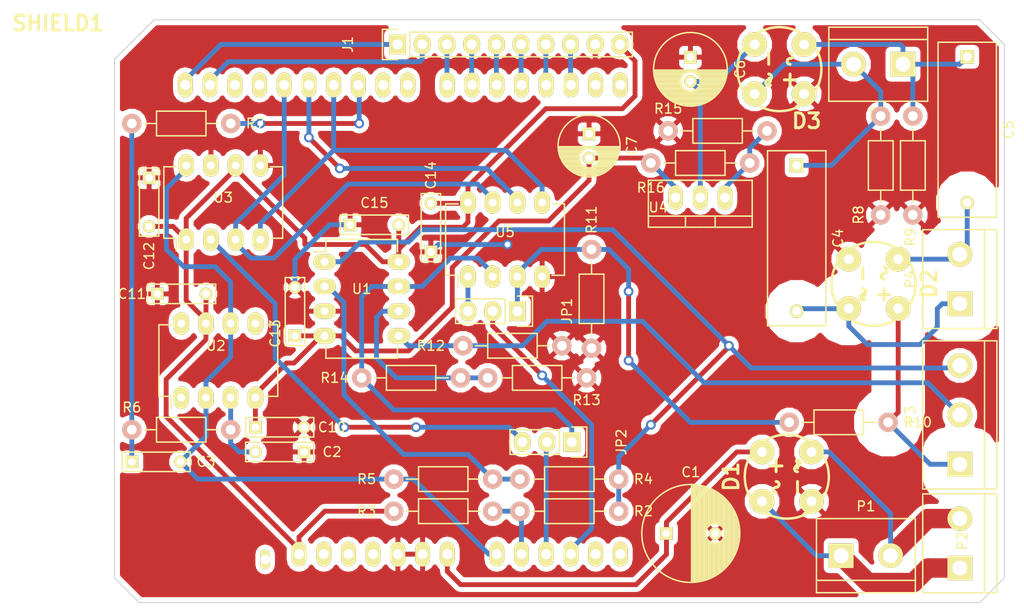
<source format=kicad_pcb>
(kicad_pcb (version 4) (host pcbnew 4.0.2+dfsg1-stable)

  (general
    (links 108)
    (no_connects 0)
    (area 145.7511 43.565 255.243 110.971)
    (thickness 1.6)
    (drawings 10)
    (tracks 298)
    (zones 0)
    (modules 45)
    (nets 52)
  )

  (page A4)
  (layers
    (0 F.Cu signal)
    (31 B.Cu signal)
    (32 B.Adhes user)
    (33 F.Adhes user)
    (34 B.Paste user)
    (35 F.Paste user)
    (36 B.SilkS user)
    (37 F.SilkS user)
    (38 B.Mask user)
    (39 F.Mask user)
    (40 Dwgs.User user)
    (41 Cmts.User user)
    (42 Eco1.User user)
    (43 Eco2.User user)
    (44 Edge.Cuts user)
    (45 Margin user)
    (46 B.CrtYd user)
    (47 F.CrtYd user)
    (48 B.Fab user)
    (49 F.Fab user)
  )

  (setup
    (last_trace_width 0.5)
    (trace_clearance 0.5)
    (zone_clearance 0.508)
    (zone_45_only no)
    (trace_min 0.5)
    (segment_width 0.2)
    (edge_width 0.1)
    (via_size 1)
    (via_drill 0.6)
    (via_min_size 0.5)
    (via_min_drill 0.3)
    (uvia_size 0.3)
    (uvia_drill 0.1)
    (uvias_allowed no)
    (uvia_min_size 0.2)
    (uvia_min_drill 0.1)
    (pcb_text_width 0.3)
    (pcb_text_size 1.5 1.5)
    (mod_edge_width 0.15)
    (mod_text_size 1 1)
    (mod_text_width 0.15)
    (pad_size 1.5 1.5)
    (pad_drill 0.6)
    (pad_to_mask_clearance 0)
    (aux_axis_origin 0 0)
    (visible_elements FFFFEF7F)
    (pcbplotparams
      (layerselection 0x210e0_80000001)
      (usegerberextensions false)
      (excludeedgelayer true)
      (linewidth 0.100000)
      (plotframeref false)
      (viasonmask false)
      (mode 1)
      (useauxorigin false)
      (hpglpennumber 1)
      (hpglpenspeed 20)
      (hpglpendiameter 15)
      (hpglpenoverlay 2)
      (psnegative false)
      (psa4output false)
      (plotreference true)
      (plotvalue true)
      (plotinvisibletext false)
      (padsonsilk false)
      (subtractmaskfromsilk false)
      (outputformat 1)
      (mirror false)
      (drillshape 0)
      (scaleselection 1)
      (outputdirectory Gerber/))
  )

  (net 0 "")
  (net 1 /VIN)
  (net 2 GND)
  (net 3 "Net-(C2-Pad2)")
  (net 4 "Net-(C3-Pad1)")
  (net 5 /DAC_OUT)
  (net 6 "Net-(C4-Pad1)")
  (net 7 "Net-(C4-Pad2)")
  (net 8 "Net-(C5-Pad1)")
  (net 9 "Net-(C5-Pad2)")
  (net 10 "Net-(C6-Pad2)")
  (net 11 VSS)
  (net 12 VDD)
  (net 13 "Net-(D1-Pad2)")
  (net 14 A+)
  (net 15 /UA)
  (net 16 "Net-(JP1-Pad2)")
  (net 17 /CS_ADC)
  (net 18 /IA)
  (net 19 "Net-(JP2-Pad2)")
  (net 20 /CS_DAC)
  (net 21 /UK)
  (net 22 /GRID)
  (net 23 /UG)
  (net 24 "Net-(R4-Pad1)")
  (net 25 /PWM_OUT)
  (net 26 "Net-(R13-Pad2)")
  (net 27 "Net-(R15-Pad2)")
  (net 28 "Net-(SHIELD1-PadAD5)")
  (net 29 "Net-(SHIELD1-PadAD4)")
  (net 30 "Net-(SHIELD1-Pad3V3)")
  (net 31 "Net-(SHIELD1-PadRST)")
  (net 32 "Net-(SHIELD1-Pad0)")
  (net 33 "Net-(SHIELD1-Pad1)")
  (net 34 /LCD_D4)
  (net 35 /LCD_D5)
  (net 36 /LCD_D6)
  (net 37 "Net-(SHIELD1-Pad9)")
  (net 38 /MOSI)
  (net 39 /MISO)
  (net 40 /SCK)
  (net 41 "Net-(SHIELD1-PadGND3)")
  (net 42 "Net-(SHIELD1-PadAREF)")
  (net 43 "Net-(SHIELD1-Pad5V)")
  (net 44 "Net-(SHIELD1-PadNC)")
  (net 45 "Net-(SHIELD1-Pad8)")
  (net 46 /SCL)
  (net 47 /SDA)
  (net 48 /LCD_D7)
  (net 49 /LCD_EN)
  (net 50 /LCD_RS)
  (net 51 "Net-(D1-Pad4)")

  (net_class Default "This is the default net class."
    (clearance 0.5)
    (trace_width 0.5)
    (via_dia 1)
    (via_drill 0.6)
    (uvia_dia 0.3)
    (uvia_drill 0.1)
    (add_net /CS_ADC)
    (add_net /CS_DAC)
    (add_net /DAC_OUT)
    (add_net /GRID)
    (add_net /IA)
    (add_net /LCD_D4)
    (add_net /LCD_D5)
    (add_net /LCD_D6)
    (add_net /LCD_D7)
    (add_net /LCD_EN)
    (add_net /LCD_RS)
    (add_net /MISO)
    (add_net /MOSI)
    (add_net /PWM_OUT)
    (add_net /SCK)
    (add_net /SCL)
    (add_net /SDA)
    (add_net /UA)
    (add_net /UG)
    (add_net /UK)
    (add_net /VIN)
    (add_net GND)
    (add_net "Net-(C2-Pad2)")
    (add_net "Net-(C3-Pad1)")
    (add_net "Net-(C4-Pad1)")
    (add_net "Net-(C5-Pad1)")
    (add_net "Net-(C6-Pad2)")
    (add_net "Net-(D1-Pad4)")
    (add_net "Net-(JP1-Pad2)")
    (add_net "Net-(JP2-Pad2)")
    (add_net "Net-(R13-Pad2)")
    (add_net "Net-(R15-Pad2)")
    (add_net "Net-(R4-Pad1)")
    (add_net "Net-(SHIELD1-Pad0)")
    (add_net "Net-(SHIELD1-Pad1)")
    (add_net "Net-(SHIELD1-Pad3V3)")
    (add_net "Net-(SHIELD1-Pad5V)")
    (add_net "Net-(SHIELD1-Pad8)")
    (add_net "Net-(SHIELD1-Pad9)")
    (add_net "Net-(SHIELD1-PadAD4)")
    (add_net "Net-(SHIELD1-PadAD5)")
    (add_net "Net-(SHIELD1-PadAREF)")
    (add_net "Net-(SHIELD1-PadGND3)")
    (add_net "Net-(SHIELD1-PadNC)")
    (add_net "Net-(SHIELD1-PadRST)")
    (add_net VDD)
    (add_net VSS)
  )

  (net_class HT ""
    (clearance 2.5)
    (trace_width 0.5)
    (via_dia 1)
    (via_drill 0.6)
    (uvia_dia 0.3)
    (uvia_drill 0.1)
    (add_net A+)
    (add_net "Net-(C4-Pad2)")
    (add_net "Net-(C5-Pad2)")
  )

  (net_class Heater ""
    (clearance 0.5)
    (trace_width 2)
    (via_dia 1)
    (via_drill 0.6)
    (uvia_dia 0.3)
    (uvia_drill 0.1)
    (add_net "Net-(D1-Pad2)")
  )

  (module w_pth_diodes:bridge_wob (layer F.Cu) (tedit 5794E551) (tstamp 5794E8B1)
    (at 229.108 94.488 270)
    (descr "diode bridge, WOB package")
    (path /5788A706)
    (fp_text reference D1 (at 0 5.715 270) (layer F.SilkS)
      (effects (font (thickness 0.3048)))
    )
    (fp_text value B80C1500 (at 0 -6.35 270) (layer F.SilkS) hide
      (effects (font (thickness 0.3048)))
    )
    (fp_arc (start 0.8 1.1) (end 0.8 0.8) (angle 90) (layer F.SilkS) (width 0.3048))
    (fp_arc (start 0.8 1.1) (end 0.5 1.1) (angle 90) (layer F.SilkS) (width 0.3048))
    (fp_arc (start 1.4 1.1) (end 1.4 1.4) (angle 90) (layer F.SilkS) (width 0.3048))
    (fp_arc (start 1.4 1.1) (end 1.7 1.1) (angle 90) (layer F.SilkS) (width 0.3048))
    (fp_arc (start -0.8 -1.1) (end -0.5 -1.1) (angle 90) (layer F.SilkS) (width 0.3048))
    (fp_arc (start -0.8 -1.1) (end -0.8 -0.8) (angle 90) (layer F.SilkS) (width 0.3048))
    (fp_arc (start -1.4 -1.1) (end -1.7 -1.1) (angle 90) (layer F.SilkS) (width 0.3048))
    (fp_arc (start -1.4 -1.1) (end -1.4 -1.4) (angle 90) (layer F.SilkS) (width 0.3048))
    (fp_line (start 1.7 -1.1) (end 0.5 -1.1) (layer F.SilkS) (width 0.3048))
    (fp_line (start -0.5 1.1) (end -1.7 1.1) (layer F.SilkS) (width 0.3048))
    (fp_line (start -1.1 0.5) (end -1.1 1.7) (layer F.SilkS) (width 0.3048))
    (fp_text user ~ (at -1.27 -1.016 270) (layer F.SilkS)
      (effects (font (thickness 0.3048)))
    )
    (fp_text user ~ (at 1.778 2.032 270) (layer F.SilkS)
      (effects (font (thickness 0.3048)))
    )
    (fp_circle (center 0 0) (end -4.318 -0.0762) (layer F.SilkS) (width 0.254))
    (pad 3 thru_hole circle (at -2.54 2.54 270) (size 2.54 2.54) (drill 1.00076) (layers *.Cu *.Mask F.SilkS)
      (net 1 /VIN))
    (pad 2 thru_hole circle (at 2.54 2.54 270) (size 2.54 2.54) (drill 1.00076) (layers *.Cu *.Mask F.SilkS)
      (net 13 "Net-(D1-Pad2)"))
    (pad 1 thru_hole circle (at 2.54 -2.54 270) (size 2.54 2.54) (drill 1.00076) (layers *.Cu *.Mask F.SilkS)
      (net 2 GND))
    (pad 4 thru_hole circle (at -2.54 -2.54 270) (size 2.54 2.54) (drill 1.00076) (layers *.Cu *.Mask F.SilkS)
      (net 51 "Net-(D1-Pad4)"))
    (model walter/pth_diodes/db_wob.wrl
      (at (xyz 0 0 0))
      (scale (xyz 1 1 1))
      (rotate (xyz 0 0 0))
    )
  )

  (module w_pth_diodes:bridge_wob (layer F.Cu) (tedit 5794E29D) (tstamp 578F6941)
    (at 238.014919 74.659081 90)
    (descr "diode bridge, WOB package")
    (path /578EBA28)
    (fp_text reference D2 (at 0 5.715 90) (layer F.SilkS)
      (effects (font (thickness 0.3048)))
    )
    (fp_text value B380C1500 (at 0 -6.35 90) (layer F.SilkS) hide
      (effects (font (thickness 0.3048)))
    )
    (fp_arc (start 0.8 1.1) (end 0.8 0.8) (angle 90) (layer F.SilkS) (width 0.3048))
    (fp_arc (start 0.8 1.1) (end 0.5 1.1) (angle 90) (layer F.SilkS) (width 0.3048))
    (fp_arc (start 1.4 1.1) (end 1.4 1.4) (angle 90) (layer F.SilkS) (width 0.3048))
    (fp_arc (start 1.4 1.1) (end 1.7 1.1) (angle 90) (layer F.SilkS) (width 0.3048))
    (fp_arc (start -0.8 -1.1) (end -0.5 -1.1) (angle 90) (layer F.SilkS) (width 0.3048))
    (fp_arc (start -0.8 -1.1) (end -0.8 -0.8) (angle 90) (layer F.SilkS) (width 0.3048))
    (fp_arc (start -1.4 -1.1) (end -1.7 -1.1) (angle 90) (layer F.SilkS) (width 0.3048))
    (fp_arc (start -1.4 -1.1) (end -1.4 -1.4) (angle 90) (layer F.SilkS) (width 0.3048))
    (fp_line (start 1.7 -1.1) (end 0.5 -1.1) (layer F.SilkS) (width 0.3048))
    (fp_line (start -0.5 1.1) (end -1.7 1.1) (layer F.SilkS) (width 0.3048))
    (fp_line (start -1.1 0.5) (end -1.1 1.7) (layer F.SilkS) (width 0.3048))
    (fp_text user ~ (at -1.27 -1.016 90) (layer F.SilkS)
      (effects (font (thickness 0.3048)))
    )
    (fp_text user ~ (at 1.778 2.032 90) (layer F.SilkS)
      (effects (font (thickness 0.3048)))
    )
    (fp_circle (center 0 0) (end -4.318 -0.0762) (layer F.SilkS) (width 0.254))
    (pad 3 thru_hole circle (at -2.54 2.54 90) (size 2.54 2.54) (drill 1.00076) (layers *.Cu *.Mask F.SilkS)
      (net 14 A+))
    (pad 2 thru_hole circle (at 2.54 2.54 90) (size 2.54 2.54) (drill 1.00076) (layers *.Cu *.Mask F.SilkS)
      (net 9 "Net-(C5-Pad2)"))
    (pad 1 thru_hole circle (at 2.54 -2.54 90) (size 2.54 2.54) (drill 1.00076) (layers *.Cu *.Mask F.SilkS)
      (net 2 GND))
    (pad 4 thru_hole circle (at -2.54 -2.54 90) (size 2.54 2.54) (drill 1.00076) (layers *.Cu *.Mask F.SilkS)
      (net 7 "Net-(C4-Pad2)"))
    (model walter/pth_diodes/db_wob.wrl
      (at (xyz 0 0 0))
      (scale (xyz 1 1 1))
      (rotate (xyz 0 0 0))
    )
  )

  (module w_pth_diodes:bridge_wob (layer F.Cu) (tedit 5794E27B) (tstamp 578F6957)
    (at 228.346 52.578 90)
    (descr "diode bridge, WOB package")
    (path /5788C449)
    (fp_text reference D3 (at -5.334 2.794 180) (layer F.SilkS)
      (effects (font (thickness 0.3048)))
    )
    (fp_text value B80C1500 (at 0 -6.35 90) (layer F.SilkS) hide
      (effects (font (thickness 0.3048)))
    )
    (fp_arc (start 0.8 1.1) (end 0.8 0.8) (angle 90) (layer F.SilkS) (width 0.3048))
    (fp_arc (start 0.8 1.1) (end 0.5 1.1) (angle 90) (layer F.SilkS) (width 0.3048))
    (fp_arc (start 1.4 1.1) (end 1.4 1.4) (angle 90) (layer F.SilkS) (width 0.3048))
    (fp_arc (start 1.4 1.1) (end 1.7 1.1) (angle 90) (layer F.SilkS) (width 0.3048))
    (fp_arc (start -0.8 -1.1) (end -0.5 -1.1) (angle 90) (layer F.SilkS) (width 0.3048))
    (fp_arc (start -0.8 -1.1) (end -0.8 -0.8) (angle 90) (layer F.SilkS) (width 0.3048))
    (fp_arc (start -1.4 -1.1) (end -1.7 -1.1) (angle 90) (layer F.SilkS) (width 0.3048))
    (fp_arc (start -1.4 -1.1) (end -1.4 -1.4) (angle 90) (layer F.SilkS) (width 0.3048))
    (fp_line (start 1.7 -1.1) (end 0.5 -1.1) (layer F.SilkS) (width 0.3048))
    (fp_line (start -0.5 1.1) (end -1.7 1.1) (layer F.SilkS) (width 0.3048))
    (fp_line (start -1.1 0.5) (end -1.1 1.7) (layer F.SilkS) (width 0.3048))
    (fp_text user ~ (at -1.27 -1.016 90) (layer F.SilkS)
      (effects (font (thickness 0.3048)))
    )
    (fp_text user ~ (at 1.778 2.032 90) (layer F.SilkS)
      (effects (font (thickness 0.3048)))
    )
    (fp_circle (center 0 0) (end -4.318 -0.0762) (layer F.SilkS) (width 0.254))
    (pad 3 thru_hole circle (at -2.54 2.54 90) (size 2.54 2.54) (drill 1.00076) (layers *.Cu *.Mask F.SilkS)
      (net 2 GND))
    (pad 2 thru_hole circle (at 2.54 2.54 90) (size 2.54 2.54) (drill 1.00076) (layers *.Cu *.Mask F.SilkS)
      (net 8 "Net-(C5-Pad1)"))
    (pad 1 thru_hole circle (at 2.54 -2.54 90) (size 2.54 2.54) (drill 1.00076) (layers *.Cu *.Mask F.SilkS)
      (net 10 "Net-(C6-Pad2)"))
    (pad 4 thru_hole circle (at -2.54 -2.54 90) (size 2.54 2.54) (drill 1.00076) (layers *.Cu *.Mask F.SilkS)
      (net 6 "Net-(C4-Pad1)"))
    (model walter/pth_diodes/db_wob.wrl
      (at (xyz 0 0 0))
      (scale (xyz 1 1 1))
      (rotate (xyz 0 0 0))
    )
  )

  (module freetronics_footprints:ARDUINO_SHIELD (layer F.Cu) (tedit 5794B3E2) (tstamp 578F6A30)
    (at 148.5011 105.0036)
    (descr http://www.thingiverse.com/thing:9630)
    (path /578EA1FF)
    (fp_text reference SHIELD1 (at 5.715 -57.15) (layer F.SilkS)
      (effects (font (thickness 0.3048)))
    )
    (fp_text value ARDUINO_SHIELD (at 10.16 -54.61) (layer F.SilkS) hide
      (effects (font (thickness 0.3048)))
    )
    (pad AD5 thru_hole oval (at 63.5 -2.54 90) (size 2.54 1.524) (drill 1.016) (layers *.Cu *.Mask F.SilkS)
      (net 28 "Net-(SHIELD1-PadAD5)"))
    (pad AD4 thru_hole oval (at 60.96 -2.54 90) (size 2.54 1.524) (drill 1.016) (layers *.Cu *.Mask F.SilkS)
      (net 29 "Net-(SHIELD1-PadAD4)"))
    (pad AD3 thru_hole oval (at 58.42 -2.54 90) (size 2.54 1.524) (drill 1.016) (layers *.Cu *.Mask F.SilkS)
      (net 16 "Net-(JP1-Pad2)"))
    (pad AD0 thru_hole oval (at 50.8 -2.54 90) (size 2.54 1.524) (drill 1.016) (layers *.Cu *.Mask F.SilkS)
      (net 5 /DAC_OUT))
    (pad AD1 thru_hole oval (at 53.34 -2.54 90) (size 2.54 1.524) (drill 1.016) (layers *.Cu *.Mask F.SilkS)
      (net 23 /UG))
    (pad AD2 thru_hole oval (at 55.88 -2.54 90) (size 2.54 1.524) (drill 1.016) (layers *.Cu *.Mask F.SilkS)
      (net 19 "Net-(JP2-Pad2)"))
    (pad V_IN thru_hole oval (at 45.72 -2.54 90) (size 2.54 1.524) (drill 1.016) (layers *.Cu *.Mask F.SilkS)
      (net 1 /VIN))
    (pad GND2 thru_hole oval (at 43.18 -2.54 90) (size 2.54 1.524) (drill 1.016) (layers *.Cu *.Mask F.SilkS)
      (net 2 GND))
    (pad GND1 thru_hole oval (at 40.64 -2.54 90) (size 2.54 1.524) (drill 1.016) (layers *.Cu *.Mask F.SilkS)
      (net 2 GND))
    (pad 3V3 thru_hole oval (at 35.56 -2.54 90) (size 2.54 1.524) (drill 1.016) (layers *.Cu *.Mask F.SilkS)
      (net 30 "Net-(SHIELD1-Pad3V3)"))
    (pad RST thru_hole oval (at 33.02 -2.54 90) (size 2.54 1.524) (drill 1.016) (layers *.Cu *.Mask F.SilkS)
      (net 31 "Net-(SHIELD1-PadRST)"))
    (pad 0 thru_hole oval (at 63.5 -50.8 90) (size 2.54 1.524) (drill 1.016) (layers *.Cu *.Mask F.SilkS)
      (net 32 "Net-(SHIELD1-Pad0)"))
    (pad 1 thru_hole oval (at 60.96 -50.8 90) (size 2.54 1.524) (drill 1.016) (layers *.Cu *.Mask F.SilkS)
      (net 33 "Net-(SHIELD1-Pad1)"))
    (pad 2 thru_hole oval (at 58.42 -50.8 90) (size 2.54 1.524) (drill 1.016) (layers *.Cu *.Mask F.SilkS)
      (net 50 /LCD_RS))
    (pad 3 thru_hole oval (at 55.88 -50.8 90) (size 2.54 1.524) (drill 1.016) (layers *.Cu *.Mask F.SilkS)
      (net 49 /LCD_EN))
    (pad 4 thru_hole oval (at 53.34 -50.8 90) (size 2.54 1.524) (drill 1.016) (layers *.Cu *.Mask F.SilkS)
      (net 34 /LCD_D4))
    (pad 5 thru_hole oval (at 50.8 -50.8 90) (size 2.54 1.524) (drill 1.016) (layers *.Cu *.Mask F.SilkS)
      (net 35 /LCD_D5))
    (pad 6 thru_hole oval (at 48.26 -50.8 90) (size 2.54 1.524) (drill 1.016) (layers *.Cu *.Mask F.SilkS)
      (net 36 /LCD_D6))
    (pad 7 thru_hole oval (at 45.72 -50.8 90) (size 2.54 1.524) (drill 1.016) (layers *.Cu *.Mask F.SilkS)
      (net 48 /LCD_D7))
    (pad 8 thru_hole oval (at 41.656 -50.8 90) (size 2.54 1.524) (drill 1.016) (layers *.Cu *.Mask F.SilkS)
      (net 45 "Net-(SHIELD1-Pad8)"))
    (pad 9 thru_hole oval (at 39.116 -50.8 90) (size 2.54 1.524) (drill 1.016) (layers *.Cu *.Mask F.SilkS)
      (net 37 "Net-(SHIELD1-Pad9)"))
    (pad 10 thru_hole oval (at 36.576 -50.8 90) (size 2.54 1.524) (drill 1.016) (layers *.Cu *.Mask F.SilkS)
      (net 25 /PWM_OUT))
    (pad 11 thru_hole oval (at 34.036 -50.8 90) (size 2.54 1.524) (drill 1.016) (layers *.Cu *.Mask F.SilkS)
      (net 38 /MOSI))
    (pad 12 thru_hole oval (at 31.496 -50.8 90) (size 2.54 1.524) (drill 1.016) (layers *.Cu *.Mask F.SilkS)
      (net 39 /MISO))
    (pad 13 thru_hole oval (at 28.956 -50.8 90) (size 2.54 1.524) (drill 1.016) (layers *.Cu *.Mask F.SilkS)
      (net 40 /SCK))
    (pad GND3 thru_hole oval (at 26.416 -50.8 90) (size 2.54 1.524) (drill 1.016) (layers *.Cu *.Mask F.SilkS)
      (net 41 "Net-(SHIELD1-PadGND3)"))
    (pad AREF thru_hole oval (at 23.876 -50.8 90) (size 2.54 1.524) (drill 1.016) (layers *.Cu *.Mask F.SilkS)
      (net 42 "Net-(SHIELD1-PadAREF)"))
    (pad 5V thru_hole oval (at 38.1 -2.54 90) (size 2.54 1.524) (drill 1.016) (layers *.Cu *.Mask F.SilkS)
      (net 43 "Net-(SHIELD1-Pad5V)"))
    (pad SDA thru_hole oval (at 21.336 -50.8 90) (size 2.54 1.524) (drill 1.016) (layers *.Cu *.Mask F.SilkS)
      (net 47 /SDA))
    (pad SCL thru_hole oval (at 18.796 -50.8 90) (size 2.54 1.524) (drill 1.016) (layers *.Cu *.Mask F.SilkS)
      (net 46 /SCL))
    (pad IO_R thru_hole oval (at 30.48 -2.54 90) (size 2.54 1.524) (drill 1.016) (layers *.Cu *.Mask F.SilkS)
      (net 12 VDD))
    (pad NC thru_hole oval (at 27 -2 90) (size 2 1) (drill 1) (layers *.Cu *.Mask F.SilkS)
      (net 44 "Net-(SHIELD1-PadNC)"))
  )

  (module Connect:bornier2 (layer F.Cu) (tedit 0) (tstamp 578F6980)
    (at 237.236 102.616)
    (descr "Bornier d'alimentation 2 pins")
    (tags DEV)
    (path /5787F432)
    (fp_text reference P1 (at 0 -5.08) (layer F.SilkS)
      (effects (font (size 1 1) (thickness 0.15)))
    )
    (fp_text value 6.3_AC (at 0 5.08) (layer F.Fab)
      (effects (font (size 1 1) (thickness 0.15)))
    )
    (fp_line (start 5.08 2.54) (end -5.08 2.54) (layer F.SilkS) (width 0.15))
    (fp_line (start 5.08 3.81) (end 5.08 -3.81) (layer F.SilkS) (width 0.15))
    (fp_line (start 5.08 -3.81) (end -5.08 -3.81) (layer F.SilkS) (width 0.15))
    (fp_line (start -5.08 -3.81) (end -5.08 3.81) (layer F.SilkS) (width 0.15))
    (fp_line (start -5.08 3.81) (end 5.08 3.81) (layer F.SilkS) (width 0.15))
    (pad 1 thru_hole rect (at -2.54 0) (size 2.54 2.54) (drill 1.524) (layers *.Cu *.Mask F.SilkS)
      (net 13 "Net-(D1-Pad2)"))
    (pad 2 thru_hole circle (at 2.54 0) (size 2.54 2.54) (drill 1.524) (layers *.Cu *.Mask F.SilkS)
      (net 51 "Net-(D1-Pad4)"))
    (model Connect.3dshapes/bornier2.wrl
      (at (xyz 0 0 0))
      (scale (xyz 1 1 1))
      (rotate (xyz 0 0 0))
    )
  )

  (module Resistors_ThroughHole:Resistor_Horizontal_RM10mm (layer F.Cu) (tedit 56648415) (tstamp 578F69B7)
    (at 188.722 94.742)
    (descr "Resistor, Axial,  RM 10mm, 1/3W")
    (tags "Resistor Axial RM 10mm 1/3W")
    (path /54D7FE72)
    (fp_text reference R5 (at -2.794 0) (layer F.SilkS)
      (effects (font (size 1 1) (thickness 0.15)))
    )
    (fp_text value 1k (at 5.08 0) (layer F.Fab)
      (effects (font (size 1 1) (thickness 0.15)))
    )
    (fp_line (start -1.25 -1.5) (end 11.4 -1.5) (layer F.CrtYd) (width 0.05))
    (fp_line (start -1.25 1.5) (end -1.25 -1.5) (layer F.CrtYd) (width 0.05))
    (fp_line (start 11.4 -1.5) (end 11.4 1.5) (layer F.CrtYd) (width 0.05))
    (fp_line (start -1.25 1.5) (end 11.4 1.5) (layer F.CrtYd) (width 0.05))
    (fp_line (start 2.54 -1.27) (end 7.62 -1.27) (layer F.SilkS) (width 0.15))
    (fp_line (start 7.62 -1.27) (end 7.62 1.27) (layer F.SilkS) (width 0.15))
    (fp_line (start 7.62 1.27) (end 2.54 1.27) (layer F.SilkS) (width 0.15))
    (fp_line (start 2.54 1.27) (end 2.54 -1.27) (layer F.SilkS) (width 0.15))
    (fp_line (start 2.54 0) (end 1.27 0) (layer F.SilkS) (width 0.15))
    (fp_line (start 7.62 0) (end 8.89 0) (layer F.SilkS) (width 0.15))
    (pad 1 thru_hole circle (at 0 0) (size 1.99898 1.99898) (drill 1.00076) (layers *.Cu *.SilkS *.Mask)
      (net 5 /DAC_OUT))
    (pad 2 thru_hole circle (at 10.16 0) (size 1.99898 1.99898) (drill 1.00076) (layers *.Cu *.SilkS *.Mask)
      (net 24 "Net-(R4-Pad1)"))
    (model Resistors_ThroughHole.3dshapes/Resistor_Horizontal_RM10mm.wrl
      (at (xyz 0 0 0))
      (scale (xyz 0.4 0.4 0.4))
      (rotate (xyz 0 0 0))
    )
  )

  (module Capacitors_ThroughHole:C_Rect_L7_W2_P5 (layer F.Cu) (tedit 0) (tstamp 578F6909)
    (at 178.562 80.01 90)
    (descr "Film Capacitor Length 7 x Width 2mm, Pitch 5mm")
    (tags Capacitor)
    (path /5790C504)
    (fp_text reference C13 (at 0.254 -2.032 90) (layer F.SilkS)
      (effects (font (size 1 1) (thickness 0.15)))
    )
    (fp_text value 100n (at 2.54 0 90) (layer F.Fab)
      (effects (font (size 1 1) (thickness 0.15)))
    )
    (fp_line (start -1.25 -1.25) (end 6.25 -1.25) (layer F.CrtYd) (width 0.05))
    (fp_line (start 6.25 -1.25) (end 6.25 1.25) (layer F.CrtYd) (width 0.05))
    (fp_line (start 6.25 1.25) (end -1.25 1.25) (layer F.CrtYd) (width 0.05))
    (fp_line (start -1.25 1.25) (end -1.25 -1.25) (layer F.CrtYd) (width 0.05))
    (fp_line (start -1 -1) (end 6 -1) (layer F.SilkS) (width 0.15))
    (fp_line (start 6 -1) (end 6 1) (layer F.SilkS) (width 0.15))
    (fp_line (start 6 1) (end -1 1) (layer F.SilkS) (width 0.15))
    (fp_line (start -1 1) (end -1 -1) (layer F.SilkS) (width 0.15))
    (pad 1 thru_hole rect (at 0 0 90) (size 1.3 1.3) (drill 0.8) (layers *.Cu *.Mask F.SilkS)
      (net 11 VSS))
    (pad 2 thru_hole circle (at 5 0 90) (size 1.3 1.3) (drill 0.8) (layers *.Cu *.Mask F.SilkS)
      (net 2 GND))
    (model Capacitors_ThroughHole.3dshapes/C_Rect_L7_W2_P5.wrl
      (at (xyz 0.098425 0 0))
      (scale (xyz 1 1 1))
      (rotate (xyz 0 0 0))
    )
  )

  (module Connect:bornier3 (layer F.Cu) (tedit 0) (tstamp 578F698D)
    (at 246.888 88.138 90)
    (descr "Bornier d'alimentation 3 pins")
    (tags DEV)
    (path /5787FAE3)
    (fp_text reference P3 (at 0 -5.08 90) (layer F.SilkS)
      (effects (font (size 1 1) (thickness 0.15)))
    )
    (fp_text value CONN_3 (at 0 5.08 90) (layer F.Fab)
      (effects (font (size 1 1) (thickness 0.15)))
    )
    (fp_line (start -7.62 3.81) (end -7.62 -3.81) (layer F.SilkS) (width 0.15))
    (fp_line (start 7.62 3.81) (end 7.62 -3.81) (layer F.SilkS) (width 0.15))
    (fp_line (start -7.62 2.54) (end 7.62 2.54) (layer F.SilkS) (width 0.15))
    (fp_line (start -7.62 -3.81) (end 7.62 -3.81) (layer F.SilkS) (width 0.15))
    (fp_line (start -7.62 3.81) (end 7.62 3.81) (layer F.SilkS) (width 0.15))
    (pad 1 thru_hole rect (at -5.08 0 90) (size 2.54 2.54) (drill 1.524) (layers *.Cu *.Mask F.SilkS)
      (net 14 A+))
    (pad 2 thru_hole circle (at 0 0 90) (size 2.54 2.54) (drill 1.524) (layers *.Cu *.Mask F.SilkS)
      (net 21 /UK))
    (pad 3 thru_hole circle (at 5.08 0 90) (size 2.54 2.54) (drill 1.524) (layers *.Cu *.Mask F.SilkS)
      (net 22 /GRID))
    (model Connect.3dshapes/bornier3.wrl
      (at (xyz 0 0 0))
      (scale (xyz 1 1 1))
      (rotate (xyz 0 0 0))
    )
  )

  (module Capacitors_ThroughHole:C_Radial_D10_L16_P5 (layer F.Cu) (tedit 0) (tstamp 578F68C1)
    (at 216.742 100.33)
    (descr "Radial Electrolytic Capacitor 10mm x Length 16mm, Pitch 5mm")
    (tags "Electrolytic Capacitor")
    (path /5788A7B1)
    (fp_text reference C1 (at 2.5 -6.3) (layer F.SilkS)
      (effects (font (size 1 1) (thickness 0.15)))
    )
    (fp_text value 1000µ (at 2.5 6.3) (layer F.Fab)
      (effects (font (size 1 1) (thickness 0.15)))
    )
    (fp_line (start 2.575 -4.999) (end 2.575 4.999) (layer F.SilkS) (width 0.15))
    (fp_line (start 2.715 -4.995) (end 2.715 4.995) (layer F.SilkS) (width 0.15))
    (fp_line (start 2.855 -4.987) (end 2.855 4.987) (layer F.SilkS) (width 0.15))
    (fp_line (start 2.995 -4.975) (end 2.995 4.975) (layer F.SilkS) (width 0.15))
    (fp_line (start 3.135 -4.96) (end 3.135 4.96) (layer F.SilkS) (width 0.15))
    (fp_line (start 3.275 -4.94) (end 3.275 4.94) (layer F.SilkS) (width 0.15))
    (fp_line (start 3.415 -4.916) (end 3.415 4.916) (layer F.SilkS) (width 0.15))
    (fp_line (start 3.555 -4.887) (end 3.555 4.887) (layer F.SilkS) (width 0.15))
    (fp_line (start 3.695 -4.855) (end 3.695 4.855) (layer F.SilkS) (width 0.15))
    (fp_line (start 3.835 -4.818) (end 3.835 4.818) (layer F.SilkS) (width 0.15))
    (fp_line (start 3.975 -4.777) (end 3.975 4.777) (layer F.SilkS) (width 0.15))
    (fp_line (start 4.115 -4.732) (end 4.115 -0.466) (layer F.SilkS) (width 0.15))
    (fp_line (start 4.115 0.466) (end 4.115 4.732) (layer F.SilkS) (width 0.15))
    (fp_line (start 4.255 -4.682) (end 4.255 -0.667) (layer F.SilkS) (width 0.15))
    (fp_line (start 4.255 0.667) (end 4.255 4.682) (layer F.SilkS) (width 0.15))
    (fp_line (start 4.395 -4.627) (end 4.395 -0.796) (layer F.SilkS) (width 0.15))
    (fp_line (start 4.395 0.796) (end 4.395 4.627) (layer F.SilkS) (width 0.15))
    (fp_line (start 4.535 -4.567) (end 4.535 -0.885) (layer F.SilkS) (width 0.15))
    (fp_line (start 4.535 0.885) (end 4.535 4.567) (layer F.SilkS) (width 0.15))
    (fp_line (start 4.675 -4.502) (end 4.675 -0.946) (layer F.SilkS) (width 0.15))
    (fp_line (start 4.675 0.946) (end 4.675 4.502) (layer F.SilkS) (width 0.15))
    (fp_line (start 4.815 -4.432) (end 4.815 -0.983) (layer F.SilkS) (width 0.15))
    (fp_line (start 4.815 0.983) (end 4.815 4.432) (layer F.SilkS) (width 0.15))
    (fp_line (start 4.955 -4.356) (end 4.955 -0.999) (layer F.SilkS) (width 0.15))
    (fp_line (start 4.955 0.999) (end 4.955 4.356) (layer F.SilkS) (width 0.15))
    (fp_line (start 5.095 -4.274) (end 5.095 -0.995) (layer F.SilkS) (width 0.15))
    (fp_line (start 5.095 0.995) (end 5.095 4.274) (layer F.SilkS) (width 0.15))
    (fp_line (start 5.235 -4.186) (end 5.235 -0.972) (layer F.SilkS) (width 0.15))
    (fp_line (start 5.235 0.972) (end 5.235 4.186) (layer F.SilkS) (width 0.15))
    (fp_line (start 5.375 -4.091) (end 5.375 -0.927) (layer F.SilkS) (width 0.15))
    (fp_line (start 5.375 0.927) (end 5.375 4.091) (layer F.SilkS) (width 0.15))
    (fp_line (start 5.515 -3.989) (end 5.515 -0.857) (layer F.SilkS) (width 0.15))
    (fp_line (start 5.515 0.857) (end 5.515 3.989) (layer F.SilkS) (width 0.15))
    (fp_line (start 5.655 -3.879) (end 5.655 -0.756) (layer F.SilkS) (width 0.15))
    (fp_line (start 5.655 0.756) (end 5.655 3.879) (layer F.SilkS) (width 0.15))
    (fp_line (start 5.795 -3.761) (end 5.795 -0.607) (layer F.SilkS) (width 0.15))
    (fp_line (start 5.795 0.607) (end 5.795 3.761) (layer F.SilkS) (width 0.15))
    (fp_line (start 5.935 -3.633) (end 5.935 -0.355) (layer F.SilkS) (width 0.15))
    (fp_line (start 5.935 0.355) (end 5.935 3.633) (layer F.SilkS) (width 0.15))
    (fp_line (start 6.075 -3.496) (end 6.075 3.496) (layer F.SilkS) (width 0.15))
    (fp_line (start 6.215 -3.346) (end 6.215 3.346) (layer F.SilkS) (width 0.15))
    (fp_line (start 6.355 -3.184) (end 6.355 3.184) (layer F.SilkS) (width 0.15))
    (fp_line (start 6.495 -3.007) (end 6.495 3.007) (layer F.SilkS) (width 0.15))
    (fp_line (start 6.635 -2.811) (end 6.635 2.811) (layer F.SilkS) (width 0.15))
    (fp_line (start 6.775 -2.593) (end 6.775 2.593) (layer F.SilkS) (width 0.15))
    (fp_line (start 6.915 -2.347) (end 6.915 2.347) (layer F.SilkS) (width 0.15))
    (fp_line (start 7.055 -2.062) (end 7.055 2.062) (layer F.SilkS) (width 0.15))
    (fp_line (start 7.195 -1.72) (end 7.195 1.72) (layer F.SilkS) (width 0.15))
    (fp_line (start 7.335 -1.274) (end 7.335 1.274) (layer F.SilkS) (width 0.15))
    (fp_line (start 7.475 -0.499) (end 7.475 0.499) (layer F.SilkS) (width 0.15))
    (fp_circle (center 5 0) (end 5 -1) (layer F.SilkS) (width 0.15))
    (fp_circle (center 2.5 0) (end 2.5 -5.0375) (layer F.SilkS) (width 0.15))
    (fp_circle (center 2.5 0) (end 2.5 -5.3) (layer F.CrtYd) (width 0.05))
    (pad 1 thru_hole rect (at 0 0) (size 1.3 1.3) (drill 0.8) (layers *.Cu *.Mask F.SilkS)
      (net 1 /VIN))
    (pad 2 thru_hole circle (at 5 0) (size 1.3 1.3) (drill 0.8) (layers *.Cu *.Mask F.SilkS)
      (net 2 GND))
    (model Capacitors_ThroughHole.3dshapes/C_Radial_D10_L16_P5.wrl
      (at (xyz 0.0984252 0 0))
      (scale (xyz 1 1 1))
      (rotate (xyz 0 0 90))
    )
  )

  (module Capacitors_ThroughHole:C_Rect_L7_W2_P5 (layer F.Cu) (tedit 0) (tstamp 578F68C7)
    (at 179.498 91.948 180)
    (descr "Film Capacitor Length 7 x Width 2mm, Pitch 5mm")
    (tags Capacitor)
    (path /54D7FC55)
    (fp_text reference C2 (at -2.874 0 180) (layer F.SilkS)
      (effects (font (size 1 1) (thickness 0.15)))
    )
    (fp_text value 100n (at 2.54 0 180) (layer F.Fab)
      (effects (font (size 1 1) (thickness 0.15)))
    )
    (fp_line (start -1.25 -1.25) (end 6.25 -1.25) (layer F.CrtYd) (width 0.05))
    (fp_line (start 6.25 -1.25) (end 6.25 1.25) (layer F.CrtYd) (width 0.05))
    (fp_line (start 6.25 1.25) (end -1.25 1.25) (layer F.CrtYd) (width 0.05))
    (fp_line (start -1.25 1.25) (end -1.25 -1.25) (layer F.CrtYd) (width 0.05))
    (fp_line (start -1 -1) (end 6 -1) (layer F.SilkS) (width 0.15))
    (fp_line (start 6 -1) (end 6 1) (layer F.SilkS) (width 0.15))
    (fp_line (start 6 1) (end -1 1) (layer F.SilkS) (width 0.15))
    (fp_line (start -1 1) (end -1 -1) (layer F.SilkS) (width 0.15))
    (pad 1 thru_hole rect (at 0 0 180) (size 1.3 1.3) (drill 0.8) (layers *.Cu *.Mask F.SilkS)
      (net 2 GND))
    (pad 2 thru_hole circle (at 5 0 180) (size 1.3 1.3) (drill 0.8) (layers *.Cu *.Mask F.SilkS)
      (net 3 "Net-(C2-Pad2)"))
    (model Capacitors_ThroughHole.3dshapes/C_Rect_L7_W2_P5.wrl
      (at (xyz 0.098425 0 0))
      (scale (xyz 1 1 1))
      (rotate (xyz 0 0 0))
    )
  )

  (module Capacitors_ThroughHole:C_Rect_L7_W2_P5 (layer F.Cu) (tedit 0) (tstamp 578F68CD)
    (at 161.798 92.964)
    (descr "Film Capacitor Length 7 x Width 2mm, Pitch 5mm")
    (tags Capacitor)
    (path /54D7FC43)
    (fp_text reference C3 (at 7.62 0) (layer F.SilkS)
      (effects (font (size 1 1) (thickness 0.15)))
    )
    (fp_text value 100n (at 2.794 0) (layer F.Fab)
      (effects (font (size 1 1) (thickness 0.15)))
    )
    (fp_line (start -1.25 -1.25) (end 6.25 -1.25) (layer F.CrtYd) (width 0.05))
    (fp_line (start 6.25 -1.25) (end 6.25 1.25) (layer F.CrtYd) (width 0.05))
    (fp_line (start 6.25 1.25) (end -1.25 1.25) (layer F.CrtYd) (width 0.05))
    (fp_line (start -1.25 1.25) (end -1.25 -1.25) (layer F.CrtYd) (width 0.05))
    (fp_line (start -1 -1) (end 6 -1) (layer F.SilkS) (width 0.15))
    (fp_line (start 6 -1) (end 6 1) (layer F.SilkS) (width 0.15))
    (fp_line (start 6 1) (end -1 1) (layer F.SilkS) (width 0.15))
    (fp_line (start -1 1) (end -1 -1) (layer F.SilkS) (width 0.15))
    (pad 1 thru_hole rect (at 0 0) (size 1.3 1.3) (drill 0.8) (layers *.Cu *.Mask F.SilkS)
      (net 4 "Net-(C3-Pad1)"))
    (pad 2 thru_hole circle (at 5 0) (size 1.3 1.3) (drill 0.8) (layers *.Cu *.Mask F.SilkS)
      (net 5 /DAC_OUT))
    (model Capacitors_ThroughHole.3dshapes/C_Rect_L7_W2_P5.wrl
      (at (xyz 0.098425 0 0))
      (scale (xyz 1 1 1))
      (rotate (xyz 0 0 0))
    )
  )

  (module Capacitors_ThroughHole:C_Radial_D7.5_L11.2_P2.5 (layer F.Cu) (tedit 0) (tstamp 578F68DF)
    (at 219.202 51.348 270)
    (descr "Radial Electrolytic Capacitor Diameter 7.5mm x Length 11.2mm, Pitch 2.5mm")
    (tags "Electrolytic Capacitor")
    (path /5788C44F)
    (fp_text reference C6 (at 1.25 -5.1 270) (layer F.SilkS)
      (effects (font (size 1 1) (thickness 0.15)))
    )
    (fp_text value 220µ (at 1.25 5.1 270) (layer F.Fab)
      (effects (font (size 1 1) (thickness 0.15)))
    )
    (fp_line (start 1.325 -3.749) (end 1.325 3.749) (layer F.SilkS) (width 0.15))
    (fp_line (start 1.465 -3.744) (end 1.465 3.744) (layer F.SilkS) (width 0.15))
    (fp_line (start 1.605 -3.733) (end 1.605 -0.446) (layer F.SilkS) (width 0.15))
    (fp_line (start 1.605 0.446) (end 1.605 3.733) (layer F.SilkS) (width 0.15))
    (fp_line (start 1.745 -3.717) (end 1.745 -0.656) (layer F.SilkS) (width 0.15))
    (fp_line (start 1.745 0.656) (end 1.745 3.717) (layer F.SilkS) (width 0.15))
    (fp_line (start 1.885 -3.696) (end 1.885 -0.789) (layer F.SilkS) (width 0.15))
    (fp_line (start 1.885 0.789) (end 1.885 3.696) (layer F.SilkS) (width 0.15))
    (fp_line (start 2.025 -3.669) (end 2.025 -0.88) (layer F.SilkS) (width 0.15))
    (fp_line (start 2.025 0.88) (end 2.025 3.669) (layer F.SilkS) (width 0.15))
    (fp_line (start 2.165 -3.637) (end 2.165 -0.942) (layer F.SilkS) (width 0.15))
    (fp_line (start 2.165 0.942) (end 2.165 3.637) (layer F.SilkS) (width 0.15))
    (fp_line (start 2.305 -3.599) (end 2.305 -0.981) (layer F.SilkS) (width 0.15))
    (fp_line (start 2.305 0.981) (end 2.305 3.599) (layer F.SilkS) (width 0.15))
    (fp_line (start 2.445 -3.555) (end 2.445 -0.998) (layer F.SilkS) (width 0.15))
    (fp_line (start 2.445 0.998) (end 2.445 3.555) (layer F.SilkS) (width 0.15))
    (fp_line (start 2.585 -3.504) (end 2.585 -0.996) (layer F.SilkS) (width 0.15))
    (fp_line (start 2.585 0.996) (end 2.585 3.504) (layer F.SilkS) (width 0.15))
    (fp_line (start 2.725 -3.448) (end 2.725 -0.974) (layer F.SilkS) (width 0.15))
    (fp_line (start 2.725 0.974) (end 2.725 3.448) (layer F.SilkS) (width 0.15))
    (fp_line (start 2.865 -3.384) (end 2.865 -0.931) (layer F.SilkS) (width 0.15))
    (fp_line (start 2.865 0.931) (end 2.865 3.384) (layer F.SilkS) (width 0.15))
    (fp_line (start 3.005 -3.314) (end 3.005 -0.863) (layer F.SilkS) (width 0.15))
    (fp_line (start 3.005 0.863) (end 3.005 3.314) (layer F.SilkS) (width 0.15))
    (fp_line (start 3.145 -3.236) (end 3.145 -0.764) (layer F.SilkS) (width 0.15))
    (fp_line (start 3.145 0.764) (end 3.145 3.236) (layer F.SilkS) (width 0.15))
    (fp_line (start 3.285 -3.15) (end 3.285 -0.619) (layer F.SilkS) (width 0.15))
    (fp_line (start 3.285 0.619) (end 3.285 3.15) (layer F.SilkS) (width 0.15))
    (fp_line (start 3.425 -3.055) (end 3.425 -0.38) (layer F.SilkS) (width 0.15))
    (fp_line (start 3.425 0.38) (end 3.425 3.055) (layer F.SilkS) (width 0.15))
    (fp_line (start 3.565 -2.95) (end 3.565 2.95) (layer F.SilkS) (width 0.15))
    (fp_line (start 3.705 -2.835) (end 3.705 2.835) (layer F.SilkS) (width 0.15))
    (fp_line (start 3.845 -2.707) (end 3.845 2.707) (layer F.SilkS) (width 0.15))
    (fp_line (start 3.985 -2.566) (end 3.985 2.566) (layer F.SilkS) (width 0.15))
    (fp_line (start 4.125 -2.408) (end 4.125 2.408) (layer F.SilkS) (width 0.15))
    (fp_line (start 4.265 -2.23) (end 4.265 2.23) (layer F.SilkS) (width 0.15))
    (fp_line (start 4.405 -2.027) (end 4.405 2.027) (layer F.SilkS) (width 0.15))
    (fp_line (start 4.545 -1.79) (end 4.545 1.79) (layer F.SilkS) (width 0.15))
    (fp_line (start 4.685 -1.504) (end 4.685 1.504) (layer F.SilkS) (width 0.15))
    (fp_line (start 4.825 -1.132) (end 4.825 1.132) (layer F.SilkS) (width 0.15))
    (fp_line (start 4.965 -0.511) (end 4.965 0.511) (layer F.SilkS) (width 0.15))
    (fp_circle (center 2.5 0) (end 2.5 -1) (layer F.SilkS) (width 0.15))
    (fp_circle (center 1.25 0) (end 1.25 -3.7875) (layer F.SilkS) (width 0.15))
    (fp_circle (center 1.25 0) (end 1.25 -4.1) (layer F.CrtYd) (width 0.05))
    (pad 2 thru_hole circle (at 2.5 0 270) (size 1.3 1.3) (drill 0.8) (layers *.Cu *.Mask F.SilkS)
      (net 10 "Net-(C6-Pad2)"))
    (pad 1 thru_hole rect (at 0 0 270) (size 1.3 1.3) (drill 0.8) (layers *.Cu *.Mask F.SilkS)
      (net 2 GND))
    (model Capacitors_ThroughHole.3dshapes/C_Radial_D7.5_L11.2_P2.5.wrl
      (at (xyz 0 0 0))
      (scale (xyz 1 1 1))
      (rotate (xyz 0 0 0))
    )
  )

  (module Capacitors_ThroughHole:C_Radial_D6.3_L11.2_P2.5 (layer F.Cu) (tedit 0) (tstamp 578F68E5)
    (at 208.788 59.222 270)
    (descr "Radial Electrolytic Capacitor, Diameter 6.3mm x Length 11.2mm, Pitch 2.5mm")
    (tags "Electrolytic Capacitor")
    (path /5788C455)
    (fp_text reference C7 (at 1.25 -4.4 270) (layer F.SilkS)
      (effects (font (size 1 1) (thickness 0.15)))
    )
    (fp_text value 100µ (at 1.25 4.4 270) (layer F.Fab)
      (effects (font (size 1 1) (thickness 0.15)))
    )
    (fp_line (start 1.325 -3.149) (end 1.325 3.149) (layer F.SilkS) (width 0.15))
    (fp_line (start 1.465 -3.143) (end 1.465 3.143) (layer F.SilkS) (width 0.15))
    (fp_line (start 1.605 -3.13) (end 1.605 -0.446) (layer F.SilkS) (width 0.15))
    (fp_line (start 1.605 0.446) (end 1.605 3.13) (layer F.SilkS) (width 0.15))
    (fp_line (start 1.745 -3.111) (end 1.745 -0.656) (layer F.SilkS) (width 0.15))
    (fp_line (start 1.745 0.656) (end 1.745 3.111) (layer F.SilkS) (width 0.15))
    (fp_line (start 1.885 -3.085) (end 1.885 -0.789) (layer F.SilkS) (width 0.15))
    (fp_line (start 1.885 0.789) (end 1.885 3.085) (layer F.SilkS) (width 0.15))
    (fp_line (start 2.025 -3.053) (end 2.025 -0.88) (layer F.SilkS) (width 0.15))
    (fp_line (start 2.025 0.88) (end 2.025 3.053) (layer F.SilkS) (width 0.15))
    (fp_line (start 2.165 -3.014) (end 2.165 -0.942) (layer F.SilkS) (width 0.15))
    (fp_line (start 2.165 0.942) (end 2.165 3.014) (layer F.SilkS) (width 0.15))
    (fp_line (start 2.305 -2.968) (end 2.305 -0.981) (layer F.SilkS) (width 0.15))
    (fp_line (start 2.305 0.981) (end 2.305 2.968) (layer F.SilkS) (width 0.15))
    (fp_line (start 2.445 -2.915) (end 2.445 -0.998) (layer F.SilkS) (width 0.15))
    (fp_line (start 2.445 0.998) (end 2.445 2.915) (layer F.SilkS) (width 0.15))
    (fp_line (start 2.585 -2.853) (end 2.585 -0.996) (layer F.SilkS) (width 0.15))
    (fp_line (start 2.585 0.996) (end 2.585 2.853) (layer F.SilkS) (width 0.15))
    (fp_line (start 2.725 -2.783) (end 2.725 -0.974) (layer F.SilkS) (width 0.15))
    (fp_line (start 2.725 0.974) (end 2.725 2.783) (layer F.SilkS) (width 0.15))
    (fp_line (start 2.865 -2.704) (end 2.865 -0.931) (layer F.SilkS) (width 0.15))
    (fp_line (start 2.865 0.931) (end 2.865 2.704) (layer F.SilkS) (width 0.15))
    (fp_line (start 3.005 -2.616) (end 3.005 -0.863) (layer F.SilkS) (width 0.15))
    (fp_line (start 3.005 0.863) (end 3.005 2.616) (layer F.SilkS) (width 0.15))
    (fp_line (start 3.145 -2.516) (end 3.145 -0.764) (layer F.SilkS) (width 0.15))
    (fp_line (start 3.145 0.764) (end 3.145 2.516) (layer F.SilkS) (width 0.15))
    (fp_line (start 3.285 -2.404) (end 3.285 -0.619) (layer F.SilkS) (width 0.15))
    (fp_line (start 3.285 0.619) (end 3.285 2.404) (layer F.SilkS) (width 0.15))
    (fp_line (start 3.425 -2.279) (end 3.425 -0.38) (layer F.SilkS) (width 0.15))
    (fp_line (start 3.425 0.38) (end 3.425 2.279) (layer F.SilkS) (width 0.15))
    (fp_line (start 3.565 -2.136) (end 3.565 2.136) (layer F.SilkS) (width 0.15))
    (fp_line (start 3.705 -1.974) (end 3.705 1.974) (layer F.SilkS) (width 0.15))
    (fp_line (start 3.845 -1.786) (end 3.845 1.786) (layer F.SilkS) (width 0.15))
    (fp_line (start 3.985 -1.563) (end 3.985 1.563) (layer F.SilkS) (width 0.15))
    (fp_line (start 4.125 -1.287) (end 4.125 1.287) (layer F.SilkS) (width 0.15))
    (fp_line (start 4.265 -0.912) (end 4.265 0.912) (layer F.SilkS) (width 0.15))
    (fp_circle (center 2.5 0) (end 2.5 -1) (layer F.SilkS) (width 0.15))
    (fp_circle (center 1.25 0) (end 1.25 -3.1875) (layer F.SilkS) (width 0.15))
    (fp_circle (center 1.25 0) (end 1.25 -3.4) (layer F.CrtYd) (width 0.05))
    (pad 2 thru_hole circle (at 2.5 0 270) (size 1.3 1.3) (drill 0.8) (layers *.Cu *.Mask F.SilkS)
      (net 11 VSS))
    (pad 1 thru_hole rect (at 0 0 270) (size 1.3 1.3) (drill 0.8) (layers *.Cu *.Mask F.SilkS)
      (net 2 GND))
    (model Capacitors_ThroughHole.3dshapes/C_Radial_D6.3_L11.2_P2.5.wrl
      (at (xyz 0 0 0))
      (scale (xyz 1 1 1))
      (rotate (xyz 0 0 0))
    )
  )

  (module Capacitors_ThroughHole:C_Rect_L7_W2_P5 (layer F.Cu) (tedit 0) (tstamp 578F68F7)
    (at 174.498 89.408)
    (descr "Film Capacitor Length 7 x Width 2mm, Pitch 5mm")
    (tags Capacitor)
    (path /57909FB2)
    (fp_text reference C10 (at 7.874 0) (layer F.SilkS)
      (effects (font (size 1 1) (thickness 0.15)))
    )
    (fp_text value 100n (at 2.54 0) (layer F.Fab)
      (effects (font (size 1 1) (thickness 0.15)))
    )
    (fp_line (start -1.25 -1.25) (end 6.25 -1.25) (layer F.CrtYd) (width 0.05))
    (fp_line (start 6.25 -1.25) (end 6.25 1.25) (layer F.CrtYd) (width 0.05))
    (fp_line (start 6.25 1.25) (end -1.25 1.25) (layer F.CrtYd) (width 0.05))
    (fp_line (start -1.25 1.25) (end -1.25 -1.25) (layer F.CrtYd) (width 0.05))
    (fp_line (start -1 -1) (end 6 -1) (layer F.SilkS) (width 0.15))
    (fp_line (start 6 -1) (end 6 1) (layer F.SilkS) (width 0.15))
    (fp_line (start 6 1) (end -1 1) (layer F.SilkS) (width 0.15))
    (fp_line (start -1 1) (end -1 -1) (layer F.SilkS) (width 0.15))
    (pad 1 thru_hole rect (at 0 0) (size 1.3 1.3) (drill 0.8) (layers *.Cu *.Mask F.SilkS)
      (net 11 VSS))
    (pad 2 thru_hole circle (at 5 0) (size 1.3 1.3) (drill 0.8) (layers *.Cu *.Mask F.SilkS)
      (net 2 GND))
    (model Capacitors_ThroughHole.3dshapes/C_Rect_L7_W2_P5.wrl
      (at (xyz 0.098425 0 0))
      (scale (xyz 1 1 1))
      (rotate (xyz 0 0 0))
    )
  )

  (module Capacitors_ThroughHole:C_Rect_L7_W2_P5 (layer F.Cu) (tedit 0) (tstamp 578F68FD)
    (at 164.418 75.692)
    (descr "Film Capacitor Length 7 x Width 2mm, Pitch 5mm")
    (tags Capacitor)
    (path /5790ADEA)
    (fp_text reference C11 (at -2.62 0) (layer F.SilkS)
      (effects (font (size 1 1) (thickness 0.15)))
    )
    (fp_text value 100n (at 2.5 0) (layer F.Fab)
      (effects (font (size 1 1) (thickness 0.15)))
    )
    (fp_line (start -1.25 -1.25) (end 6.25 -1.25) (layer F.CrtYd) (width 0.05))
    (fp_line (start 6.25 -1.25) (end 6.25 1.25) (layer F.CrtYd) (width 0.05))
    (fp_line (start 6.25 1.25) (end -1.25 1.25) (layer F.CrtYd) (width 0.05))
    (fp_line (start -1.25 1.25) (end -1.25 -1.25) (layer F.CrtYd) (width 0.05))
    (fp_line (start -1 -1) (end 6 -1) (layer F.SilkS) (width 0.15))
    (fp_line (start 6 -1) (end 6 1) (layer F.SilkS) (width 0.15))
    (fp_line (start 6 1) (end -1 1) (layer F.SilkS) (width 0.15))
    (fp_line (start -1 1) (end -1 -1) (layer F.SilkS) (width 0.15))
    (pad 1 thru_hole rect (at 0 0) (size 1.3 1.3) (drill 0.8) (layers *.Cu *.Mask F.SilkS)
      (net 2 GND))
    (pad 2 thru_hole circle (at 5 0) (size 1.3 1.3) (drill 0.8) (layers *.Cu *.Mask F.SilkS)
      (net 12 VDD))
    (model Capacitors_ThroughHole.3dshapes/C_Rect_L7_W2_P5.wrl
      (at (xyz 0.098425 0 0))
      (scale (xyz 1 1 1))
      (rotate (xyz 0 0 0))
    )
  )

  (module Capacitors_ThroughHole:C_Rect_L7_W2_P5 (layer F.Cu) (tedit 0) (tstamp 578F6903)
    (at 163.576 63.754 270)
    (descr "Film Capacitor Length 7 x Width 2mm, Pitch 5mm")
    (tags Capacitor)
    (path /579081F5)
    (fp_text reference C12 (at 8.048 0 270) (layer F.SilkS)
      (effects (font (size 1 1) (thickness 0.15)))
    )
    (fp_text value 100n (at 2.5 0 270) (layer F.Fab)
      (effects (font (size 1 1) (thickness 0.15)))
    )
    (fp_line (start -1.25 -1.25) (end 6.25 -1.25) (layer F.CrtYd) (width 0.05))
    (fp_line (start 6.25 -1.25) (end 6.25 1.25) (layer F.CrtYd) (width 0.05))
    (fp_line (start 6.25 1.25) (end -1.25 1.25) (layer F.CrtYd) (width 0.05))
    (fp_line (start -1.25 1.25) (end -1.25 -1.25) (layer F.CrtYd) (width 0.05))
    (fp_line (start -1 -1) (end 6 -1) (layer F.SilkS) (width 0.15))
    (fp_line (start 6 -1) (end 6 1) (layer F.SilkS) (width 0.15))
    (fp_line (start 6 1) (end -1 1) (layer F.SilkS) (width 0.15))
    (fp_line (start -1 1) (end -1 -1) (layer F.SilkS) (width 0.15))
    (pad 1 thru_hole rect (at 0 0 270) (size 1.3 1.3) (drill 0.8) (layers *.Cu *.Mask F.SilkS)
      (net 2 GND))
    (pad 2 thru_hole circle (at 5 0 270) (size 1.3 1.3) (drill 0.8) (layers *.Cu *.Mask F.SilkS)
      (net 12 VDD))
    (model Capacitors_ThroughHole.3dshapes/C_Rect_L7_W2_P5.wrl
      (at (xyz 0.098425 0 0))
      (scale (xyz 1 1 1))
      (rotate (xyz 0 0 0))
    )
  )

  (module Capacitors_ThroughHole:C_Rect_L7_W2_P5 (layer F.Cu) (tedit 0) (tstamp 578F690F)
    (at 192.532 71.374 90)
    (descr "Film Capacitor Length 7 x Width 2mm, Pitch 5mm")
    (tags Capacitor)
    (path /57908C10)
    (fp_text reference C14 (at 7.874 0 90) (layer F.SilkS)
      (effects (font (size 1 1) (thickness 0.15)))
    )
    (fp_text value 100n (at 2.54 0 90) (layer F.Fab)
      (effects (font (size 1 1) (thickness 0.15)))
    )
    (fp_line (start -1.25 -1.25) (end 6.25 -1.25) (layer F.CrtYd) (width 0.05))
    (fp_line (start 6.25 -1.25) (end 6.25 1.25) (layer F.CrtYd) (width 0.05))
    (fp_line (start 6.25 1.25) (end -1.25 1.25) (layer F.CrtYd) (width 0.05))
    (fp_line (start -1.25 1.25) (end -1.25 -1.25) (layer F.CrtYd) (width 0.05))
    (fp_line (start -1 -1) (end 6 -1) (layer F.SilkS) (width 0.15))
    (fp_line (start 6 -1) (end 6 1) (layer F.SilkS) (width 0.15))
    (fp_line (start 6 1) (end -1 1) (layer F.SilkS) (width 0.15))
    (fp_line (start -1 1) (end -1 -1) (layer F.SilkS) (width 0.15))
    (pad 1 thru_hole rect (at 0 0 90) (size 1.3 1.3) (drill 0.8) (layers *.Cu *.Mask F.SilkS)
      (net 2 GND))
    (pad 2 thru_hole circle (at 5 0 90) (size 1.3 1.3) (drill 0.8) (layers *.Cu *.Mask F.SilkS)
      (net 12 VDD))
    (model Capacitors_ThroughHole.3dshapes/C_Rect_L7_W2_P5.wrl
      (at (xyz 0.098425 0 0))
      (scale (xyz 1 1 1))
      (rotate (xyz 0 0 0))
    )
  )

  (module Capacitors_ThroughHole:C_Rect_L7_W2_P5 (layer F.Cu) (tedit 0) (tstamp 578F6915)
    (at 184.23 68.58)
    (descr "Film Capacitor Length 7 x Width 2mm, Pitch 5mm")
    (tags Capacitor)
    (path /57908847)
    (fp_text reference C15 (at 2.5 -2.25) (layer F.SilkS)
      (effects (font (size 1 1) (thickness 0.15)))
    )
    (fp_text value 100n (at 2.5 0) (layer F.Fab)
      (effects (font (size 1 1) (thickness 0.15)))
    )
    (fp_line (start -1.25 -1.25) (end 6.25 -1.25) (layer F.CrtYd) (width 0.05))
    (fp_line (start 6.25 -1.25) (end 6.25 1.25) (layer F.CrtYd) (width 0.05))
    (fp_line (start 6.25 1.25) (end -1.25 1.25) (layer F.CrtYd) (width 0.05))
    (fp_line (start -1.25 1.25) (end -1.25 -1.25) (layer F.CrtYd) (width 0.05))
    (fp_line (start -1 -1) (end 6 -1) (layer F.SilkS) (width 0.15))
    (fp_line (start 6 -1) (end 6 1) (layer F.SilkS) (width 0.15))
    (fp_line (start 6 1) (end -1 1) (layer F.SilkS) (width 0.15))
    (fp_line (start -1 1) (end -1 -1) (layer F.SilkS) (width 0.15))
    (pad 1 thru_hole rect (at 0 0) (size 1.3 1.3) (drill 0.8) (layers *.Cu *.Mask F.SilkS)
      (net 2 GND))
    (pad 2 thru_hole circle (at 5 0) (size 1.3 1.3) (drill 0.8) (layers *.Cu *.Mask F.SilkS)
      (net 12 VDD))
    (model Capacitors_ThroughHole.3dshapes/C_Rect_L7_W2_P5.wrl
      (at (xyz 0.098425 0 0))
      (scale (xyz 1 1 1))
      (rotate (xyz 0 0 0))
    )
  )

  (module Pin_Headers:Pin_Header_Straight_1x03 (layer F.Cu) (tedit 0) (tstamp 578F6973)
    (at 201.422 77.47 270)
    (descr "Through hole pin header")
    (tags "pin header")
    (path /578E85FB)
    (fp_text reference JP1 (at 0 -5.1 270) (layer F.SilkS)
      (effects (font (size 1 1) (thickness 0.15)))
    )
    (fp_text value JUMPER3 (at 0 -3.1 270) (layer F.Fab)
      (effects (font (size 1 1) (thickness 0.15)))
    )
    (fp_line (start -1.75 -1.75) (end -1.75 6.85) (layer F.CrtYd) (width 0.05))
    (fp_line (start 1.75 -1.75) (end 1.75 6.85) (layer F.CrtYd) (width 0.05))
    (fp_line (start -1.75 -1.75) (end 1.75 -1.75) (layer F.CrtYd) (width 0.05))
    (fp_line (start -1.75 6.85) (end 1.75 6.85) (layer F.CrtYd) (width 0.05))
    (fp_line (start -1.27 1.27) (end -1.27 6.35) (layer F.SilkS) (width 0.15))
    (fp_line (start -1.27 6.35) (end 1.27 6.35) (layer F.SilkS) (width 0.15))
    (fp_line (start 1.27 6.35) (end 1.27 1.27) (layer F.SilkS) (width 0.15))
    (fp_line (start 1.55 -1.55) (end 1.55 0) (layer F.SilkS) (width 0.15))
    (fp_line (start 1.27 1.27) (end -1.27 1.27) (layer F.SilkS) (width 0.15))
    (fp_line (start -1.55 0) (end -1.55 -1.55) (layer F.SilkS) (width 0.15))
    (fp_line (start -1.55 -1.55) (end 1.55 -1.55) (layer F.SilkS) (width 0.15))
    (pad 1 thru_hole rect (at 0 0 270) (size 2.032 1.7272) (drill 1.016) (layers *.Cu *.Mask F.SilkS)
      (net 15 /UA))
    (pad 2 thru_hole oval (at 0 2.54 270) (size 2.032 1.7272) (drill 1.016) (layers *.Cu *.Mask F.SilkS)
      (net 16 "Net-(JP1-Pad2)"))
    (pad 3 thru_hole oval (at 0 5.08 270) (size 2.032 1.7272) (drill 1.016) (layers *.Cu *.Mask F.SilkS)
      (net 17 /CS_ADC))
    (model Pin_Headers.3dshapes/Pin_Header_Straight_1x03.wrl
      (at (xyz 0 -0.1 0))
      (scale (xyz 1 1 1))
      (rotate (xyz 0 0 90))
    )
  )

  (module Pin_Headers:Pin_Header_Straight_1x03 (layer F.Cu) (tedit 0) (tstamp 578F697A)
    (at 207.01 90.932 270)
    (descr "Through hole pin header")
    (tags "pin header")
    (path /578F703D)
    (fp_text reference JP2 (at 0 -5.1 270) (layer F.SilkS)
      (effects (font (size 1 1) (thickness 0.15)))
    )
    (fp_text value JUMPER3 (at 0 -3.1 270) (layer F.Fab)
      (effects (font (size 1 1) (thickness 0.15)))
    )
    (fp_line (start -1.75 -1.75) (end -1.75 6.85) (layer F.CrtYd) (width 0.05))
    (fp_line (start 1.75 -1.75) (end 1.75 6.85) (layer F.CrtYd) (width 0.05))
    (fp_line (start -1.75 -1.75) (end 1.75 -1.75) (layer F.CrtYd) (width 0.05))
    (fp_line (start -1.75 6.85) (end 1.75 6.85) (layer F.CrtYd) (width 0.05))
    (fp_line (start -1.27 1.27) (end -1.27 6.35) (layer F.SilkS) (width 0.15))
    (fp_line (start -1.27 6.35) (end 1.27 6.35) (layer F.SilkS) (width 0.15))
    (fp_line (start 1.27 6.35) (end 1.27 1.27) (layer F.SilkS) (width 0.15))
    (fp_line (start 1.55 -1.55) (end 1.55 0) (layer F.SilkS) (width 0.15))
    (fp_line (start 1.27 1.27) (end -1.27 1.27) (layer F.SilkS) (width 0.15))
    (fp_line (start -1.55 0) (end -1.55 -1.55) (layer F.SilkS) (width 0.15))
    (fp_line (start -1.55 -1.55) (end 1.55 -1.55) (layer F.SilkS) (width 0.15))
    (pad 1 thru_hole rect (at 0 0 270) (size 2.032 1.7272) (drill 1.016) (layers *.Cu *.Mask F.SilkS)
      (net 18 /IA))
    (pad 2 thru_hole oval (at 0 2.54 270) (size 2.032 1.7272) (drill 1.016) (layers *.Cu *.Mask F.SilkS)
      (net 19 "Net-(JP2-Pad2)"))
    (pad 3 thru_hole oval (at 0 5.08 270) (size 2.032 1.7272) (drill 1.016) (layers *.Cu *.Mask F.SilkS)
      (net 20 /CS_DAC))
    (model Pin_Headers.3dshapes/Pin_Header_Straight_1x03.wrl
      (at (xyz 0 -0.1 0))
      (scale (xyz 1 1 1))
      (rotate (xyz 0 0 90))
    )
  )

  (module Connect:bornier2 (layer F.Cu) (tedit 0) (tstamp 578F6986)
    (at 246.888 101.346 90)
    (descr "Bornier d'alimentation 2 pins")
    (tags DEV)
    (path /54F1D99F)
    (fp_text reference P2 (at 0.254 0.254 90) (layer F.SilkS)
      (effects (font (size 1 1) (thickness 0.15)))
    )
    (fp_text value HEATER (at 0 5.08 90) (layer F.Fab)
      (effects (font (size 1 1) (thickness 0.15)))
    )
    (fp_line (start 5.08 2.54) (end -5.08 2.54) (layer F.SilkS) (width 0.15))
    (fp_line (start 5.08 3.81) (end 5.08 -3.81) (layer F.SilkS) (width 0.15))
    (fp_line (start 5.08 -3.81) (end -5.08 -3.81) (layer F.SilkS) (width 0.15))
    (fp_line (start -5.08 -3.81) (end -5.08 3.81) (layer F.SilkS) (width 0.15))
    (fp_line (start -5.08 3.81) (end 5.08 3.81) (layer F.SilkS) (width 0.15))
    (pad 1 thru_hole rect (at -2.54 0 90) (size 2.54 2.54) (drill 1.524) (layers *.Cu *.Mask F.SilkS)
      (net 13 "Net-(D1-Pad2)"))
    (pad 2 thru_hole circle (at 2.54 0 90) (size 2.54 2.54) (drill 1.524) (layers *.Cu *.Mask F.SilkS)
      (net 51 "Net-(D1-Pad4)"))
    (model Connect.3dshapes/bornier2.wrl
      (at (xyz 0 0 0))
      (scale (xyz 1 1 1))
      (rotate (xyz 0 0 0))
    )
  )

  (module Connect:bornier2 (layer F.Cu) (tedit 0) (tstamp 578F6993)
    (at 246.888 74.168 90)
    (descr "Bornier d'alimentation 2 pins")
    (tags DEV)
    (path /578EBA22)
    (fp_text reference P4 (at 0 -5.08 90) (layer F.SilkS)
      (effects (font (size 1 1) (thickness 0.15)))
    )
    (fp_text value HT_AC (at 0 5.08 90) (layer F.Fab)
      (effects (font (size 1 1) (thickness 0.15)))
    )
    (fp_line (start 5.08 2.54) (end -5.08 2.54) (layer F.SilkS) (width 0.15))
    (fp_line (start 5.08 3.81) (end 5.08 -3.81) (layer F.SilkS) (width 0.15))
    (fp_line (start 5.08 -3.81) (end -5.08 -3.81) (layer F.SilkS) (width 0.15))
    (fp_line (start -5.08 -3.81) (end -5.08 3.81) (layer F.SilkS) (width 0.15))
    (fp_line (start -5.08 3.81) (end 5.08 3.81) (layer F.SilkS) (width 0.15))
    (pad 1 thru_hole rect (at -2.54 0 90) (size 2.54 2.54) (drill 1.524) (layers *.Cu *.Mask F.SilkS)
      (net 7 "Net-(C4-Pad2)"))
    (pad 2 thru_hole circle (at 2.54 0 90) (size 2.54 2.54) (drill 1.524) (layers *.Cu *.Mask F.SilkS)
      (net 9 "Net-(C5-Pad2)"))
    (model Connect.3dshapes/bornier2.wrl
      (at (xyz 0 0 0))
      (scale (xyz 1 1 1))
      (rotate (xyz 0 0 0))
    )
  )

  (module Connect:bornier2 (layer F.Cu) (tedit 0) (tstamp 578F6999)
    (at 238.506 52.07 180)
    (descr "Bornier d'alimentation 2 pins")
    (tags DEV)
    (path /5788C443)
    (fp_text reference P5 (at 0 -5.08 180) (layer F.SilkS)
      (effects (font (size 1 1) (thickness 0.15)))
    )
    (fp_text value NEG_AC (at 0 5.08 180) (layer F.Fab)
      (effects (font (size 1 1) (thickness 0.15)))
    )
    (fp_line (start 5.08 2.54) (end -5.08 2.54) (layer F.SilkS) (width 0.15))
    (fp_line (start 5.08 3.81) (end 5.08 -3.81) (layer F.SilkS) (width 0.15))
    (fp_line (start 5.08 -3.81) (end -5.08 -3.81) (layer F.SilkS) (width 0.15))
    (fp_line (start -5.08 -3.81) (end -5.08 3.81) (layer F.SilkS) (width 0.15))
    (fp_line (start -5.08 3.81) (end 5.08 3.81) (layer F.SilkS) (width 0.15))
    (pad 1 thru_hole rect (at -2.54 0 180) (size 2.54 2.54) (drill 1.524) (layers *.Cu *.Mask F.SilkS)
      (net 8 "Net-(C5-Pad1)"))
    (pad 2 thru_hole circle (at 2.54 0 180) (size 2.54 2.54) (drill 1.524) (layers *.Cu *.Mask F.SilkS)
      (net 6 "Net-(C4-Pad1)"))
    (model Connect.3dshapes/bornier2.wrl
      (at (xyz 0 0 0))
      (scale (xyz 1 1 1))
      (rotate (xyz 0 0 0))
    )
  )

  (module Resistors_ThroughHole:Resistor_Horizontal_RM10mm (layer F.Cu) (tedit 56648415) (tstamp 578F69A5)
    (at 201.676 98.044)
    (descr "Resistor, Axial,  RM 10mm, 1/3W")
    (tags "Resistor Axial RM 10mm 1/3W")
    (path /54F1D5F5)
    (fp_text reference R2 (at 12.7 0) (layer F.SilkS)
      (effects (font (size 1 1) (thickness 0.15)))
    )
    (fp_text value R2 (at 5.08 0) (layer F.Fab)
      (effects (font (size 1 1) (thickness 0.15)))
    )
    (fp_line (start -1.25 -1.5) (end 11.4 -1.5) (layer F.CrtYd) (width 0.05))
    (fp_line (start -1.25 1.5) (end -1.25 -1.5) (layer F.CrtYd) (width 0.05))
    (fp_line (start 11.4 -1.5) (end 11.4 1.5) (layer F.CrtYd) (width 0.05))
    (fp_line (start -1.25 1.5) (end 11.4 1.5) (layer F.CrtYd) (width 0.05))
    (fp_line (start 2.54 -1.27) (end 7.62 -1.27) (layer F.SilkS) (width 0.15))
    (fp_line (start 7.62 -1.27) (end 7.62 1.27) (layer F.SilkS) (width 0.15))
    (fp_line (start 7.62 1.27) (end 2.54 1.27) (layer F.SilkS) (width 0.15))
    (fp_line (start 2.54 1.27) (end 2.54 -1.27) (layer F.SilkS) (width 0.15))
    (fp_line (start 2.54 0) (end 1.27 0) (layer F.SilkS) (width 0.15))
    (fp_line (start 7.62 0) (end 8.89 0) (layer F.SilkS) (width 0.15))
    (pad 1 thru_hole circle (at 0 0) (size 1.99898 1.99898) (drill 1.00076) (layers *.Cu *.SilkS *.Mask)
      (net 23 /UG))
    (pad 2 thru_hole circle (at 10.16 0) (size 1.99898 1.99898) (drill 1.00076) (layers *.Cu *.SilkS *.Mask)
      (net 22 /GRID))
    (model Resistors_ThroughHole.3dshapes/Resistor_Horizontal_RM10mm.wrl
      (at (xyz 0 0 0))
      (scale (xyz 0.4 0.4 0.4))
      (rotate (xyz 0 0 0))
    )
  )

  (module Resistors_ThroughHole:Resistor_Horizontal_RM10mm (layer F.Cu) (tedit 56648415) (tstamp 578F69AB)
    (at 188.722 98.044)
    (descr "Resistor, Axial,  RM 10mm, 1/3W")
    (tags "Resistor Axial RM 10mm 1/3W")
    (path /54F1D5EF)
    (fp_text reference R3 (at -2.794 0) (layer F.SilkS)
      (effects (font (size 1 1) (thickness 0.15)))
    )
    (fp_text value R3 (at 5.08 0) (layer F.Fab)
      (effects (font (size 1 1) (thickness 0.15)))
    )
    (fp_line (start -1.25 -1.5) (end 11.4 -1.5) (layer F.CrtYd) (width 0.05))
    (fp_line (start -1.25 1.5) (end -1.25 -1.5) (layer F.CrtYd) (width 0.05))
    (fp_line (start 11.4 -1.5) (end 11.4 1.5) (layer F.CrtYd) (width 0.05))
    (fp_line (start -1.25 1.5) (end 11.4 1.5) (layer F.CrtYd) (width 0.05))
    (fp_line (start 2.54 -1.27) (end 7.62 -1.27) (layer F.SilkS) (width 0.15))
    (fp_line (start 7.62 -1.27) (end 7.62 1.27) (layer F.SilkS) (width 0.15))
    (fp_line (start 7.62 1.27) (end 2.54 1.27) (layer F.SilkS) (width 0.15))
    (fp_line (start 2.54 1.27) (end 2.54 -1.27) (layer F.SilkS) (width 0.15))
    (fp_line (start 2.54 0) (end 1.27 0) (layer F.SilkS) (width 0.15))
    (fp_line (start 7.62 0) (end 8.89 0) (layer F.SilkS) (width 0.15))
    (pad 1 thru_hole circle (at 0 0) (size 1.99898 1.99898) (drill 1.00076) (layers *.Cu *.SilkS *.Mask)
      (net 12 VDD))
    (pad 2 thru_hole circle (at 10.16 0) (size 1.99898 1.99898) (drill 1.00076) (layers *.Cu *.SilkS *.Mask)
      (net 23 /UG))
    (model Resistors_ThroughHole.3dshapes/Resistor_Horizontal_RM10mm.wrl
      (at (xyz 0 0 0))
      (scale (xyz 0.4 0.4 0.4))
      (rotate (xyz 0 0 0))
    )
  )

  (module Resistors_ThroughHole:Resistor_Horizontal_RM10mm (layer F.Cu) (tedit 56648415) (tstamp 578F69B1)
    (at 201.676 94.742)
    (descr "Resistor, Axial,  RM 10mm, 1/3W")
    (tags "Resistor Axial RM 10mm 1/3W")
    (path /54D800CA)
    (fp_text reference R4 (at 12.7 0) (layer F.SilkS)
      (effects (font (size 1 1) (thickness 0.15)))
    )
    (fp_text value R4 (at 5.08 0) (layer F.Fab)
      (effects (font (size 1 1) (thickness 0.15)))
    )
    (fp_line (start -1.25 -1.5) (end 11.4 -1.5) (layer F.CrtYd) (width 0.05))
    (fp_line (start -1.25 1.5) (end -1.25 -1.5) (layer F.CrtYd) (width 0.05))
    (fp_line (start 11.4 -1.5) (end 11.4 1.5) (layer F.CrtYd) (width 0.05))
    (fp_line (start -1.25 1.5) (end 11.4 1.5) (layer F.CrtYd) (width 0.05))
    (fp_line (start 2.54 -1.27) (end 7.62 -1.27) (layer F.SilkS) (width 0.15))
    (fp_line (start 7.62 -1.27) (end 7.62 1.27) (layer F.SilkS) (width 0.15))
    (fp_line (start 7.62 1.27) (end 2.54 1.27) (layer F.SilkS) (width 0.15))
    (fp_line (start 2.54 1.27) (end 2.54 -1.27) (layer F.SilkS) (width 0.15))
    (fp_line (start 2.54 0) (end 1.27 0) (layer F.SilkS) (width 0.15))
    (fp_line (start 7.62 0) (end 8.89 0) (layer F.SilkS) (width 0.15))
    (pad 1 thru_hole circle (at 0 0) (size 1.99898 1.99898) (drill 1.00076) (layers *.Cu *.SilkS *.Mask)
      (net 24 "Net-(R4-Pad1)"))
    (pad 2 thru_hole circle (at 10.16 0) (size 1.99898 1.99898) (drill 1.00076) (layers *.Cu *.SilkS *.Mask)
      (net 22 /GRID))
    (model Resistors_ThroughHole.3dshapes/Resistor_Horizontal_RM10mm.wrl
      (at (xyz 0 0 0))
      (scale (xyz 0.4 0.4 0.4))
      (rotate (xyz 0 0 0))
    )
  )

  (module Resistors_ThroughHole:Resistor_Horizontal_RM10mm (layer F.Cu) (tedit 56648415) (tstamp 578F69BD)
    (at 161.798 89.662)
    (descr "Resistor, Axial,  RM 10mm, 1/3W")
    (tags "Resistor Axial RM 10mm 1/3W")
    (path /54D7FC49)
    (fp_text reference R6 (at 0 -2.286) (layer F.SilkS)
      (effects (font (size 1 1) (thickness 0.15)))
    )
    (fp_text value 10k (at 5.08 0) (layer F.Fab)
      (effects (font (size 1 1) (thickness 0.15)))
    )
    (fp_line (start -1.25 -1.5) (end 11.4 -1.5) (layer F.CrtYd) (width 0.05))
    (fp_line (start -1.25 1.5) (end -1.25 -1.5) (layer F.CrtYd) (width 0.05))
    (fp_line (start 11.4 -1.5) (end 11.4 1.5) (layer F.CrtYd) (width 0.05))
    (fp_line (start -1.25 1.5) (end 11.4 1.5) (layer F.CrtYd) (width 0.05))
    (fp_line (start 2.54 -1.27) (end 7.62 -1.27) (layer F.SilkS) (width 0.15))
    (fp_line (start 7.62 -1.27) (end 7.62 1.27) (layer F.SilkS) (width 0.15))
    (fp_line (start 7.62 1.27) (end 2.54 1.27) (layer F.SilkS) (width 0.15))
    (fp_line (start 2.54 1.27) (end 2.54 -1.27) (layer F.SilkS) (width 0.15))
    (fp_line (start 2.54 0) (end 1.27 0) (layer F.SilkS) (width 0.15))
    (fp_line (start 7.62 0) (end 8.89 0) (layer F.SilkS) (width 0.15))
    (pad 1 thru_hole circle (at 0 0) (size 1.99898 1.99898) (drill 1.00076) (layers *.Cu *.SilkS *.Mask)
      (net 4 "Net-(C3-Pad1)"))
    (pad 2 thru_hole circle (at 10.16 0) (size 1.99898 1.99898) (drill 1.00076) (layers *.Cu *.SilkS *.Mask)
      (net 3 "Net-(C2-Pad2)"))
    (model Resistors_ThroughHole.3dshapes/Resistor_Horizontal_RM10mm.wrl
      (at (xyz 0 0 0))
      (scale (xyz 0.4 0.4 0.4))
      (rotate (xyz 0 0 0))
    )
  )

  (module Resistors_ThroughHole:Resistor_Horizontal_RM10mm (layer F.Cu) (tedit 56648415) (tstamp 578F69C3)
    (at 171.958 58.166 180)
    (descr "Resistor, Axial,  RM 10mm, 1/3W")
    (tags "Resistor Axial RM 10mm 1/3W")
    (path /54D7FC4F)
    (fp_text reference R7 (at -2.54 0 180) (layer F.SilkS)
      (effects (font (size 1 1) (thickness 0.15)))
    )
    (fp_text value 10k (at 5.08 0 180) (layer F.Fab)
      (effects (font (size 1 1) (thickness 0.15)))
    )
    (fp_line (start -1.25 -1.5) (end 11.4 -1.5) (layer F.CrtYd) (width 0.05))
    (fp_line (start -1.25 1.5) (end -1.25 -1.5) (layer F.CrtYd) (width 0.05))
    (fp_line (start 11.4 -1.5) (end 11.4 1.5) (layer F.CrtYd) (width 0.05))
    (fp_line (start -1.25 1.5) (end 11.4 1.5) (layer F.CrtYd) (width 0.05))
    (fp_line (start 2.54 -1.27) (end 7.62 -1.27) (layer F.SilkS) (width 0.15))
    (fp_line (start 7.62 -1.27) (end 7.62 1.27) (layer F.SilkS) (width 0.15))
    (fp_line (start 7.62 1.27) (end 2.54 1.27) (layer F.SilkS) (width 0.15))
    (fp_line (start 2.54 1.27) (end 2.54 -1.27) (layer F.SilkS) (width 0.15))
    (fp_line (start 2.54 0) (end 1.27 0) (layer F.SilkS) (width 0.15))
    (fp_line (start 7.62 0) (end 8.89 0) (layer F.SilkS) (width 0.15))
    (pad 1 thru_hole circle (at 0 0 180) (size 1.99898 1.99898) (drill 1.00076) (layers *.Cu *.SilkS *.Mask)
      (net 25 /PWM_OUT))
    (pad 2 thru_hole circle (at 10.16 0 180) (size 1.99898 1.99898) (drill 1.00076) (layers *.Cu *.SilkS *.Mask)
      (net 4 "Net-(C3-Pad1)"))
    (model Resistors_ThroughHole.3dshapes/Resistor_Horizontal_RM10mm.wrl
      (at (xyz 0 0 0))
      (scale (xyz 0.4 0.4 0.4))
      (rotate (xyz 0 0 0))
    )
  )

  (module Resistors_ThroughHole:Resistor_Horizontal_RM10mm (layer F.Cu) (tedit 56648415) (tstamp 578F69C9)
    (at 238.76 67.564 90)
    (descr "Resistor, Axial,  RM 10mm, 1/3W")
    (tags "Resistor Axial RM 10mm 1/3W")
    (path /578EC4F5)
    (fp_text reference R8 (at 0 -2.286 90) (layer F.SilkS)
      (effects (font (size 1 1) (thickness 0.15)))
    )
    (fp_text value 100k (at 5.08 0 90) (layer F.Fab)
      (effects (font (size 1 1) (thickness 0.15)))
    )
    (fp_line (start -1.25 -1.5) (end 11.4 -1.5) (layer F.CrtYd) (width 0.05))
    (fp_line (start -1.25 1.5) (end -1.25 -1.5) (layer F.CrtYd) (width 0.05))
    (fp_line (start 11.4 -1.5) (end 11.4 1.5) (layer F.CrtYd) (width 0.05))
    (fp_line (start -1.25 1.5) (end 11.4 1.5) (layer F.CrtYd) (width 0.05))
    (fp_line (start 2.54 -1.27) (end 7.62 -1.27) (layer F.SilkS) (width 0.15))
    (fp_line (start 7.62 -1.27) (end 7.62 1.27) (layer F.SilkS) (width 0.15))
    (fp_line (start 7.62 1.27) (end 2.54 1.27) (layer F.SilkS) (width 0.15))
    (fp_line (start 2.54 1.27) (end 2.54 -1.27) (layer F.SilkS) (width 0.15))
    (fp_line (start 2.54 0) (end 1.27 0) (layer F.SilkS) (width 0.15))
    (fp_line (start 7.62 0) (end 8.89 0) (layer F.SilkS) (width 0.15))
    (pad 1 thru_hole circle (at 0 0 90) (size 1.99898 1.99898) (drill 1.00076) (layers *.Cu *.SilkS *.Mask)
      (net 2 GND))
    (pad 2 thru_hole circle (at 10.16 0 90) (size 1.99898 1.99898) (drill 1.00076) (layers *.Cu *.SilkS *.Mask)
      (net 6 "Net-(C4-Pad1)"))
    (model Resistors_ThroughHole.3dshapes/Resistor_Horizontal_RM10mm.wrl
      (at (xyz 0 0 0))
      (scale (xyz 0.4 0.4 0.4))
      (rotate (xyz 0 0 0))
    )
  )

  (module Resistors_ThroughHole:Resistor_Horizontal_RM10mm (layer F.Cu) (tedit 56648415) (tstamp 578F69CF)
    (at 242.062 67.564 90)
    (descr "Resistor, Axial,  RM 10mm, 1/3W")
    (tags "Resistor Axial RM 10mm 1/3W")
    (path /578FF2CF)
    (fp_text reference R9 (at -2.286 -0.254 90) (layer F.SilkS)
      (effects (font (size 1 1) (thickness 0.15)))
    )
    (fp_text value 100k (at 5.08 0 90) (layer F.Fab)
      (effects (font (size 1 1) (thickness 0.15)))
    )
    (fp_line (start -1.25 -1.5) (end 11.4 -1.5) (layer F.CrtYd) (width 0.05))
    (fp_line (start -1.25 1.5) (end -1.25 -1.5) (layer F.CrtYd) (width 0.05))
    (fp_line (start 11.4 -1.5) (end 11.4 1.5) (layer F.CrtYd) (width 0.05))
    (fp_line (start -1.25 1.5) (end 11.4 1.5) (layer F.CrtYd) (width 0.05))
    (fp_line (start 2.54 -1.27) (end 7.62 -1.27) (layer F.SilkS) (width 0.15))
    (fp_line (start 7.62 -1.27) (end 7.62 1.27) (layer F.SilkS) (width 0.15))
    (fp_line (start 7.62 1.27) (end 2.54 1.27) (layer F.SilkS) (width 0.15))
    (fp_line (start 2.54 1.27) (end 2.54 -1.27) (layer F.SilkS) (width 0.15))
    (fp_line (start 2.54 0) (end 1.27 0) (layer F.SilkS) (width 0.15))
    (fp_line (start 7.62 0) (end 8.89 0) (layer F.SilkS) (width 0.15))
    (pad 1 thru_hole circle (at 0 0 90) (size 1.99898 1.99898) (drill 1.00076) (layers *.Cu *.SilkS *.Mask)
      (net 2 GND))
    (pad 2 thru_hole circle (at 10.16 0 90) (size 1.99898 1.99898) (drill 1.00076) (layers *.Cu *.SilkS *.Mask)
      (net 8 "Net-(C5-Pad1)"))
    (model Resistors_ThroughHole.3dshapes/Resistor_Horizontal_RM10mm.wrl
      (at (xyz 0 0 0))
      (scale (xyz 0.4 0.4 0.4))
      (rotate (xyz 0 0 0))
    )
  )

  (module Resistors_ThroughHole:Resistor_Horizontal_RM10mm (layer F.Cu) (tedit 56648415) (tstamp 578F69D5)
    (at 239.522 88.9 180)
    (descr "Resistor, Axial,  RM 10mm, 1/3W")
    (tags "Resistor Axial RM 10mm 1/3W")
    (path /54D79312)
    (fp_text reference R10 (at -3.048 0 180) (layer F.SilkS)
      (effects (font (size 1 1) (thickness 0.15)))
    )
    (fp_text value 220k (at 5.08 0 180) (layer F.Fab)
      (effects (font (size 1 1) (thickness 0.15)))
    )
    (fp_line (start -1.25 -1.5) (end 11.4 -1.5) (layer F.CrtYd) (width 0.05))
    (fp_line (start -1.25 1.5) (end -1.25 -1.5) (layer F.CrtYd) (width 0.05))
    (fp_line (start 11.4 -1.5) (end 11.4 1.5) (layer F.CrtYd) (width 0.05))
    (fp_line (start -1.25 1.5) (end 11.4 1.5) (layer F.CrtYd) (width 0.05))
    (fp_line (start 2.54 -1.27) (end 7.62 -1.27) (layer F.SilkS) (width 0.15))
    (fp_line (start 7.62 -1.27) (end 7.62 1.27) (layer F.SilkS) (width 0.15))
    (fp_line (start 7.62 1.27) (end 2.54 1.27) (layer F.SilkS) (width 0.15))
    (fp_line (start 2.54 1.27) (end 2.54 -1.27) (layer F.SilkS) (width 0.15))
    (fp_line (start 2.54 0) (end 1.27 0) (layer F.SilkS) (width 0.15))
    (fp_line (start 7.62 0) (end 8.89 0) (layer F.SilkS) (width 0.15))
    (pad 1 thru_hole circle (at 0 0 180) (size 1.99898 1.99898) (drill 1.00076) (layers *.Cu *.SilkS *.Mask)
      (net 14 A+))
    (pad 2 thru_hole circle (at 10.16 0 180) (size 1.99898 1.99898) (drill 1.00076) (layers *.Cu *.SilkS *.Mask)
      (net 15 /UA))
    (model Resistors_ThroughHole.3dshapes/Resistor_Horizontal_RM10mm.wrl
      (at (xyz 0 0 0))
      (scale (xyz 0.4 0.4 0.4))
      (rotate (xyz 0 0 0))
    )
  )

  (module Resistors_ThroughHole:Resistor_Horizontal_RM10mm (layer F.Cu) (tedit 56648415) (tstamp 578F69DB)
    (at 209.042 71.12 270)
    (descr "Resistor, Axial,  RM 10mm, 1/3W")
    (tags "Resistor Axial RM 10mm 1/3W")
    (path /54D7931F)
    (fp_text reference R11 (at -3.048 0 270) (layer F.SilkS)
      (effects (font (size 1 1) (thickness 0.15)))
    )
    (fp_text value R11 (at 5.08 0 270) (layer F.Fab)
      (effects (font (size 1 1) (thickness 0.15)))
    )
    (fp_line (start -1.25 -1.5) (end 11.4 -1.5) (layer F.CrtYd) (width 0.05))
    (fp_line (start -1.25 1.5) (end -1.25 -1.5) (layer F.CrtYd) (width 0.05))
    (fp_line (start 11.4 -1.5) (end 11.4 1.5) (layer F.CrtYd) (width 0.05))
    (fp_line (start -1.25 1.5) (end 11.4 1.5) (layer F.CrtYd) (width 0.05))
    (fp_line (start 2.54 -1.27) (end 7.62 -1.27) (layer F.SilkS) (width 0.15))
    (fp_line (start 7.62 -1.27) (end 7.62 1.27) (layer F.SilkS) (width 0.15))
    (fp_line (start 7.62 1.27) (end 2.54 1.27) (layer F.SilkS) (width 0.15))
    (fp_line (start 2.54 1.27) (end 2.54 -1.27) (layer F.SilkS) (width 0.15))
    (fp_line (start 2.54 0) (end 1.27 0) (layer F.SilkS) (width 0.15))
    (fp_line (start 7.62 0) (end 8.89 0) (layer F.SilkS) (width 0.15))
    (pad 1 thru_hole circle (at 0 0 270) (size 1.99898 1.99898) (drill 1.00076) (layers *.Cu *.SilkS *.Mask)
      (net 15 /UA))
    (pad 2 thru_hole circle (at 10.16 0 270) (size 1.99898 1.99898) (drill 1.00076) (layers *.Cu *.SilkS *.Mask)
      (net 2 GND))
    (model Resistors_ThroughHole.3dshapes/Resistor_Horizontal_RM10mm.wrl
      (at (xyz 0 0 0))
      (scale (xyz 0.4 0.4 0.4))
      (rotate (xyz 0 0 0))
    )
  )

  (module Resistors_ThroughHole:Resistor_Horizontal_RM10mm (layer F.Cu) (tedit 56648415) (tstamp 578F69E1)
    (at 195.834 81.026)
    (descr "Resistor, Axial,  RM 10mm, 1/3W")
    (tags "Resistor Axial RM 10mm 1/3W")
    (path /54D7BE1F)
    (fp_text reference R12 (at -3.302 0) (layer F.SilkS)
      (effects (font (size 1 1) (thickness 0.15)))
    )
    (fp_text value 1R (at 5.08 0) (layer F.Fab)
      (effects (font (size 1 1) (thickness 0.15)))
    )
    (fp_line (start -1.25 -1.5) (end 11.4 -1.5) (layer F.CrtYd) (width 0.05))
    (fp_line (start -1.25 1.5) (end -1.25 -1.5) (layer F.CrtYd) (width 0.05))
    (fp_line (start 11.4 -1.5) (end 11.4 1.5) (layer F.CrtYd) (width 0.05))
    (fp_line (start -1.25 1.5) (end 11.4 1.5) (layer F.CrtYd) (width 0.05))
    (fp_line (start 2.54 -1.27) (end 7.62 -1.27) (layer F.SilkS) (width 0.15))
    (fp_line (start 7.62 -1.27) (end 7.62 1.27) (layer F.SilkS) (width 0.15))
    (fp_line (start 7.62 1.27) (end 2.54 1.27) (layer F.SilkS) (width 0.15))
    (fp_line (start 2.54 1.27) (end 2.54 -1.27) (layer F.SilkS) (width 0.15))
    (fp_line (start 2.54 0) (end 1.27 0) (layer F.SilkS) (width 0.15))
    (fp_line (start 7.62 0) (end 8.89 0) (layer F.SilkS) (width 0.15))
    (pad 1 thru_hole circle (at 0 0) (size 1.99898 1.99898) (drill 1.00076) (layers *.Cu *.SilkS *.Mask)
      (net 21 /UK))
    (pad 2 thru_hole circle (at 10.16 0) (size 1.99898 1.99898) (drill 1.00076) (layers *.Cu *.SilkS *.Mask)
      (net 2 GND))
    (model Resistors_ThroughHole.3dshapes/Resistor_Horizontal_RM10mm.wrl
      (at (xyz 0 0 0))
      (scale (xyz 0.4 0.4 0.4))
      (rotate (xyz 0 0 0))
    )
  )

  (module Resistors_ThroughHole:Resistor_Horizontal_RM10mm (layer F.Cu) (tedit 56648415) (tstamp 578F69E7)
    (at 208.534 84.328 180)
    (descr "Resistor, Axial,  RM 10mm, 1/3W")
    (tags "Resistor Axial RM 10mm 1/3W")
    (path /54D7BAA8)
    (fp_text reference R13 (at 0 -2.286 180) (layer F.SilkS)
      (effects (font (size 1 1) (thickness 0.15)))
    )
    (fp_text value 1k (at 5.08 0 180) (layer F.Fab)
      (effects (font (size 1 1) (thickness 0.15)))
    )
    (fp_line (start -1.25 -1.5) (end 11.4 -1.5) (layer F.CrtYd) (width 0.05))
    (fp_line (start -1.25 1.5) (end -1.25 -1.5) (layer F.CrtYd) (width 0.05))
    (fp_line (start 11.4 -1.5) (end 11.4 1.5) (layer F.CrtYd) (width 0.05))
    (fp_line (start -1.25 1.5) (end 11.4 1.5) (layer F.CrtYd) (width 0.05))
    (fp_line (start 2.54 -1.27) (end 7.62 -1.27) (layer F.SilkS) (width 0.15))
    (fp_line (start 7.62 -1.27) (end 7.62 1.27) (layer F.SilkS) (width 0.15))
    (fp_line (start 7.62 1.27) (end 2.54 1.27) (layer F.SilkS) (width 0.15))
    (fp_line (start 2.54 1.27) (end 2.54 -1.27) (layer F.SilkS) (width 0.15))
    (fp_line (start 2.54 0) (end 1.27 0) (layer F.SilkS) (width 0.15))
    (fp_line (start 7.62 0) (end 8.89 0) (layer F.SilkS) (width 0.15))
    (pad 1 thru_hole circle (at 0 0 180) (size 1.99898 1.99898) (drill 1.00076) (layers *.Cu *.SilkS *.Mask)
      (net 2 GND))
    (pad 2 thru_hole circle (at 10.16 0 180) (size 1.99898 1.99898) (drill 1.00076) (layers *.Cu *.SilkS *.Mask)
      (net 26 "Net-(R13-Pad2)"))
    (model Resistors_ThroughHole.3dshapes/Resistor_Horizontal_RM10mm.wrl
      (at (xyz 0 0 0))
      (scale (xyz 0.4 0.4 0.4))
      (rotate (xyz 0 0 0))
    )
  )

  (module Resistors_ThroughHole:Resistor_Horizontal_RM10mm (layer F.Cu) (tedit 56648415) (tstamp 578F69ED)
    (at 185.42 84.328)
    (descr "Resistor, Axial,  RM 10mm, 1/3W")
    (tags "Resistor Axial RM 10mm 1/3W")
    (path /54D7BAA2)
    (fp_text reference R14 (at -2.794 0) (layer F.SilkS)
      (effects (font (size 1 1) (thickness 0.15)))
    )
    (fp_text value 10k (at 5.08 0) (layer F.Fab)
      (effects (font (size 1 1) (thickness 0.15)))
    )
    (fp_line (start -1.25 -1.5) (end 11.4 -1.5) (layer F.CrtYd) (width 0.05))
    (fp_line (start -1.25 1.5) (end -1.25 -1.5) (layer F.CrtYd) (width 0.05))
    (fp_line (start 11.4 -1.5) (end 11.4 1.5) (layer F.CrtYd) (width 0.05))
    (fp_line (start -1.25 1.5) (end 11.4 1.5) (layer F.CrtYd) (width 0.05))
    (fp_line (start 2.54 -1.27) (end 7.62 -1.27) (layer F.SilkS) (width 0.15))
    (fp_line (start 7.62 -1.27) (end 7.62 1.27) (layer F.SilkS) (width 0.15))
    (fp_line (start 7.62 1.27) (end 2.54 1.27) (layer F.SilkS) (width 0.15))
    (fp_line (start 2.54 1.27) (end 2.54 -1.27) (layer F.SilkS) (width 0.15))
    (fp_line (start 2.54 0) (end 1.27 0) (layer F.SilkS) (width 0.15))
    (fp_line (start 7.62 0) (end 8.89 0) (layer F.SilkS) (width 0.15))
    (pad 1 thru_hole circle (at 0 0) (size 1.99898 1.99898) (drill 1.00076) (layers *.Cu *.SilkS *.Mask)
      (net 18 /IA))
    (pad 2 thru_hole circle (at 10.16 0) (size 1.99898 1.99898) (drill 1.00076) (layers *.Cu *.SilkS *.Mask)
      (net 26 "Net-(R13-Pad2)"))
    (model Resistors_ThroughHole.3dshapes/Resistor_Horizontal_RM10mm.wrl
      (at (xyz 0 0 0))
      (scale (xyz 0.4 0.4 0.4))
      (rotate (xyz 0 0 0))
    )
  )

  (module Resistors_ThroughHole:Resistor_Horizontal_RM10mm (layer F.Cu) (tedit 56648415) (tstamp 578F69F3)
    (at 216.916 58.928)
    (descr "Resistor, Axial,  RM 10mm, 1/3W")
    (tags "Resistor Axial RM 10mm 1/3W")
    (path /57906294)
    (fp_text reference R15 (at 0 -2.286) (layer F.SilkS)
      (effects (font (size 1 1) (thickness 0.15)))
    )
    (fp_text value 2.4k (at 5.334 0) (layer F.Fab)
      (effects (font (size 1 1) (thickness 0.15)))
    )
    (fp_line (start -1.25 -1.5) (end 11.4 -1.5) (layer F.CrtYd) (width 0.05))
    (fp_line (start -1.25 1.5) (end -1.25 -1.5) (layer F.CrtYd) (width 0.05))
    (fp_line (start 11.4 -1.5) (end 11.4 1.5) (layer F.CrtYd) (width 0.05))
    (fp_line (start -1.25 1.5) (end 11.4 1.5) (layer F.CrtYd) (width 0.05))
    (fp_line (start 2.54 -1.27) (end 7.62 -1.27) (layer F.SilkS) (width 0.15))
    (fp_line (start 7.62 -1.27) (end 7.62 1.27) (layer F.SilkS) (width 0.15))
    (fp_line (start 7.62 1.27) (end 2.54 1.27) (layer F.SilkS) (width 0.15))
    (fp_line (start 2.54 1.27) (end 2.54 -1.27) (layer F.SilkS) (width 0.15))
    (fp_line (start 2.54 0) (end 1.27 0) (layer F.SilkS) (width 0.15))
    (fp_line (start 7.62 0) (end 8.89 0) (layer F.SilkS) (width 0.15))
    (pad 1 thru_hole circle (at 0 0) (size 1.99898 1.99898) (drill 1.00076) (layers *.Cu *.SilkS *.Mask)
      (net 2 GND))
    (pad 2 thru_hole circle (at 10.16 0) (size 1.99898 1.99898) (drill 1.00076) (layers *.Cu *.SilkS *.Mask)
      (net 27 "Net-(R15-Pad2)"))
    (model Resistors_ThroughHole.3dshapes/Resistor_Horizontal_RM10mm.wrl
      (at (xyz 0 0 0))
      (scale (xyz 0.4 0.4 0.4))
      (rotate (xyz 0 0 0))
    )
  )

  (module Resistors_ThroughHole:Resistor_Horizontal_RM10mm (layer F.Cu) (tedit 56648415) (tstamp 578F69F9)
    (at 225.298 62.23 180)
    (descr "Resistor, Axial,  RM 10mm, 1/3W")
    (tags "Resistor Axial RM 10mm 1/3W")
    (path /5790674A)
    (fp_text reference R16 (at 10.16 -2.54 180) (layer F.SilkS)
      (effects (font (size 1 1) (thickness 0.15)))
    )
    (fp_text value 120R (at 5.08 0 180) (layer F.Fab)
      (effects (font (size 1 1) (thickness 0.15)))
    )
    (fp_line (start -1.25 -1.5) (end 11.4 -1.5) (layer F.CrtYd) (width 0.05))
    (fp_line (start -1.25 1.5) (end -1.25 -1.5) (layer F.CrtYd) (width 0.05))
    (fp_line (start 11.4 -1.5) (end 11.4 1.5) (layer F.CrtYd) (width 0.05))
    (fp_line (start -1.25 1.5) (end 11.4 1.5) (layer F.CrtYd) (width 0.05))
    (fp_line (start 2.54 -1.27) (end 7.62 -1.27) (layer F.SilkS) (width 0.15))
    (fp_line (start 7.62 -1.27) (end 7.62 1.27) (layer F.SilkS) (width 0.15))
    (fp_line (start 7.62 1.27) (end 2.54 1.27) (layer F.SilkS) (width 0.15))
    (fp_line (start 2.54 1.27) (end 2.54 -1.27) (layer F.SilkS) (width 0.15))
    (fp_line (start 2.54 0) (end 1.27 0) (layer F.SilkS) (width 0.15))
    (fp_line (start 7.62 0) (end 8.89 0) (layer F.SilkS) (width 0.15))
    (pad 1 thru_hole circle (at 0 0 180) (size 1.99898 1.99898) (drill 1.00076) (layers *.Cu *.SilkS *.Mask)
      (net 27 "Net-(R15-Pad2)"))
    (pad 2 thru_hole circle (at 10.16 0 180) (size 1.99898 1.99898) (drill 1.00076) (layers *.Cu *.SilkS *.Mask)
      (net 11 VSS))
    (model Resistors_ThroughHole.3dshapes/Resistor_Horizontal_RM10mm.wrl
      (at (xyz 0 0 0))
      (scale (xyz 0.4 0.4 0.4))
      (rotate (xyz 0 0 0))
    )
  )

  (module Housings_DIP:DIP-8_W7.62mm_LongPads (layer F.Cu) (tedit 54130A77) (tstamp 578F6A3C)
    (at 181.61 72.39)
    (descr "8-lead dip package, row spacing 7.62 mm (300 mils), longer pads")
    (tags "dil dip 2.54 300")
    (path /578E6A2B)
    (fp_text reference U1 (at 3.81 2.794) (layer F.SilkS)
      (effects (font (size 1 1) (thickness 0.15)))
    )
    (fp_text value TL072 (at 3.81 5.08) (layer F.Fab)
      (effects (font (size 1 1) (thickness 0.15)))
    )
    (fp_line (start -1.4 -2.45) (end -1.4 10.1) (layer F.CrtYd) (width 0.05))
    (fp_line (start 9 -2.45) (end 9 10.1) (layer F.CrtYd) (width 0.05))
    (fp_line (start -1.4 -2.45) (end 9 -2.45) (layer F.CrtYd) (width 0.05))
    (fp_line (start -1.4 10.1) (end 9 10.1) (layer F.CrtYd) (width 0.05))
    (fp_line (start 0.135 -2.295) (end 0.135 -1.025) (layer F.SilkS) (width 0.15))
    (fp_line (start 7.485 -2.295) (end 7.485 -1.025) (layer F.SilkS) (width 0.15))
    (fp_line (start 7.485 9.915) (end 7.485 8.645) (layer F.SilkS) (width 0.15))
    (fp_line (start 0.135 9.915) (end 0.135 8.645) (layer F.SilkS) (width 0.15))
    (fp_line (start 0.135 -2.295) (end 7.485 -2.295) (layer F.SilkS) (width 0.15))
    (fp_line (start 0.135 9.915) (end 7.485 9.915) (layer F.SilkS) (width 0.15))
    (fp_line (start 0.135 -1.025) (end -1.15 -1.025) (layer F.SilkS) (width 0.15))
    (pad 1 thru_hole oval (at 0 0) (size 2.3 1.6) (drill 0.8) (layers *.Cu *.Mask F.SilkS)
      (net 22 /GRID))
    (pad 2 thru_hole oval (at 0 2.54) (size 2.3 1.6) (drill 0.8) (layers *.Cu *.Mask F.SilkS)
      (net 24 "Net-(R4-Pad1)"))
    (pad 3 thru_hole oval (at 0 5.08) (size 2.3 1.6) (drill 0.8) (layers *.Cu *.Mask F.SilkS)
      (net 2 GND))
    (pad 4 thru_hole oval (at 0 7.62) (size 2.3 1.6) (drill 0.8) (layers *.Cu *.Mask F.SilkS)
      (net 11 VSS))
    (pad 5 thru_hole oval (at 7.62 7.62) (size 2.3 1.6) (drill 0.8) (layers *.Cu *.Mask F.SilkS)
      (net 21 /UK))
    (pad 6 thru_hole oval (at 7.62 5.08) (size 2.3 1.6) (drill 0.8) (layers *.Cu *.Mask F.SilkS)
      (net 26 "Net-(R13-Pad2)"))
    (pad 7 thru_hole oval (at 7.62 2.54) (size 2.3 1.6) (drill 0.8) (layers *.Cu *.Mask F.SilkS)
      (net 18 /IA))
    (pad 8 thru_hole oval (at 7.62 0) (size 2.3 1.6) (drill 0.8) (layers *.Cu *.Mask F.SilkS)
      (net 12 VDD))
    (model Housings_DIP.3dshapes/DIP-8_W7.62mm_LongPads.wrl
      (at (xyz 0 0 0))
      (scale (xyz 1 1 1))
      (rotate (xyz 0 0 0))
    )
  )

  (module Housings_DIP:DIP-8_W7.62mm_LongPads (layer F.Cu) (tedit 54130A77) (tstamp 578F6A48)
    (at 166.878 86.36 90)
    (descr "8-lead dip package, row spacing 7.62 mm (300 mils), longer pads")
    (tags "dil dip 2.54 300")
    (path /578E6B7A)
    (fp_text reference U2 (at 5.334 3.556 180) (layer F.SilkS)
      (effects (font (size 1 1) (thickness 0.15)))
    )
    (fp_text value TL071 (at 2.794 3.81 180) (layer F.Fab)
      (effects (font (size 1 1) (thickness 0.15)))
    )
    (fp_line (start -1.4 -2.45) (end -1.4 10.1) (layer F.CrtYd) (width 0.05))
    (fp_line (start 9 -2.45) (end 9 10.1) (layer F.CrtYd) (width 0.05))
    (fp_line (start -1.4 -2.45) (end 9 -2.45) (layer F.CrtYd) (width 0.05))
    (fp_line (start -1.4 10.1) (end 9 10.1) (layer F.CrtYd) (width 0.05))
    (fp_line (start 0.135 -2.295) (end 0.135 -1.025) (layer F.SilkS) (width 0.15))
    (fp_line (start 7.485 -2.295) (end 7.485 -1.025) (layer F.SilkS) (width 0.15))
    (fp_line (start 7.485 9.915) (end 7.485 8.645) (layer F.SilkS) (width 0.15))
    (fp_line (start 0.135 9.915) (end 0.135 8.645) (layer F.SilkS) (width 0.15))
    (fp_line (start 0.135 -2.295) (end 7.485 -2.295) (layer F.SilkS) (width 0.15))
    (fp_line (start 0.135 9.915) (end 7.485 9.915) (layer F.SilkS) (width 0.15))
    (fp_line (start 0.135 -1.025) (end -1.15 -1.025) (layer F.SilkS) (width 0.15))
    (pad 1 thru_hole oval (at 0 0 90) (size 2.3 1.6) (drill 0.8) (layers *.Cu *.Mask F.SilkS))
    (pad 2 thru_hole oval (at 0 2.54 90) (size 2.3 1.6) (drill 0.8) (layers *.Cu *.Mask F.SilkS)
      (net 5 /DAC_OUT))
    (pad 3 thru_hole oval (at 0 5.08 90) (size 2.3 1.6) (drill 0.8) (layers *.Cu *.Mask F.SilkS)
      (net 3 "Net-(C2-Pad2)"))
    (pad 4 thru_hole oval (at 0 7.62 90) (size 2.3 1.6) (drill 0.8) (layers *.Cu *.Mask F.SilkS)
      (net 11 VSS))
    (pad 5 thru_hole oval (at 7.62 7.62 90) (size 2.3 1.6) (drill 0.8) (layers *.Cu *.Mask F.SilkS))
    (pad 6 thru_hole oval (at 7.62 5.08 90) (size 2.3 1.6) (drill 0.8) (layers *.Cu *.Mask F.SilkS)
      (net 5 /DAC_OUT))
    (pad 7 thru_hole oval (at 7.62 2.54 90) (size 2.3 1.6) (drill 0.8) (layers *.Cu *.Mask F.SilkS)
      (net 12 VDD))
    (pad 8 thru_hole oval (at 7.62 0 90) (size 2.3 1.6) (drill 0.8) (layers *.Cu *.Mask F.SilkS))
    (model Housings_DIP.3dshapes/DIP-8_W7.62mm_LongPads.wrl
      (at (xyz 0 0 0))
      (scale (xyz 1 1 1))
      (rotate (xyz 0 0 0))
    )
  )

  (module Housings_DIP:DIP-8_W7.62mm_LongPads (layer F.Cu) (tedit 54130A77) (tstamp 578F6A54)
    (at 167.386 70.104 90)
    (descr "8-lead dip package, row spacing 7.62 mm (300 mils), longer pads")
    (tags "dil dip 2.54 300")
    (path /57882520)
    (fp_text reference U3 (at 4.318 3.81 180) (layer F.SilkS)
      (effects (font (size 1 1) (thickness 0.15)))
    )
    (fp_text value MCP4921-E/P (at 2.286 3.81 180) (layer F.Fab)
      (effects (font (size 1 1) (thickness 0.15)))
    )
    (fp_line (start -1.4 -2.45) (end -1.4 10.1) (layer F.CrtYd) (width 0.05))
    (fp_line (start 9 -2.45) (end 9 10.1) (layer F.CrtYd) (width 0.05))
    (fp_line (start -1.4 -2.45) (end 9 -2.45) (layer F.CrtYd) (width 0.05))
    (fp_line (start -1.4 10.1) (end 9 10.1) (layer F.CrtYd) (width 0.05))
    (fp_line (start 0.135 -2.295) (end 0.135 -1.025) (layer F.SilkS) (width 0.15))
    (fp_line (start 7.485 -2.295) (end 7.485 -1.025) (layer F.SilkS) (width 0.15))
    (fp_line (start 7.485 9.915) (end 7.485 8.645) (layer F.SilkS) (width 0.15))
    (fp_line (start 0.135 9.915) (end 0.135 8.645) (layer F.SilkS) (width 0.15))
    (fp_line (start 0.135 -2.295) (end 7.485 -2.295) (layer F.SilkS) (width 0.15))
    (fp_line (start 0.135 9.915) (end 7.485 9.915) (layer F.SilkS) (width 0.15))
    (fp_line (start 0.135 -1.025) (end -1.15 -1.025) (layer F.SilkS) (width 0.15))
    (pad 1 thru_hole oval (at 0 0 90) (size 2.3 1.6) (drill 0.8) (layers *.Cu *.Mask F.SilkS)
      (net 12 VDD))
    (pad 2 thru_hole oval (at 0 2.54 90) (size 2.3 1.6) (drill 0.8) (layers *.Cu *.Mask F.SilkS)
      (net 20 /CS_DAC))
    (pad 3 thru_hole oval (at 0 5.08 90) (size 2.3 1.6) (drill 0.8) (layers *.Cu *.Mask F.SilkS)
      (net 40 /SCK))
    (pad 4 thru_hole oval (at 0 7.62 90) (size 2.3 1.6) (drill 0.8) (layers *.Cu *.Mask F.SilkS)
      (net 38 /MOSI))
    (pad 5 thru_hole oval (at 7.62 7.62 90) (size 2.3 1.6) (drill 0.8) (layers *.Cu *.Mask F.SilkS)
      (net 2 GND))
    (pad 6 thru_hole oval (at 7.62 5.08 90) (size 2.3 1.6) (drill 0.8) (layers *.Cu *.Mask F.SilkS)
      (net 12 VDD))
    (pad 7 thru_hole oval (at 7.62 2.54 90) (size 2.3 1.6) (drill 0.8) (layers *.Cu *.Mask F.SilkS)
      (net 2 GND))
    (pad 8 thru_hole oval (at 7.62 0 90) (size 2.3 1.6) (drill 0.8) (layers *.Cu *.Mask F.SilkS)
      (net 5 /DAC_OUT))
    (model Housings_DIP.3dshapes/DIP-8_W7.62mm_LongPads.wrl
      (at (xyz 0 0 0))
      (scale (xyz 1 1 1))
      (rotate (xyz 0 0 0))
    )
  )

  (module TO_SOT_Packages_THT:TO-220_Neutral123_Vertical (layer F.Cu) (tedit 0) (tstamp 578F6A5B)
    (at 220.218 65.786 180)
    (descr "TO-220, Neutral, Vertical,")
    (tags "TO-220, Neutral, Vertical,")
    (path /5787D56B)
    (fp_text reference U4 (at 4.318 -1.016 180) (layer F.SilkS)
      (effects (font (size 1 1) (thickness 0.15)))
    )
    (fp_text value LM337T (at 0.254 -2.286 180) (layer F.Fab)
      (effects (font (size 1 1) (thickness 0.15)))
    )
    (fp_line (start -1.524 -3.048) (end -1.524 -1.905) (layer F.SilkS) (width 0.15))
    (fp_line (start 1.524 -3.048) (end 1.524 -1.905) (layer F.SilkS) (width 0.15))
    (fp_line (start 5.334 -1.905) (end 5.334 1.778) (layer F.SilkS) (width 0.15))
    (fp_line (start 5.334 1.778) (end -5.334 1.778) (layer F.SilkS) (width 0.15))
    (fp_line (start -5.334 1.778) (end -5.334 -1.905) (layer F.SilkS) (width 0.15))
    (fp_line (start 5.334 -3.048) (end 5.334 -1.905) (layer F.SilkS) (width 0.15))
    (fp_line (start 5.334 -1.905) (end -5.334 -1.905) (layer F.SilkS) (width 0.15))
    (fp_line (start -5.334 -1.905) (end -5.334 -3.048) (layer F.SilkS) (width 0.15))
    (fp_line (start 0 -3.048) (end -5.334 -3.048) (layer F.SilkS) (width 0.15))
    (fp_line (start 0 -3.048) (end 5.334 -3.048) (layer F.SilkS) (width 0.15))
    (pad 2 thru_hole oval (at 0 0 270) (size 2.49936 1.50114) (drill 1.00076) (layers *.Cu *.Mask F.SilkS)
      (net 10 "Net-(C6-Pad2)"))
    (pad 1 thru_hole oval (at -2.54 0 270) (size 2.49936 1.50114) (drill 1.00076) (layers *.Cu *.Mask F.SilkS)
      (net 27 "Net-(R15-Pad2)"))
    (pad 3 thru_hole oval (at 2.54 0 270) (size 2.49936 1.50114) (drill 1.00076) (layers *.Cu *.Mask F.SilkS)
      (net 11 VSS))
    (model TO_SOT_Packages_THT.3dshapes/TO-220_Neutral123_Vertical.wrl
      (at (xyz 0 0 0))
      (scale (xyz 0.3937 0.3937 0.3937))
      (rotate (xyz 0 0 0))
    )
  )

  (module Housings_DIP:DIP-8_W7.62mm_LongPads (layer F.Cu) (tedit 54130A77) (tstamp 578F6A67)
    (at 196.342 73.914 90)
    (descr "8-lead dip package, row spacing 7.62 mm (300 mils), longer pads")
    (tags "dil dip 2.54 300")
    (path /578E5FF5)
    (fp_text reference U5 (at 4.572 3.81 180) (layer F.SilkS)
      (effects (font (size 1 1) (thickness 0.15)))
    )
    (fp_text value MCP3202 (at 2.54 3.81 180) (layer F.Fab)
      (effects (font (size 1 1) (thickness 0.15)))
    )
    (fp_line (start -1.4 -2.45) (end -1.4 10.1) (layer F.CrtYd) (width 0.05))
    (fp_line (start 9 -2.45) (end 9 10.1) (layer F.CrtYd) (width 0.05))
    (fp_line (start -1.4 -2.45) (end 9 -2.45) (layer F.CrtYd) (width 0.05))
    (fp_line (start -1.4 10.1) (end 9 10.1) (layer F.CrtYd) (width 0.05))
    (fp_line (start 0.135 -2.295) (end 0.135 -1.025) (layer F.SilkS) (width 0.15))
    (fp_line (start 7.485 -2.295) (end 7.485 -1.025) (layer F.SilkS) (width 0.15))
    (fp_line (start 7.485 9.915) (end 7.485 8.645) (layer F.SilkS) (width 0.15))
    (fp_line (start 0.135 9.915) (end 0.135 8.645) (layer F.SilkS) (width 0.15))
    (fp_line (start 0.135 -2.295) (end 7.485 -2.295) (layer F.SilkS) (width 0.15))
    (fp_line (start 0.135 9.915) (end 7.485 9.915) (layer F.SilkS) (width 0.15))
    (fp_line (start 0.135 -1.025) (end -1.15 -1.025) (layer F.SilkS) (width 0.15))
    (pad 1 thru_hole oval (at 0 0 90) (size 2.3 1.6) (drill 0.8) (layers *.Cu *.Mask F.SilkS)
      (net 17 /CS_ADC))
    (pad 2 thru_hole oval (at 0 2.54 90) (size 2.3 1.6) (drill 0.8) (layers *.Cu *.Mask F.SilkS)
      (net 18 /IA))
    (pad 3 thru_hole oval (at 0 5.08 90) (size 2.3 1.6) (drill 0.8) (layers *.Cu *.Mask F.SilkS)
      (net 15 /UA))
    (pad 4 thru_hole oval (at 0 7.62 90) (size 2.3 1.6) (drill 0.8) (layers *.Cu *.Mask F.SilkS)
      (net 2 GND))
    (pad 5 thru_hole oval (at 7.62 7.62 90) (size 2.3 1.6) (drill 0.8) (layers *.Cu *.Mask F.SilkS)
      (net 38 /MOSI))
    (pad 6 thru_hole oval (at 7.62 5.08 90) (size 2.3 1.6) (drill 0.8) (layers *.Cu *.Mask F.SilkS)
      (net 39 /MISO))
    (pad 7 thru_hole oval (at 7.62 2.54 90) (size 2.3 1.6) (drill 0.8) (layers *.Cu *.Mask F.SilkS)
      (net 40 /SCK))
    (pad 8 thru_hole oval (at 7.62 0 90) (size 2.3 1.6) (drill 0.8) (layers *.Cu *.Mask F.SilkS)
      (net 12 VDD))
    (model Housings_DIP.3dshapes/DIP-8_W7.62mm_LongPads.wrl
      (at (xyz 0 0 0))
      (scale (xyz 1 1 1))
      (rotate (xyz 0 0 0))
    )
  )

  (module Pin_Headers:Pin_Header_Straight_1x10 (layer F.Cu) (tedit 0) (tstamp 57928CD4)
    (at 189.103 50.038 90)
    (descr "Through hole pin header")
    (tags "pin header")
    (path /57928D5A)
    (fp_text reference J1 (at 0 -5.1 90) (layer F.SilkS)
      (effects (font (size 1 1) (thickness 0.15)))
    )
    (fp_text value SIL10 (at 0 -3.1 90) (layer F.Fab)
      (effects (font (size 1 1) (thickness 0.15)))
    )
    (fp_line (start -1.75 -1.75) (end -1.75 24.65) (layer F.CrtYd) (width 0.05))
    (fp_line (start 1.75 -1.75) (end 1.75 24.65) (layer F.CrtYd) (width 0.05))
    (fp_line (start -1.75 -1.75) (end 1.75 -1.75) (layer F.CrtYd) (width 0.05))
    (fp_line (start -1.75 24.65) (end 1.75 24.65) (layer F.CrtYd) (width 0.05))
    (fp_line (start 1.27 1.27) (end 1.27 24.13) (layer F.SilkS) (width 0.15))
    (fp_line (start 1.27 24.13) (end -1.27 24.13) (layer F.SilkS) (width 0.15))
    (fp_line (start -1.27 24.13) (end -1.27 1.27) (layer F.SilkS) (width 0.15))
    (fp_line (start 1.55 -1.55) (end 1.55 0) (layer F.SilkS) (width 0.15))
    (fp_line (start 1.27 1.27) (end -1.27 1.27) (layer F.SilkS) (width 0.15))
    (fp_line (start -1.55 0) (end -1.55 -1.55) (layer F.SilkS) (width 0.15))
    (fp_line (start -1.55 -1.55) (end 1.55 -1.55) (layer F.SilkS) (width 0.15))
    (pad 1 thru_hole rect (at 0 0 90) (size 2.032 1.7272) (drill 1.016) (layers *.Cu *.Mask F.SilkS)
      (net 46 /SCL))
    (pad 2 thru_hole oval (at 0 2.54 90) (size 2.032 1.7272) (drill 1.016) (layers *.Cu *.Mask F.SilkS)
      (net 47 /SDA))
    (pad 3 thru_hole oval (at 0 5.08 90) (size 2.032 1.7272) (drill 1.016) (layers *.Cu *.Mask F.SilkS)
      (net 48 /LCD_D7))
    (pad 4 thru_hole oval (at 0 7.62 90) (size 2.032 1.7272) (drill 1.016) (layers *.Cu *.Mask F.SilkS)
      (net 36 /LCD_D6))
    (pad 5 thru_hole oval (at 0 10.16 90) (size 2.032 1.7272) (drill 1.016) (layers *.Cu *.Mask F.SilkS)
      (net 35 /LCD_D5))
    (pad 6 thru_hole oval (at 0 12.7 90) (size 2.032 1.7272) (drill 1.016) (layers *.Cu *.Mask F.SilkS)
      (net 34 /LCD_D4))
    (pad 7 thru_hole oval (at 0 15.24 90) (size 2.032 1.7272) (drill 1.016) (layers *.Cu *.Mask F.SilkS)
      (net 49 /LCD_EN))
    (pad 8 thru_hole oval (at 0 17.78 90) (size 2.032 1.7272) (drill 1.016) (layers *.Cu *.Mask F.SilkS)
      (net 50 /LCD_RS))
    (pad 9 thru_hole oval (at 0 20.32 90) (size 2.032 1.7272) (drill 1.016) (layers *.Cu *.Mask F.SilkS)
      (net 2 GND))
    (pad 10 thru_hole oval (at 0 22.86 90) (size 2.032 1.7272) (drill 1.016) (layers *.Cu *.Mask F.SilkS)
      (net 12 VDD))
    (model Pin_Headers.3dshapes/Pin_Header_Straight_1x10.wrl
      (at (xyz 0 -0.45 0))
      (scale (xyz 1 1 1))
      (rotate (xyz 0 0 90))
    )
  )

  (module Capacitors_ThroughHole:C_Rect_L18_W6_H12_P15 (layer F.Cu) (tedit 0) (tstamp 5794B498)
    (at 230.124 62.47 270)
    (descr "Film Capacitor Length 18mm x Width 6mm x Height 12mm, Pitch 15mm")
    (tags "Kemet R.46 Capacitor")
    (path /578EC3BC)
    (fp_text reference C4 (at 7.5 -4.25 270) (layer F.SilkS)
      (effects (font (size 1 1) (thickness 0.15)))
    )
    (fp_text value 100n (at 7.5 -0.762 270) (layer F.Fab)
      (effects (font (size 1 1) (thickness 0.15)))
    )
    (fp_line (start -1.75 -3.25) (end 16.75 -3.25) (layer F.CrtYd) (width 0.05))
    (fp_line (start 16.75 -3.25) (end 16.75 3.25) (layer F.CrtYd) (width 0.05))
    (fp_line (start 16.75 3.25) (end -1.75 3.25) (layer F.CrtYd) (width 0.05))
    (fp_line (start -1.75 3.25) (end -1.75 -3.25) (layer F.CrtYd) (width 0.05))
    (fp_line (start -1.5 -3) (end 16.5 -3) (layer F.SilkS) (width 0.15))
    (fp_line (start 16.5 -3) (end 16.5 3) (layer F.SilkS) (width 0.15))
    (fp_line (start 16.5 3) (end -1.5 3) (layer F.SilkS) (width 0.15))
    (fp_line (start -1.5 3) (end -1.5 -3) (layer F.SilkS) (width 0.15))
    (pad 1 thru_hole rect (at 0 0 270) (size 1.4 1.4) (drill 0.9) (layers *.Cu *.Mask F.SilkS)
      (net 6 "Net-(C4-Pad1)"))
    (pad 2 thru_hole circle (at 15 0 270) (size 1.4 1.4) (drill 0.9) (layers *.Cu *.Mask F.SilkS)
      (net 7 "Net-(C4-Pad2)"))
    (model Capacitors_ThroughHole.3dshapes/C_Rect_L18_W6_H12_P15.wrl
      (at (xyz 0.295276 0 0))
      (scale (xyz 4 4 4))
      (rotate (xyz 0 0 0))
    )
  )

  (module Capacitors_ThroughHole:C_Rect_L18_W6_H12_P15 (layer F.Cu) (tedit 0) (tstamp 5794B49D)
    (at 247.65 51.308 270)
    (descr "Film Capacitor Length 18mm x Width 6mm x Height 12mm, Pitch 15mm")
    (tags "Kemet R.46 Capacitor")
    (path /578FF1D7)
    (fp_text reference C5 (at 7.5 -4.25 270) (layer F.SilkS)
      (effects (font (size 1 1) (thickness 0.15)))
    )
    (fp_text value 100n (at 5.856 0 270) (layer F.Fab)
      (effects (font (size 1 1) (thickness 0.15)))
    )
    (fp_line (start -1.75 -3.25) (end 16.75 -3.25) (layer F.CrtYd) (width 0.05))
    (fp_line (start 16.75 -3.25) (end 16.75 3.25) (layer F.CrtYd) (width 0.05))
    (fp_line (start 16.75 3.25) (end -1.75 3.25) (layer F.CrtYd) (width 0.05))
    (fp_line (start -1.75 3.25) (end -1.75 -3.25) (layer F.CrtYd) (width 0.05))
    (fp_line (start -1.5 -3) (end 16.5 -3) (layer F.SilkS) (width 0.15))
    (fp_line (start 16.5 -3) (end 16.5 3) (layer F.SilkS) (width 0.15))
    (fp_line (start 16.5 3) (end -1.5 3) (layer F.SilkS) (width 0.15))
    (fp_line (start -1.5 3) (end -1.5 -3) (layer F.SilkS) (width 0.15))
    (pad 1 thru_hole rect (at 0 0 270) (size 1.4 1.4) (drill 0.9) (layers *.Cu *.Mask F.SilkS)
      (net 8 "Net-(C5-Pad1)"))
    (pad 2 thru_hole circle (at 15 0 270) (size 1.4 1.4) (drill 0.9) (layers *.Cu *.Mask F.SilkS)
      (net 9 "Net-(C5-Pad2)"))
    (model Capacitors_ThroughHole.3dshapes/C_Rect_L18_W6_H12_P15.wrl
      (at (xyz 0.295276 0 0))
      (scale (xyz 4 4 4))
      (rotate (xyz 0 0 0))
    )
  )

  (gr_line (start 160.02 104.902) (end 160.02 51.562) (layer Edge.Cuts) (width 0.1))
  (gr_line (start 162.56 107.442) (end 160.02 104.902) (layer Edge.Cuts) (width 0.1))
  (gr_line (start 185.42 107.442) (end 162.56 107.442) (layer Edge.Cuts) (width 0.1))
  (gr_line (start 187.96 107.442) (end 185.42 107.442) (layer Edge.Cuts) (width 0.1))
  (gr_line (start 248.92 107.442) (end 187.96 107.442) (layer Edge.Cuts) (width 0.1))
  (gr_line (start 251.46 104.902) (end 248.92 107.442) (layer Edge.Cuts) (width 0.1))
  (gr_line (start 251.46 50.038) (end 251.46 104.902) (layer Edge.Cuts) (width 0.1))
  (gr_line (start 248.92 47.498) (end 251.46 50.038) (layer Edge.Cuts) (width 0.1))
  (gr_line (start 164.084 47.498) (end 248.92 47.498) (layer Edge.Cuts) (width 0.1))
  (gr_line (start 160.02 51.562) (end 164.084 47.498) (layer Edge.Cuts) (width 0.1))

  (segment (start 194.2211 102.4636) (end 194.2211 104.2336) (width 0.5) (layer F.Cu) (net 1))
  (segment (start 194.2211 104.2336) (end 195.583835 105.596335) (width 0.5) (layer F.Cu) (net 1))
  (segment (start 195.583835 105.596335) (end 213.628554 105.596335) (width 0.5) (layer F.Cu) (net 1))
  (segment (start 213.628554 105.596335) (end 216.742 102.482889) (width 0.5) (layer F.Cu) (net 1))
  (segment (start 216.742 102.482889) (end 216.742 100.33) (width 0.5) (layer F.Cu) (net 1))
  (segment (start 223.974 91.948) (end 226.568 91.948) (width 0.5) (layer F.Cu) (net 1))
  (segment (start 216.742 100.33) (end 216.742 99.18) (width 0.5) (layer F.Cu) (net 1))
  (segment (start 216.742 99.18) (end 223.974 91.948) (width 0.5) (layer F.Cu) (net 1))
  (segment (start 178.562 72.136) (end 182.118 68.58) (width 0.5) (layer B.Cu) (net 2))
  (segment (start 193.294 70.612) (end 200.406 70.612) (width 0.5) (layer B.Cu) (net 2))
  (segment (start 178.562 75.01) (end 178.562 72.136) (width 0.5) (layer B.Cu) (net 2))
  (segment (start 182.118 68.58) (end 184.23 68.58) (width 0.5) (layer B.Cu) (net 2))
  (via (at 200.406 70.612) (size 1) (drill 0.6) (layers F.Cu B.Cu) (net 2))
  (segment (start 192.532 71.374) (end 193.294 70.612) (width 0.5) (layer B.Cu) (net 2))
  (segment (start 171.958 89.662) (end 171.958 91.075492) (width 0.5) (layer B.Cu) (net 3))
  (segment (start 171.958 91.075492) (end 172.830508 91.948) (width 0.5) (layer B.Cu) (net 3))
  (segment (start 172.830508 91.948) (end 174.498 91.948) (width 0.5) (layer B.Cu) (net 3))
  (segment (start 171.958 86.36) (end 171.958 89.662) (width 0.5) (layer B.Cu) (net 3))
  (segment (start 161.798 89.662) (end 161.798 58.166) (width 0.5) (layer B.Cu) (net 4))
  (segment (start 161.798 89.662) (end 161.798 92.964) (width 0.5) (layer B.Cu) (net 4))
  (segment (start 167.386 62.484) (end 167.386 62.834) (width 0.5) (layer B.Cu) (net 5))
  (segment (start 171.958 74.484628) (end 171.958 78.74) (width 0.5) (layer B.Cu) (net 5))
  (segment (start 167.386 62.834) (end 165.354 64.866) (width 0.5) (layer B.Cu) (net 5))
  (segment (start 165.354 64.866) (end 165.354 71.12) (width 0.5) (layer B.Cu) (net 5))
  (segment (start 170.371372 72.898) (end 171.958 74.484628) (width 0.5) (layer B.Cu) (net 5))
  (segment (start 165.354 71.12) (end 167.132 72.898) (width 0.5) (layer B.Cu) (net 5))
  (segment (start 167.132 72.898) (end 170.371372 72.898) (width 0.5) (layer B.Cu) (net 5))
  (segment (start 188.722 94.742) (end 168.576 94.742) (width 0.5) (layer B.Cu) (net 5))
  (segment (start 168.576 94.742) (end 166.798 92.964) (width 0.5) (layer B.Cu) (net 5))
  (segment (start 188.722 94.742) (end 190.754 94.742) (width 0.5) (layer B.Cu) (net 5))
  (segment (start 190.754 94.742) (end 198.4756 102.4636) (width 0.5) (layer B.Cu) (net 5))
  (segment (start 198.4756 102.4636) (end 199.3011 102.4636) (width 0.5) (layer B.Cu) (net 5))
  (segment (start 169.418 86.36) (end 169.418 90.344) (width 0.5) (layer B.Cu) (net 5))
  (segment (start 169.418 90.344) (end 166.798 92.964) (width 0.5) (layer B.Cu) (net 5))
  (segment (start 169.418 86.36) (end 169.418 84.71) (width 0.5) (layer B.Cu) (net 5))
  (segment (start 171.958 80.39) (end 171.958 78.74) (width 0.5) (layer B.Cu) (net 5))
  (segment (start 169.418 84.71) (end 171.958 82.17) (width 0.5) (layer B.Cu) (net 5))
  (segment (start 171.958 82.17) (end 171.958 80.39) (width 0.5) (layer B.Cu) (net 5))
  (segment (start 230.124 62.47) (end 233.694 62.47) (width 0.5) (layer B.Cu) (net 6))
  (segment (start 233.694 62.47) (end 238.76 57.404) (width 0.5) (layer B.Cu) (net 6))
  (segment (start 235.966 52.07) (end 228.854 52.07) (width 0.5) (layer B.Cu) (net 6))
  (segment (start 228.854 52.07) (end 225.806 55.118) (width 0.5) (layer B.Cu) (net 6))
  (segment (start 238.76 57.404) (end 238.76 54.864) (width 0.5) (layer B.Cu) (net 6))
  (segment (start 238.76 54.864) (end 235.966 52.07) (width 0.5) (layer B.Cu) (net 6))
  (segment (start 235.474919 77.199081) (end 235.474919 78.995132) (width 0.5) (layer B.Cu) (net 7))
  (segment (start 235.474919 78.995132) (end 237.384324 80.904537) (width 0.5) (layer B.Cu) (net 7))
  (segment (start 242.799065 80.904537) (end 244.57492 79.128682) (width 0.5) (layer B.Cu) (net 7))
  (segment (start 237.384324 80.904537) (end 242.799065 80.904537) (width 0.5) (layer B.Cu) (net 7))
  (segment (start 244.57492 79.128682) (end 244.57492 77.21161) (width 0.5) (layer B.Cu) (net 7))
  (segment (start 244.57492 77.21161) (end 245.07853 76.708) (width 0.5) (layer B.Cu) (net 7))
  (segment (start 245.07853 76.708) (end 246.888 76.708) (width 0.5) (layer B.Cu) (net 7))
  (segment (start 246.634 76.962) (end 246.634 76.708) (width 0.5) (layer B.Cu) (net 7))
  (segment (start 235.458 77.216) (end 230.378 77.216) (width 0.5) (layer B.Cu) (net 7))
  (segment (start 230.378 77.216) (end 230.124 77.47) (width 0.5) (layer B.Cu) (net 7))
  (segment (start 246.272398 76.708) (end 246.634 76.708) (width 0.5) (layer B.Cu) (net 7))
  (segment (start 230.886 50.038) (end 240.784 50.038) (width 0.5) (layer B.Cu) (net 8))
  (segment (start 240.784 50.038) (end 241.046 50.3) (width 0.5) (layer B.Cu) (net 8))
  (segment (start 241.046 50.3) (end 241.046 52.07) (width 0.5) (layer B.Cu) (net 8))
  (segment (start 242.062 57.404) (end 242.062 53.086) (width 0.5) (layer B.Cu) (net 8))
  (segment (start 242.062 53.086) (end 241.046 52.07) (width 0.5) (layer B.Cu) (net 8))
  (segment (start 241.046 52.07) (end 246.874 52.07) (width 0.5) (layer B.Cu) (net 8))
  (segment (start 246.874 52.07) (end 247.142 51.802) (width 0.5) (layer B.Cu) (net 8))
  (segment (start 247.65 66.308) (end 247.65 70.866) (width 0.5) (layer B.Cu) (net 9))
  (segment (start 247.65 70.866) (end 246.888 71.628) (width 0.5) (layer B.Cu) (net 9))
  (segment (start 240.554919 72.119081) (end 246.396919 72.119081) (width 0.5) (layer B.Cu) (net 9))
  (segment (start 246.396919 72.119081) (end 246.888 71.628) (width 0.5) (layer B.Cu) (net 9))
  (segment (start 246.38 71.882) (end 246.634 71.628) (width 0.5) (layer F.Cu) (net 9))
  (segment (start 246.126 72.136) (end 246.634 71.628) (width 0.5) (layer B.Cu) (net 9))
  (segment (start 220.218 65.786) (end 220.218 54.864) (width 0.5) (layer B.Cu) (net 10))
  (segment (start 220.218 54.864) (end 219.202 53.848) (width 0.5) (layer B.Cu) (net 10))
  (segment (start 225.806 50.038) (end 221.996 53.848) (width 0.5) (layer B.Cu) (net 10))
  (segment (start 221.996 53.848) (end 219.202 53.848) (width 0.5) (layer B.Cu) (net 10))
  (segment (start 174.498 89.408) (end 174.498 86.36) (width 0.5) (layer F.Cu) (net 11))
  (segment (start 181.61 80.01) (end 183.26 80.01) (width 0.5) (layer F.Cu) (net 11))
  (segment (start 194.72839 72.985565) (end 199.519945 68.19401) (width 0.5) (layer F.Cu) (net 11))
  (segment (start 183.26 80.01) (end 184.81001 81.56001) (width 0.5) (layer F.Cu) (net 11))
  (segment (start 208.788 62.641238) (end 208.788 61.722) (width 0.5) (layer F.Cu) (net 11))
  (segment (start 184.81001 81.56001) (end 190.222035 81.56001) (width 0.5) (layer F.Cu) (net 11))
  (segment (start 190.222035 81.56001) (end 194.72839 77.053655) (width 0.5) (layer F.Cu) (net 11))
  (segment (start 199.519945 68.19401) (end 204.604035 68.19401) (width 0.5) (layer F.Cu) (net 11))
  (segment (start 194.72839 77.053655) (end 194.72839 72.985565) (width 0.5) (layer F.Cu) (net 11))
  (segment (start 204.604035 68.19401) (end 208.788 64.010045) (width 0.5) (layer F.Cu) (net 11))
  (segment (start 208.788 64.010045) (end 208.788 62.641238) (width 0.5) (layer F.Cu) (net 11))
  (segment (start 178.562 80.01) (end 181.61 80.01) (width 0.5) (layer F.Cu) (net 11))
  (segment (start 177.704 82.804) (end 178.466 82.804) (width 0.5) (layer F.Cu) (net 11))
  (segment (start 178.466 82.804) (end 181.26 80.01) (width 0.5) (layer F.Cu) (net 11))
  (segment (start 181.26 80.01) (end 181.61 80.01) (width 0.5) (layer F.Cu) (net 11))
  (segment (start 174.498 86.36) (end 174.498 86.01) (width 0.5) (layer F.Cu) (net 11))
  (segment (start 174.498 86.01) (end 177.704 82.804) (width 0.5) (layer F.Cu) (net 11))
  (segment (start 208.788 61.722) (end 214.63 61.722) (width 0.5) (layer F.Cu) (net 11))
  (segment (start 214.63 61.722) (end 215.138 62.23) (width 0.5) (layer F.Cu) (net 11))
  (segment (start 217.678 65.786) (end 217.678 64.77) (width 0.5) (layer B.Cu) (net 11))
  (segment (start 217.678 64.77) (end 215.138 62.23) (width 0.5) (layer B.Cu) (net 11))
  (segment (start 204.344 56.642) (end 212.209005 56.642) (width 0.5) (layer F.Cu) (net 12))
  (segment (start 212.209005 56.642) (end 213.51311 55.337895) (width 0.5) (layer F.Cu) (net 12))
  (segment (start 213.51311 55.337895) (end 213.51311 51.74051) (width 0.5) (layer F.Cu) (net 12))
  (segment (start 211.963 50.1904) (end 211.963 50.038) (width 0.5) (layer F.Cu) (net 12))
  (segment (start 213.51311 51.74051) (end 211.963 50.1904) (width 0.5) (layer F.Cu) (net 12))
  (segment (start 196.342 66.294) (end 196.342 64.644) (width 0.5) (layer F.Cu) (net 12))
  (segment (start 196.342 64.644) (end 204.344 56.642) (width 0.5) (layer F.Cu) (net 12))
  (segment (start 169.418 78.74) (end 169.418 80.39) (width 0.5) (layer F.Cu) (net 12))
  (segment (start 165.32799 88.30249) (end 178.9811 101.9556) (width 0.5) (layer F.Cu) (net 12))
  (segment (start 169.418 80.39) (end 165.32799 84.48001) (width 0.5) (layer F.Cu) (net 12))
  (segment (start 165.32799 84.48001) (end 165.32799 88.30249) (width 0.5) (layer F.Cu) (net 12))
  (segment (start 178.9811 101.9556) (end 178.9811 102.4636) (width 0.5) (layer F.Cu) (net 12))
  (segment (start 169.418 75.692) (end 169.418 78.74) (width 0.5) (layer F.Cu) (net 12))
  (segment (start 167.386 70.104) (end 167.386 76.358) (width 0.5) (layer F.Cu) (net 12))
  (segment (start 167.386 76.358) (end 169.418 78.39) (width 0.5) (layer F.Cu) (net 12))
  (segment (start 169.418 78.39) (end 169.418 78.74) (width 0.5) (layer F.Cu) (net 12))
  (segment (start 179.578 70.612) (end 179.578 69.946) (width 0.5) (layer F.Cu) (net 12))
  (segment (start 179.578 69.946) (end 172.466 62.834) (width 0.5) (layer F.Cu) (net 12))
  (segment (start 172.466 62.834) (end 172.466 62.484) (width 0.5) (layer F.Cu) (net 12))
  (segment (start 185.802 70.612) (end 179.578 70.612) (width 0.5) (layer F.Cu) (net 12))
  (segment (start 189.23 72.39) (end 187.58 72.39) (width 0.5) (layer F.Cu) (net 12))
  (segment (start 187.58 72.39) (end 185.802 70.612) (width 0.5) (layer F.Cu) (net 12))
  (segment (start 195.834 68.834) (end 196.342 68.326) (width 0.5) (layer F.Cu) (net 12))
  (segment (start 196.342 68.326) (end 196.342 66.294) (width 0.5) (layer F.Cu) (net 12))
  (segment (start 191.486 68.834) (end 195.834 68.834) (width 0.5) (layer F.Cu) (net 12))
  (segment (start 189.23 72.39) (end 189.23 71.09) (width 0.5) (layer F.Cu) (net 12))
  (segment (start 189.23 71.09) (end 191.486 68.834) (width 0.5) (layer F.Cu) (net 12))
  (segment (start 192.532 66.374) (end 196.262 66.374) (width 0.5) (layer F.Cu) (net 12))
  (segment (start 196.262 66.374) (end 196.342 66.294) (width 0.5) (layer F.Cu) (net 12))
  (segment (start 189.23 68.58) (end 189.23 72.39) (width 0.5) (layer F.Cu) (net 12))
  (segment (start 167.386 70.104) (end 167.386 67.914) (width 0.5) (layer F.Cu) (net 12))
  (segment (start 167.386 67.914) (end 172.466 62.834) (width 0.5) (layer F.Cu) (net 12))
  (segment (start 163.576 68.754) (end 166.036 68.754) (width 0.5) (layer F.Cu) (net 12))
  (segment (start 166.036 68.754) (end 167.386 70.104) (width 0.5) (layer F.Cu) (net 12))
  (segment (start 178.9811 102.4636) (end 178.9811 100.6936) (width 0.5) (layer F.Cu) (net 12))
  (segment (start 178.9811 100.6936) (end 181.6307 98.044) (width 0.5) (layer F.Cu) (net 12))
  (segment (start 181.6307 98.044) (end 187.308508 98.044) (width 0.5) (layer F.Cu) (net 12))
  (segment (start 187.308508 98.044) (end 188.722 98.044) (width 0.5) (layer F.Cu) (net 12))
  (segment (start 226.568 97.028) (end 232.156 102.616) (width 0.5) (layer B.Cu) (net 13))
  (segment (start 232.156 102.616) (end 234.696 102.616) (width 0.5) (layer B.Cu) (net 13))
  (segment (start 234.696 102.616) (end 237.466001 105.386001) (width 2) (layer F.Cu) (net 13))
  (segment (start 237.466001 105.386001) (end 242.117999 105.386001) (width 2) (layer F.Cu) (net 13))
  (segment (start 242.117999 105.386001) (end 243.618 103.886) (width 2) (layer F.Cu) (net 13))
  (segment (start 243.618 103.886) (end 246.888 103.886) (width 2) (layer F.Cu) (net 13))
  (segment (start 246.888 93.218) (end 243.84 93.218) (width 0.5) (layer B.Cu) (net 14))
  (segment (start 243.84 93.218) (end 239.522 88.9) (width 0.5) (layer B.Cu) (net 14))
  (segment (start 240.554919 77.199081) (end 240.554919 87.867081) (width 0.5) (layer F.Cu) (net 14))
  (segment (start 240.554919 87.867081) (end 239.522 88.9) (width 0.5) (layer F.Cu) (net 14))
  (segment (start 240.538 77.216) (end 240.554919 77.199081) (width 0.5) (layer F.Cu) (net 14))
  (segment (start 218.694 88.392) (end 218.44 88.138) (width 0.5) (layer B.Cu) (net 15))
  (segment (start 218.44 88.138) (end 212.852 82.55) (width 0.5) (layer B.Cu) (net 15))
  (segment (start 229.362 88.9) (end 219.202 88.9) (width 0.5) (layer B.Cu) (net 15))
  (segment (start 219.202 88.9) (end 218.44 88.138) (width 0.5) (layer B.Cu) (net 15))
  (segment (start 212.852 73.152) (end 210.82 71.12) (width 0.5) (layer B.Cu) (net 15))
  (segment (start 210.82 71.12) (end 209.042 71.12) (width 0.5) (layer B.Cu) (net 15))
  (segment (start 212.852 75.438) (end 212.852 73.152) (width 0.5) (layer B.Cu) (net 15))
  (segment (start 212.852 82.55) (end 212.852 75.438) (width 0.5) (layer F.Cu) (net 15))
  (via (at 212.852 75.438) (size 1) (drill 0.6) (layers F.Cu B.Cu) (net 15))
  (via (at 212.852 82.55) (size 1) (drill 0.6) (layers F.Cu B.Cu) (net 15))
  (segment (start 209.042 71.12) (end 203.866 71.12) (width 0.5) (layer B.Cu) (net 15))
  (segment (start 203.866 71.12) (end 201.422 73.564) (width 0.5) (layer B.Cu) (net 15))
  (segment (start 201.422 73.564) (end 201.422 73.914) (width 0.5) (layer B.Cu) (net 15))
  (segment (start 201.422 77.47) (end 201.422 73.914) (width 0.5) (layer B.Cu) (net 15))
  (segment (start 203.962 84.074) (end 209.042 89.154) (width 0.5) (layer B.Cu) (net 16))
  (segment (start 209.042 89.154) (end 209.042 99.8347) (width 0.5) (layer B.Cu) (net 16))
  (segment (start 209.042 99.8347) (end 206.9211 101.9556) (width 0.5) (layer B.Cu) (net 16))
  (segment (start 206.9211 101.9556) (end 206.9211 102.4636) (width 0.5) (layer B.Cu) (net 16))
  (segment (start 198.882 77.47) (end 198.882 78.994) (width 0.5) (layer F.Cu) (net 16))
  (segment (start 198.882 78.994) (end 203.962 84.074) (width 0.5) (layer F.Cu) (net 16))
  (via (at 203.962 84.074) (size 1) (drill 0.6) (layers F.Cu B.Cu) (net 16))
  (segment (start 196.342 77.47) (end 196.342 73.914) (width 0.5) (layer B.Cu) (net 17))
  (segment (start 189.23 74.93) (end 191.626002 74.93) (width 0.5) (layer B.Cu) (net 18))
  (segment (start 197.33199 72.01399) (end 198.882 73.564) (width 0.5) (layer B.Cu) (net 18))
  (segment (start 191.626002 74.93) (end 194.542012 72.01399) (width 0.5) (layer B.Cu) (net 18))
  (segment (start 194.542012 72.01399) (end 197.33199 72.01399) (width 0.5) (layer B.Cu) (net 18))
  (segment (start 198.882 73.564) (end 198.882 73.914) (width 0.5) (layer B.Cu) (net 18))
  (segment (start 207.01 90.932) (end 207.01 89.408) (width 0.5) (layer B.Cu) (net 18))
  (segment (start 207.01 89.408) (end 205.232 87.63) (width 0.5) (layer B.Cu) (net 18))
  (segment (start 205.232 87.63) (end 188.722 87.63) (width 0.5) (layer B.Cu) (net 18))
  (segment (start 188.722 87.63) (end 185.42 84.328) (width 0.5) (layer B.Cu) (net 18))
  (segment (start 185.42 75.946) (end 186.436 74.93) (width 0.5) (layer B.Cu) (net 18))
  (segment (start 186.436 74.93) (end 189.23 74.93) (width 0.5) (layer B.Cu) (net 18))
  (segment (start 185.42 84.328) (end 185.42 75.946) (width 0.5) (layer B.Cu) (net 18))
  (segment (start 204.3811 102.4636) (end 204.3811 91.0209) (width 0.5) (layer B.Cu) (net 19))
  (segment (start 204.3811 91.0209) (end 204.47 90.932) (width 0.5) (layer B.Cu) (net 19))
  (segment (start 204.216 102.2985) (end 204.3811 102.4636) (width 0.5) (layer B.Cu) (net 19))
  (segment (start 191.008 89.408) (end 200.5584 89.408) (width 0.5) (layer B.Cu) (net 20))
  (segment (start 200.5584 89.408) (end 201.93 90.7796) (width 0.5) (layer B.Cu) (net 20))
  (segment (start 201.93 90.7796) (end 201.93 90.932) (width 0.5) (layer B.Cu) (net 20))
  (via (at 191.008 89.408) (size 1) (drill 0.6) (layers F.Cu B.Cu) (net 20))
  (segment (start 183.642 89.408) (end 191.008 89.408) (width 0.5) (layer F.Cu) (net 20))
  (segment (start 176.53 82.296) (end 183.642 89.408) (width 0.5) (layer B.Cu) (net 20))
  (via (at 183.642 89.408) (size 1) (drill 0.6) (layers F.Cu B.Cu) (net 20))
  (segment (start 176.53 76.710045) (end 176.53 82.296) (width 0.5) (layer B.Cu) (net 20))
  (segment (start 169.926 70.104) (end 169.926 70.106045) (width 0.5) (layer B.Cu) (net 20))
  (segment (start 169.926 70.106045) (end 176.53 76.710045) (width 0.5) (layer B.Cu) (net 20))
  (segment (start 195.834 81.026) (end 201.93 81.026) (width 0.5) (layer B.Cu) (net 21))
  (segment (start 201.93 81.026) (end 204.448133 78.507867) (width 0.5) (layer B.Cu) (net 21))
  (segment (start 204.448133 78.507867) (end 214.285496 78.507867) (width 0.5) (layer B.Cu) (net 21))
  (segment (start 214.285496 78.507867) (end 220.613629 84.836) (width 0.5) (layer B.Cu) (net 21))
  (segment (start 220.613629 84.836) (end 243.586 84.836) (width 0.5) (layer B.Cu) (net 21))
  (segment (start 243.586 84.836) (end 246.888 88.138) (width 0.5) (layer B.Cu) (net 21))
  (segment (start 195.834 81.026) (end 190.246 81.026) (width 0.5) (layer B.Cu) (net 21))
  (segment (start 190.246 81.026) (end 189.23 80.01) (width 0.5) (layer B.Cu) (net 21))
  (segment (start 215.138 89.154) (end 223.158255 81.133745) (width 0.5) (layer F.Cu) (net 22))
  (segment (start 223.158255 81.133745) (end 223.158255 81.026) (width 0.5) (layer F.Cu) (net 22))
  (segment (start 223.158255 81.026) (end 225.444255 83.312) (width 0.5) (layer B.Cu) (net 22))
  (segment (start 211.220255 69.088) (end 223.158255 81.026) (width 0.5) (layer B.Cu) (net 22))
  (via (at 223.158255 81.026) (size 1) (drill 0.6) (layers F.Cu B.Cu) (net 22))
  (segment (start 181.61 72.39) (end 183.26 72.39) (width 0.5) (layer B.Cu) (net 22))
  (segment (start 190.246 70.358) (end 191.516 69.088) (width 0.5) (layer B.Cu) (net 22))
  (segment (start 183.26 72.39) (end 185.292 70.358) (width 0.5) (layer B.Cu) (net 22))
  (segment (start 185.292 70.358) (end 190.246 70.358) (width 0.5) (layer B.Cu) (net 22))
  (segment (start 191.516 69.088) (end 211.220255 69.088) (width 0.5) (layer B.Cu) (net 22))
  (segment (start 225.444255 83.312) (end 246.634 83.312) (width 0.5) (layer B.Cu) (net 22))
  (segment (start 246.634 83.312) (end 246.888 83.058) (width 0.5) (layer B.Cu) (net 22))
  (segment (start 246.888 83.058) (end 246.325215 83.620785) (width 0.5) (layer B.Cu) (net 22))
  (segment (start 211.836 92.864984) (end 211.836 92.456) (width 0.5) (layer B.Cu) (net 22))
  (segment (start 211.836 92.456) (end 215.138 89.154) (width 0.5) (layer B.Cu) (net 22))
  (via (at 215.138 89.154) (size 1) (drill 0.6) (layers F.Cu B.Cu) (net 22))
  (segment (start 211.836 94.742) (end 211.836 92.864984) (width 0.5) (layer B.Cu) (net 22))
  (segment (start 211.836 98.044) (end 211.836 94.742) (width 0.5) (layer B.Cu) (net 22))
  (segment (start 201.8411 102.4636) (end 201.8411 98.2091) (width 0.5) (layer B.Cu) (net 23))
  (segment (start 201.8411 98.2091) (end 201.676 98.044) (width 0.5) (layer B.Cu) (net 23))
  (segment (start 198.882 98.044) (end 201.676 98.044) (width 0.5) (layer B.Cu) (net 23))
  (segment (start 198.882 94.742) (end 196.342 92.202) (width 0.5) (layer B.Cu) (net 24))
  (segment (start 196.342 92.202) (end 189.72802 92.202) (width 0.5) (layer B.Cu) (net 24))
  (segment (start 189.72802 92.202) (end 183.601279 86.075259) (width 0.5) (layer B.Cu) (net 24))
  (segment (start 183.601279 86.075259) (end 183.601279 76.571279) (width 0.5) (layer B.Cu) (net 24))
  (segment (start 183.601279 76.571279) (end 181.96 74.93) (width 0.5) (layer B.Cu) (net 24))
  (segment (start 181.96 74.93) (end 181.61 74.93) (width 0.5) (layer B.Cu) (net 24))
  (segment (start 198.882 94.742) (end 201.676 94.742) (width 0.5) (layer B.Cu) (net 24))
  (segment (start 175.006 58.166) (end 185.166 58.166) (width 0.5) (layer F.Cu) (net 25))
  (segment (start 185.166 58.166) (end 185.166 54.2925) (width 0.5) (layer B.Cu) (net 25))
  (segment (start 185.166 54.2925) (end 185.0771 54.2036) (width 0.5) (layer B.Cu) (net 25))
  (via (at 185.166 58.166) (size 1) (drill 0.6) (layers F.Cu B.Cu) (net 25))
  (segment (start 171.958 58.166) (end 175.006 58.166) (width 0.5) (layer B.Cu) (net 25))
  (via (at 175.006 58.166) (size 1) (drill 0.6) (layers F.Cu B.Cu) (net 25))
  (segment (start 185.0771 54.2036) (end 185.0771 54.097295) (width 0.5) (layer B.Cu) (net 25))
  (segment (start 195.58 84.328) (end 198.374 84.328) (width 0.5) (layer B.Cu) (net 26))
  (segment (start 186.944 82.296) (end 188.976 84.328) (width 0.5) (layer B.Cu) (net 26))
  (segment (start 188.976 84.328) (end 195.58 84.328) (width 0.5) (layer B.Cu) (net 26))
  (segment (start 186.944 78.106) (end 186.944 82.296) (width 0.5) (layer B.Cu) (net 26))
  (segment (start 189.23 77.47) (end 187.58 77.47) (width 0.5) (layer B.Cu) (net 26))
  (segment (start 187.58 77.47) (end 186.944 78.106) (width 0.5) (layer B.Cu) (net 26))
  (segment (start 225.298 62.23) (end 225.298 60.706) (width 0.5) (layer B.Cu) (net 27))
  (segment (start 225.298 60.706) (end 227.076 58.928) (width 0.5) (layer B.Cu) (net 27))
  (segment (start 222.758 65.786) (end 222.758 64.77) (width 0.5) (layer B.Cu) (net 27))
  (segment (start 222.758 64.77) (end 225.298 62.23) (width 0.5) (layer B.Cu) (net 27))
  (segment (start 201.803 50.038) (end 201.803 54.1655) (width 0.5) (layer B.Cu) (net 34))
  (segment (start 201.803 54.1655) (end 201.8411 54.2036) (width 0.5) (layer B.Cu) (net 34))
  (segment (start 199.263 50.038) (end 199.263 54.1655) (width 0.5) (layer B.Cu) (net 35))
  (segment (start 199.263 54.1655) (end 199.3011 54.2036) (width 0.5) (layer B.Cu) (net 35))
  (segment (start 196.723 50.038) (end 196.723 54.1655) (width 0.5) (layer B.Cu) (net 36))
  (segment (start 196.723 54.1655) (end 196.7611 54.2036) (width 0.5) (layer B.Cu) (net 36))
  (segment (start 175.006 70.104) (end 175.006 68.454) (width 0.5) (layer B.Cu) (net 38))
  (segment (start 175.006 68.454) (end 182.5371 60.9229) (width 0.5) (layer B.Cu) (net 38))
  (segment (start 203.962 66.294) (end 203.962 64.644) (width 0.5) (layer B.Cu) (net 38))
  (segment (start 203.962 64.644) (end 200.2409 60.9229) (width 0.5) (layer B.Cu) (net 38))
  (segment (start 200.2409 60.9229) (end 182.5371 60.9229) (width 0.5) (layer B.Cu) (net 38))
  (segment (start 182.5371 60.9229) (end 182.5371 55.9736) (width 0.5) (layer B.Cu) (net 38))
  (segment (start 182.5371 55.9736) (end 182.5371 54.2036) (width 0.5) (layer B.Cu) (net 38))
  (segment (start 201.422 66.294) (end 201.422 65.944) (width 0.5) (layer B.Cu) (net 39))
  (segment (start 198.265792 62.787792) (end 183.87678 62.787792) (width 0.5) (layer B.Cu) (net 39))
  (segment (start 182.669675 62.287793) (end 183.169674 62.787792) (width 0.5) (layer F.Cu) (net 39))
  (segment (start 201.422 65.944) (end 198.265792 62.787792) (width 0.5) (layer B.Cu) (net 39))
  (segment (start 180.492345 60.110463) (end 182.669675 62.287793) (width 0.5) (layer F.Cu) (net 39))
  (segment (start 179.992345 59.610464) (end 180.492345 60.110463) (width 0.5) (layer F.Cu) (net 39))
  (segment (start 183.87678 62.787792) (end 183.169674 62.787792) (width 0.5) (layer B.Cu) (net 39))
  (via (at 183.169674 62.787792) (size 1) (drill 0.6) (layers F.Cu B.Cu) (net 39))
  (segment (start 179.9971 59.605709) (end 179.992345 59.610464) (width 0.5) (layer B.Cu) (net 39))
  (segment (start 179.9971 54.2036) (end 179.9971 59.605709) (width 0.5) (layer B.Cu) (net 39))
  (via (at 179.992345 59.610464) (size 1) (drill 0.6) (layers F.Cu B.Cu) (net 39))
  (segment (start 198.882 66.294) (end 198.882 65.944) (width 0.5) (layer B.Cu) (net 40))
  (segment (start 198.882 65.944) (end 197.33199 64.39399) (width 0.5) (layer B.Cu) (net 40))
  (segment (start 197.33199 64.39399) (end 184.01801 64.39399) (width 0.5) (layer B.Cu) (net 40))
  (segment (start 184.01801 64.39399) (end 176.40799 72.00401) (width 0.5) (layer B.Cu) (net 40))
  (segment (start 172.466 70.454) (end 172.466 70.104) (width 0.5) (layer B.Cu) (net 40))
  (segment (start 176.40799 72.00401) (end 174.01601 72.00401) (width 0.5) (layer B.Cu) (net 40))
  (segment (start 174.01601 72.00401) (end 172.466 70.454) (width 0.5) (layer B.Cu) (net 40))
  (segment (start 172.466 70.104) (end 172.466 68.454) (width 0.5) (layer B.Cu) (net 40))
  (segment (start 172.466 68.454) (end 177.4571 63.4629) (width 0.5) (layer B.Cu) (net 40))
  (segment (start 177.4571 63.4629) (end 177.4571 55.9736) (width 0.5) (layer B.Cu) (net 40))
  (segment (start 177.4571 55.9736) (end 177.4571 54.2036) (width 0.5) (layer B.Cu) (net 40))
  (segment (start 167.2971 54.2036) (end 167.2971 53.6956) (width 0.5) (layer B.Cu) (net 46))
  (segment (start 167.2971 53.6956) (end 170.9547 50.038) (width 0.5) (layer B.Cu) (net 46))
  (segment (start 170.9547 50.038) (end 187.7394 50.038) (width 0.5) (layer B.Cu) (net 46))
  (segment (start 187.7394 50.038) (end 189.103 50.038) (width 0.5) (layer B.Cu) (net 46))
  (segment (start 169.8371 54.2036) (end 169.8371 53.6956) (width 0.5) (layer B.Cu) (net 47))
  (segment (start 169.8371 53.6956) (end 171.7167 51.816) (width 0.5) (layer B.Cu) (net 47))
  (segment (start 171.7167 51.816) (end 191.381 51.816) (width 0.5) (layer B.Cu) (net 47))
  (segment (start 191.381 51.816) (end 191.643 51.554) (width 0.5) (layer B.Cu) (net 47))
  (segment (start 191.643 51.554) (end 191.643 50.038) (width 0.5) (layer B.Cu) (net 47))
  (segment (start 194.183 50.038) (end 194.183 54.1655) (width 0.5) (layer B.Cu) (net 48))
  (segment (start 194.183 54.1655) (end 194.2211 54.2036) (width 0.5) (layer B.Cu) (net 48))
  (segment (start 204.343 50.038) (end 204.343 54.1655) (width 0.5) (layer B.Cu) (net 49))
  (segment (start 204.343 54.1655) (end 204.3811 54.2036) (width 0.5) (layer B.Cu) (net 49))
  (segment (start 206.883 50.038) (end 206.883 54.1655) (width 0.5) (layer B.Cu) (net 50))
  (segment (start 206.883 54.1655) (end 206.9211 54.2036) (width 0.5) (layer B.Cu) (net 50))
  (segment (start 239.776 102.616) (end 243.586 98.806) (width 2) (layer F.Cu) (net 51))
  (segment (start 243.586 98.806) (end 246.888 98.806) (width 2) (layer F.Cu) (net 51))
  (segment (start 231.648 91.948) (end 233.444051 91.948) (width 0.5) (layer B.Cu) (net 51))
  (segment (start 233.444051 91.948) (end 239.776 98.279949) (width 0.5) (layer B.Cu) (net 51))
  (segment (start 239.776 98.279949) (end 239.776 100.819949) (width 0.5) (layer B.Cu) (net 51))
  (segment (start 239.776 100.819949) (end 239.776 102.616) (width 0.5) (layer B.Cu) (net 51))

  (zone (net 2) (net_name GND) (layer F.Cu) (tstamp 0) (hatch edge 0.508)
    (connect_pads (clearance 0.508))
    (min_thickness 0.5)
    (fill yes (arc_segments 16) (thermal_gap 0.508) (thermal_bridge_width 0.508) (smoothing chamfer))
    (polygon
      (pts
        (xy 159.258 45.466) (xy 252.73 46.228) (xy 253.492 107.95) (xy 158.496 108.712)
      )
    )
    (filled_polygon
      (pts
        (xy 187.700514 48.468015) (xy 187.52744 48.721318) (xy 187.46655 49.022) (xy 187.46655 51.054) (xy 187.519405 51.334898)
        (xy 187.685415 51.592886) (xy 187.938718 51.76596) (xy 188.2394 51.82685) (xy 189.9666 51.82685) (xy 190.247498 51.773995)
        (xy 190.505486 51.607985) (xy 190.61342 51.450018) (xy 191.022441 51.723318) (xy 191.643 51.846755) (xy 192.263559 51.723318)
        (xy 192.789644 51.371799) (xy 192.913 51.187184) (xy 193.036356 51.371799) (xy 193.562441 51.723318) (xy 194.183 51.846755)
        (xy 194.803559 51.723318) (xy 195.329644 51.371799) (xy 195.453 51.187184) (xy 195.576356 51.371799) (xy 196.102441 51.723318)
        (xy 196.723 51.846755) (xy 197.343559 51.723318) (xy 197.869644 51.371799) (xy 197.993 51.187184) (xy 198.116356 51.371799)
        (xy 198.642441 51.723318) (xy 199.263 51.846755) (xy 199.883559 51.723318) (xy 200.409644 51.371799) (xy 200.533 51.187184)
        (xy 200.656356 51.371799) (xy 201.182441 51.723318) (xy 201.803 51.846755) (xy 202.423559 51.723318) (xy 202.949644 51.371799)
        (xy 203.073 51.187184) (xy 203.196356 51.371799) (xy 203.722441 51.723318) (xy 204.343 51.846755) (xy 204.963559 51.723318)
        (xy 205.489644 51.371799) (xy 205.613 51.187184) (xy 205.736356 51.371799) (xy 206.262441 51.723318) (xy 206.883 51.846755)
        (xy 207.503559 51.723318) (xy 208.029644 51.371799) (xy 208.164776 51.16956) (xy 208.279184 51.339873) (xy 208.806136 51.690094)
        (xy 209.165376 51.791405) (xy 209.419 51.622494) (xy 209.419 50.042) (xy 209.399 50.042) (xy 209.399 50.034)
        (xy 209.419 50.034) (xy 209.419 50.014) (xy 209.427 50.014) (xy 209.427 50.034) (xy 209.447 50.034)
        (xy 209.447 50.042) (xy 209.427 50.042) (xy 209.427 51.622494) (xy 209.680624 51.791405) (xy 210.039864 51.690094)
        (xy 210.566816 51.339873) (xy 210.681224 51.16956) (xy 210.816356 51.371799) (xy 211.342441 51.723318) (xy 211.963 51.846755)
        (xy 212.155531 51.808458) (xy 212.50511 52.158037) (xy 212.50511 52.236123) (xy 212.0011 52.135869) (xy 211.419421 52.251572)
        (xy 210.926298 52.581067) (xy 210.7311 52.873201) (xy 210.535902 52.581067) (xy 210.042779 52.251572) (xy 209.4611 52.135869)
        (xy 208.879421 52.251572) (xy 208.386298 52.581067) (xy 208.1911 52.873201) (xy 207.995902 52.581067) (xy 207.502779 52.251572)
        (xy 206.9211 52.135869) (xy 206.339421 52.251572) (xy 205.846298 52.581067) (xy 205.6511 52.873201) (xy 205.455902 52.581067)
        (xy 204.962779 52.251572) (xy 204.3811 52.135869) (xy 203.799421 52.251572) (xy 203.306298 52.581067) (xy 203.1111 52.873201)
        (xy 202.915902 52.581067) (xy 202.422779 52.251572) (xy 201.8411 52.135869) (xy 201.259421 52.251572) (xy 200.766298 52.581067)
        (xy 200.5711 52.873201) (xy 200.375902 52.581067) (xy 199.882779 52.251572) (xy 199.3011 52.135869) (xy 198.719421 52.251572)
        (xy 198.226298 52.581067) (xy 198.0311 52.873201) (xy 197.835902 52.581067) (xy 197.342779 52.251572) (xy 196.7611 52.135869)
        (xy 196.179421 52.251572) (xy 195.686298 52.581067) (xy 195.4911 52.873201) (xy 195.295902 52.581067) (xy 194.802779 52.251572)
        (xy 194.2211 52.135869) (xy 193.639421 52.251572) (xy 193.146298 52.581067) (xy 192.816803 53.07419) (xy 192.7011 53.655869)
        (xy 192.7011 54.751331) (xy 192.816803 55.33301) (xy 193.146298 55.826133) (xy 193.639421 56.155628) (xy 194.2211 56.271331)
        (xy 194.802779 56.155628) (xy 195.295902 55.826133) (xy 195.4911 55.533999) (xy 195.686298 55.826133) (xy 196.179421 56.155628)
        (xy 196.7611 56.271331) (xy 197.342779 56.155628) (xy 197.835902 55.826133) (xy 198.0311 55.533999) (xy 198.226298 55.826133)
        (xy 198.719421 56.155628) (xy 199.3011 56.271331) (xy 199.882779 56.155628) (xy 200.375902 55.826133) (xy 200.5711 55.533999)
        (xy 200.766298 55.826133) (xy 201.259421 56.155628) (xy 201.8411 56.271331) (xy 202.422779 56.155628) (xy 202.915902 55.826133)
        (xy 203.1111 55.533999) (xy 203.306298 55.826133) (xy 203.56289 55.997582) (xy 195.629236 63.931236) (xy 195.410729 64.258255)
        (xy 195.333999 64.644) (xy 195.334 64.644005) (xy 195.334 64.742358) (xy 195.240328 64.804948) (xy 194.902596 65.310399)
        (xy 194.891536 65.366) (xy 193.515235 65.366) (xy 193.330609 65.181052) (xy 192.813297 64.966245) (xy 192.25316 64.965756)
        (xy 191.735474 65.17966) (xy 191.339052 65.575391) (xy 191.124245 66.092703) (xy 191.123756 66.65284) (xy 191.33766 67.170526)
        (xy 191.733391 67.566948) (xy 192.250703 67.781755) (xy 192.81084 67.782244) (xy 193.328526 67.56834) (xy 193.515191 67.382)
        (xy 194.972353 67.382) (xy 195.240328 67.783052) (xy 195.304604 67.826) (xy 191.486005 67.826) (xy 191.486 67.825999)
        (xy 191.100255 67.902729) (xy 190.773236 68.121236) (xy 190.773234 68.121239) (xy 190.625107 68.269366) (xy 190.42434 67.783474)
        (xy 190.028609 67.387052) (xy 189.511297 67.172245) (xy 188.95116 67.171756) (xy 188.433474 67.38566) (xy 188.037052 67.781391)
        (xy 187.822245 68.298703) (xy 187.821756 68.85884) (xy 188.03566 69.376526) (xy 188.222 69.563191) (xy 188.222 70.966899)
        (xy 187.838604 71.223076) (xy 186.514764 69.899236) (xy 186.187745 69.680729) (xy 185.802 69.603999) (xy 185.801995 69.604)
        (xy 185.545538 69.604) (xy 185.638 69.380775) (xy 185.638 68.7735) (xy 185.4485 68.584) (xy 184.234 68.584)
        (xy 184.234 68.604) (xy 184.226 68.604) (xy 184.226 68.584) (xy 183.0115 68.584) (xy 182.822 68.7735)
        (xy 182.822 69.380775) (xy 182.914462 69.604) (xy 180.517972 69.604) (xy 180.509271 69.560255) (xy 180.290764 69.233236)
        (xy 178.836753 67.779225) (xy 182.822 67.779225) (xy 182.822 68.3865) (xy 183.0115 68.576) (xy 184.226 68.576)
        (xy 184.226 67.3615) (xy 184.234 67.3615) (xy 184.234 68.576) (xy 185.4485 68.576) (xy 185.638 68.3865)
        (xy 185.638 67.779225) (xy 185.522602 67.500628) (xy 185.309373 67.287399) (xy 185.030776 67.172) (xy 184.4235 67.172)
        (xy 184.234 67.3615) (xy 184.226 67.3615) (xy 184.0365 67.172) (xy 183.429224 67.172) (xy 183.150627 67.287399)
        (xy 182.937398 67.500628) (xy 182.822 67.779225) (xy 178.836753 67.779225) (xy 175.390991 64.333463) (xy 175.598525 64.274935)
        (xy 176.104844 63.938501) (xy 176.443874 63.433916) (xy 176.564 62.838) (xy 176.564 62.488) (xy 175.01 62.488)
        (xy 175.01 62.508) (xy 175.002 62.508) (xy 175.002 62.488) (xy 174.982 62.488) (xy 174.982 62.48)
        (xy 175.002 62.48) (xy 175.002 60.765506) (xy 175.01 60.765506) (xy 175.01 62.48) (xy 176.564 62.48)
        (xy 176.564 62.13) (xy 176.443874 61.534084) (xy 176.104844 61.029499) (xy 175.598525 60.693065) (xy 175.253675 60.595812)
        (xy 175.01 60.765506) (xy 175.002 60.765506) (xy 174.758325 60.595812) (xy 174.413475 60.693065) (xy 173.907156 61.029499)
        (xy 173.748518 61.265603) (xy 173.567672 60.994948) (xy 173.062221 60.657216) (xy 172.466 60.53862) (xy 171.869779 60.657216)
        (xy 171.364328 60.994948) (xy 171.183482 61.265603) (xy 171.024844 61.029499) (xy 170.518525 60.693065) (xy 170.173675 60.595812)
        (xy 169.93 60.765506) (xy 169.93 62.48) (xy 169.95 62.48) (xy 169.95 62.488) (xy 169.93 62.488)
        (xy 169.93 62.508) (xy 169.922 62.508) (xy 169.922 62.488) (xy 169.902 62.488) (xy 169.902 62.48)
        (xy 169.922 62.48) (xy 169.922 60.765506) (xy 169.678325 60.595812) (xy 169.333475 60.693065) (xy 168.827156 61.029499)
        (xy 168.668518 61.265603) (xy 168.487672 60.994948) (xy 167.982221 60.657216) (xy 167.386 60.53862) (xy 166.789779 60.657216)
        (xy 166.284328 60.994948) (xy 165.946596 61.500399) (xy 165.828 62.09662) (xy 165.828 62.87138) (xy 165.946596 63.467601)
        (xy 166.284328 63.973052) (xy 166.789779 64.310784) (xy 167.386 64.42938) (xy 167.982221 64.310784) (xy 168.487672 63.973052)
        (xy 168.668518 63.702397) (xy 168.827156 63.938501) (xy 169.333475 64.274935) (xy 169.541009 64.333463) (xy 166.673236 67.201236)
        (xy 166.454729 67.528255) (xy 166.397128 67.817832) (xy 166.036 67.745999) (xy 166.035995 67.746) (xy 164.559235 67.746)
        (xy 164.374609 67.561052) (xy 163.857297 67.346245) (xy 163.29716 67.345756) (xy 162.779474 67.55966) (xy 162.383052 67.955391)
        (xy 162.168245 68.472703) (xy 162.167756 69.03284) (xy 162.38166 69.550526) (xy 162.777391 69.946948) (xy 163.294703 70.161755)
        (xy 163.85484 70.162244) (xy 164.372526 69.94834) (xy 164.559191 69.762) (xy 165.618472 69.762) (xy 165.828 69.971528)
        (xy 165.828 70.49138) (xy 165.946596 71.087601) (xy 166.284328 71.593052) (xy 166.378 71.655642) (xy 166.378 76.357995)
        (xy 166.377999 76.358) (xy 166.454729 76.743745) (xy 166.534391 76.862968) (xy 166.281779 76.913216) (xy 165.776328 77.250948)
        (xy 165.438596 77.756399) (xy 165.32 78.35262) (xy 165.32 79.12738) (xy 165.438596 79.723601) (xy 165.776328 80.229052)
        (xy 166.281779 80.566784) (xy 166.878 80.68538) (xy 167.474221 80.566784) (xy 167.979672 80.229052) (xy 168.148 79.977132)
        (xy 168.251077 80.131396) (xy 164.615226 83.767246) (xy 164.396719 84.094265) (xy 164.319989 84.48001) (xy 164.31999 84.480015)
        (xy 164.31999 88.302485) (xy 164.319989 88.30249) (xy 164.396719 88.688235) (xy 164.615226 89.015254) (xy 167.210838 91.610866)
        (xy 167.079297 91.556245) (xy 166.51916 91.555756) (xy 166.001474 91.76966) (xy 165.605052 92.165391) (xy 165.390245 92.682703)
        (xy 165.389756 93.24284) (xy 165.60366 93.760526) (xy 165.999391 94.156948) (xy 166.516703 94.371755) (xy 167.07684 94.372244)
        (xy 167.594526 94.15834) (xy 167.990948 93.762609) (xy 168.205755 93.245297) (xy 168.206244 92.68516) (xy 168.150696 92.550724)
        (xy 177.470182 101.870209) (xy 177.4611 101.915869) (xy 177.4611 103.011331) (xy 177.576803 103.59301) (xy 177.906298 104.086133)
        (xy 178.399421 104.415628) (xy 178.9811 104.531331) (xy 179.562779 104.415628) (xy 180.055902 104.086133) (xy 180.2511 103.793999)
        (xy 180.446298 104.086133) (xy 180.939421 104.415628) (xy 181.5211 104.531331) (xy 182.102779 104.415628) (xy 182.595902 104.086133)
        (xy 182.7911 103.793999) (xy 182.986298 104.086133) (xy 183.479421 104.415628) (xy 184.0611 104.531331) (xy 184.642779 104.415628)
        (xy 185.135902 104.086133) (xy 185.3311 103.793999) (xy 185.526298 104.086133) (xy 186.019421 104.415628) (xy 186.6011 104.531331)
        (xy 187.182779 104.415628) (xy 187.675902 104.086133) (xy 187.884319 103.774216) (xy 188.069126 104.04923) (xy 188.563116 104.377427)
        (xy 188.89937 104.472256) (xy 189.1371 104.302094) (xy 189.1371 102.4676) (xy 189.1451 102.4676) (xy 189.1451 104.302094)
        (xy 189.38283 104.472256) (xy 189.719084 104.377427) (xy 190.213074 104.04923) (xy 190.4111 103.754545) (xy 190.609126 104.04923)
        (xy 191.103116 104.377427) (xy 191.43937 104.472256) (xy 191.6771 104.302094) (xy 191.6771 102.4676) (xy 189.1451 102.4676)
        (xy 189.1371 102.4676) (xy 189.1171 102.4676) (xy 189.1171 102.4596) (xy 189.1371 102.4596) (xy 189.1371 100.625106)
        (xy 189.1451 100.625106) (xy 189.1451 102.4596) (xy 191.6771 102.4596) (xy 191.6771 100.625106) (xy 191.6851 100.625106)
        (xy 191.6851 102.4596) (xy 191.7051 102.4596) (xy 191.7051 102.4676) (xy 191.6851 102.4676) (xy 191.6851 104.302094)
        (xy 191.92283 104.472256) (xy 192.259084 104.377427) (xy 192.753074 104.04923) (xy 192.937881 103.774216) (xy 193.146298 104.086133)
        (xy 193.2131 104.130769) (xy 193.2131 104.233595) (xy 193.213099 104.2336) (xy 193.289829 104.619345) (xy 193.508336 104.946364)
        (xy 194.871069 106.309096) (xy 194.871071 106.309099) (xy 195.19809 106.527606) (xy 195.583835 106.604335) (xy 213.628549 106.604335)
        (xy 213.628554 106.604336) (xy 214.014299 106.527606) (xy 214.341318 106.309099) (xy 217.454761 103.195655) (xy 217.454764 103.195653)
        (xy 217.673271 102.868634) (xy 217.677108 102.849345) (xy 217.750001 102.482889) (xy 217.75 102.482884) (xy 217.75 101.650381)
        (xy 217.930886 101.533985) (xy 218.10396 101.280682) (xy 218.117475 101.213939) (xy 220.863718 101.213939) (xy 220.901425 101.493758)
        (xy 221.410761 101.726846) (xy 221.970525 101.747277) (xy 222.495498 101.551941) (xy 222.582575 101.493758) (xy 222.620282 101.213939)
        (xy 221.742 100.335657) (xy 220.863718 101.213939) (xy 218.117475 101.213939) (xy 218.16485 100.98) (xy 218.16485 100.558525)
        (xy 220.324723 100.558525) (xy 220.520059 101.083498) (xy 220.578242 101.170575) (xy 220.858061 101.208282) (xy 221.736343 100.33)
        (xy 221.747657 100.33) (xy 222.625939 101.208282) (xy 222.905758 101.170575) (xy 223.138846 100.661239) (xy 223.159277 100.101475)
        (xy 222.963941 99.576502) (xy 222.905758 99.489425) (xy 222.625939 99.451718) (xy 221.747657 100.33) (xy 221.736343 100.33)
        (xy 220.858061 99.451718) (xy 220.578242 99.489425) (xy 220.345154 99.998761) (xy 220.324723 100.558525) (xy 218.16485 100.558525)
        (xy 218.16485 99.68) (xy 218.120832 99.446061) (xy 220.863718 99.446061) (xy 221.742 100.324343) (xy 222.620282 99.446061)
        (xy 222.582575 99.166242) (xy 222.073239 98.933154) (xy 221.513475 98.912723) (xy 220.988502 99.108059) (xy 220.901425 99.166242)
        (xy 220.863718 99.446061) (xy 218.120832 99.446061) (xy 218.111995 99.399102) (xy 218.047952 99.299576) (xy 219.917903 97.429624)
        (xy 224.539649 97.429624) (xy 224.847743 98.175269) (xy 225.41773 98.746252) (xy 226.162836 99.055647) (xy 226.969624 99.056351)
        (xy 227.715269 98.748257) (xy 228.105271 98.358935) (xy 230.322721 98.358935) (xy 230.435857 98.703178) (xy 231.169188 99.039529)
        (xy 231.975414 99.069644) (xy 232.731795 98.788937) (xy 232.860143 98.703178) (xy 232.973279 98.358935) (xy 231.648 97.033657)
        (xy 230.322721 98.358935) (xy 228.105271 98.358935) (xy 228.286252 98.17827) (xy 228.595647 97.433164) (xy 228.595714 97.355414)
        (xy 229.606356 97.355414) (xy 229.887063 98.111795) (xy 229.972822 98.240143) (xy 230.317065 98.353279) (xy 231.642343 97.028)
        (xy 231.653657 97.028) (xy 232.978935 98.353279) (xy 233.323178 98.240143) (xy 233.659529 97.506812) (xy 233.689644 96.700586)
        (xy 233.408937 95.944205) (xy 233.323178 95.815857) (xy 232.978935 95.702721) (xy 231.653657 97.028) (xy 231.642343 97.028)
        (xy 230.317065 95.702721) (xy 229.972822 95.815857) (xy 229.636471 96.549188) (xy 229.606356 97.355414) (xy 228.595714 97.355414)
        (xy 228.596351 96.626376) (xy 228.288257 95.880731) (xy 228.104912 95.697065) (xy 230.322721 95.697065) (xy 231.648 97.022343)
        (xy 232.973279 95.697065) (xy 232.860143 95.352822) (xy 232.126812 95.016471) (xy 231.320586 94.986356) (xy 230.564205 95.267063)
        (xy 230.435857 95.352822) (xy 230.322721 95.697065) (xy 228.104912 95.697065) (xy 227.71827 95.309748) (xy 226.973164 95.000353)
        (xy 226.166376 94.999649) (xy 225.420731 95.307743) (xy 224.849748 95.87773) (xy 224.540353 96.622836) (xy 224.539649 97.429624)
        (xy 219.917903 97.429624) (xy 224.391527 92.956) (xy 224.790198 92.956) (xy 224.847743 93.095269) (xy 225.41773 93.666252)
        (xy 226.162836 93.975647) (xy 226.969624 93.976351) (xy 227.715269 93.668257) (xy 228.286252 93.09827) (xy 228.595647 92.353164)
        (xy 228.596351 91.546376) (xy 228.288257 90.800731) (xy 227.71827 90.229748) (xy 226.973164 89.920353) (xy 226.166376 89.919649)
        (xy 225.420731 90.227743) (xy 224.849748 90.79773) (xy 224.790672 90.94) (xy 223.974 90.94) (xy 223.588255 91.016729)
        (xy 223.261236 91.235236) (xy 223.261234 91.235239) (xy 216.029236 98.467236) (xy 215.810729 98.794255) (xy 215.772865 98.98461)
        (xy 215.553114 99.126015) (xy 215.38004 99.379318) (xy 215.31915 99.68) (xy 215.31915 100.98) (xy 215.372005 101.260898)
        (xy 215.538015 101.518886) (xy 215.734 101.652796) (xy 215.734 102.065362) (xy 213.211026 104.588335) (xy 196.001362 104.588335)
        (xy 195.377316 103.964288) (xy 195.625397 103.59301) (xy 195.7411 103.011331) (xy 195.7411 101.915869) (xy 197.7811 101.915869)
        (xy 197.7811 103.011331) (xy 197.896803 103.59301) (xy 198.226298 104.086133) (xy 198.719421 104.415628) (xy 199.3011 104.531331)
        (xy 199.882779 104.415628) (xy 200.375902 104.086133) (xy 200.5711 103.793999) (xy 200.766298 104.086133) (xy 201.259421 104.415628)
        (xy 201.8411 104.531331) (xy 202.422779 104.415628) (xy 202.915902 104.086133) (xy 203.1111 103.793999) (xy 203.306298 104.086133)
        (xy 203.799421 104.415628) (xy 204.3811 104.531331) (xy 204.962779 104.415628) (xy 205.455902 104.086133) (xy 205.6511 103.793999)
        (xy 205.846298 104.086133) (xy 206.339421 104.415628) (xy 206.9211 104.531331) (xy 207.502779 104.415628) (xy 207.995902 104.086133)
        (xy 208.1911 103.793999) (xy 208.386298 104.086133) (xy 208.879421 104.415628) (xy 209.4611 104.531331) (xy 210.042779 104.415628)
        (xy 210.535902 104.086133) (xy 210.7311 103.793999) (xy 210.926298 104.086133) (xy 211.419421 104.415628) (xy 212.0011 104.531331)
        (xy 212.582779 104.415628) (xy 213.075902 104.086133) (xy 213.405397 103.59301) (xy 213.5211 103.011331) (xy 213.5211 101.915869)
        (xy 213.405397 101.33419) (xy 213.075902 100.841067) (xy 212.582779 100.511572) (xy 212.0011 100.395869) (xy 211.419421 100.511572)
        (xy 210.926298 100.841067) (xy 210.7311 101.133201) (xy 210.535902 100.841067) (xy 210.042779 100.511572) (xy 209.4611 100.395869)
        (xy 208.879421 100.511572) (xy 208.386298 100.841067) (xy 208.1911 101.133201) (xy 207.995902 100.841067) (xy 207.502779 100.511572)
        (xy 206.9211 100.395869) (xy 206.339421 100.511572) (xy 205.846298 100.841067) (xy 205.6511 101.133201) (xy 205.455902 100.841067)
        (xy 204.962779 100.511572) (xy 204.3811 100.395869) (xy 203.799421 100.511572) (xy 203.306298 100.841067) (xy 203.1111 101.133201)
        (xy 202.915902 100.841067) (xy 202.422779 100.511572) (xy 201.8411 100.395869) (xy 201.259421 100.511572) (xy 200.766298 100.841067)
        (xy 200.5711 101.133201) (xy 200.375902 100.841067) (xy 199.882779 100.511572) (xy 199.3011 100.395869) (xy 198.719421 100.511572)
        (xy 198.226298 100.841067) (xy 197.896803 101.33419) (xy 197.7811 101.915869) (xy 195.7411 101.915869) (xy 195.625397 101.33419)
        (xy 195.295902 100.841067) (xy 194.802779 100.511572) (xy 194.2211 100.395869) (xy 193.639421 100.511572) (xy 193.146298 100.841067)
        (xy 192.937881 101.152984) (xy 192.753074 100.87797) (xy 192.259084 100.549773) (xy 191.92283 100.454944) (xy 191.6851 100.625106)
        (xy 191.6771 100.625106) (xy 191.43937 100.454944) (xy 191.103116 100.549773) (xy 190.609126 100.87797) (xy 190.4111 101.172655)
        (xy 190.213074 100.87797) (xy 189.719084 100.549773) (xy 189.38283 100.454944) (xy 189.1451 100.625106) (xy 189.1371 100.625106)
        (xy 188.89937 100.454944) (xy 188.563116 100.549773) (xy 188.069126 100.87797) (xy 187.884319 101.152984) (xy 187.675902 100.841067)
        (xy 187.182779 100.511572) (xy 186.6011 100.395869) (xy 186.019421 100.511572) (xy 185.526298 100.841067) (xy 185.3311 101.133201)
        (xy 185.135902 100.841067) (xy 184.642779 100.511572) (xy 184.0611 100.395869) (xy 183.479421 100.511572) (xy 182.986298 100.841067)
        (xy 182.7911 101.133201) (xy 182.595902 100.841067) (xy 182.102779 100.511572) (xy 181.5211 100.395869) (xy 180.939421 100.511572)
        (xy 180.446298 100.841067) (xy 180.2511 101.133201) (xy 180.137316 100.962912) (xy 182.048227 99.052) (xy 187.244943 99.052)
        (xy 187.725162 99.533059) (xy 188.37088 99.801184) (xy 189.070053 99.801794) (xy 189.716237 99.534796) (xy 190.211059 99.040838)
        (xy 190.479184 98.39512) (xy 190.479794 97.695947) (xy 190.212796 97.049763) (xy 189.718838 96.554941) (xy 189.328677 96.392932)
        (xy 189.716237 96.232796) (xy 190.211059 95.738838) (xy 190.479184 95.09312) (xy 190.479186 95.090053) (xy 197.124206 95.090053)
        (xy 197.391204 95.736237) (xy 197.885162 96.231059) (xy 198.275323 96.393068) (xy 197.887763 96.553204) (xy 197.392941 97.047162)
        (xy 197.124816 97.69288) (xy 197.124206 98.392053) (xy 197.391204 99.038237) (xy 197.885162 99.533059) (xy 198.53088 99.801184)
        (xy 199.230053 99.801794) (xy 199.876237 99.534796) (xy 200.27927 99.132467) (xy 200.679162 99.533059) (xy 201.32488 99.801184)
        (xy 202.024053 99.801794) (xy 202.670237 99.534796) (xy 203.165059 99.040838) (xy 203.433184 98.39512) (xy 203.433794 97.695947)
        (xy 203.166796 97.049763) (xy 202.672838 96.554941) (xy 202.282677 96.392932) (xy 202.670237 96.232796) (xy 203.165059 95.738838)
        (xy 203.433184 95.09312) (xy 203.433186 95.090053) (xy 210.078206 95.090053) (xy 210.345204 95.736237) (xy 210.839162 96.231059)
        (xy 211.229323 96.393068) (xy 210.841763 96.553204) (xy 210.346941 97.047162) (xy 210.078816 97.69288) (xy 210.078206 98.392053)
        (xy 210.345204 99.038237) (xy 210.839162 99.533059) (xy 211.48488 99.801184) (xy 212.184053 99.801794) (xy 212.830237 99.534796)
        (xy 213.325059 99.040838) (xy 213.593184 98.39512) (xy 213.593794 97.695947) (xy 213.326796 97.049763) (xy 212.832838 96.554941)
        (xy 212.442677 96.392932) (xy 212.830237 96.232796) (xy 213.325059 95.738838) (xy 213.593184 95.09312) (xy 213.593794 94.393947)
        (xy 213.326796 93.747763) (xy 212.832838 93.252941) (xy 212.18712 92.984816) (xy 211.487947 92.984206) (xy 210.841763 93.251204)
        (xy 210.346941 93.745162) (xy 210.078816 94.39088) (xy 210.078206 95.090053) (xy 203.433186 95.090053) (xy 203.433794 94.393947)
        (xy 203.166796 93.747763) (xy 202.672838 93.252941) (xy 202.02712 92.984816) (xy 201.327947 92.984206) (xy 200.681763 93.251204)
        (xy 200.27873 93.653533) (xy 199.878838 93.252941) (xy 199.23312 92.984816) (xy 198.533947 92.984206) (xy 197.887763 93.251204)
        (xy 197.392941 93.745162) (xy 197.124816 94.39088) (xy 197.124206 95.090053) (xy 190.479186 95.090053) (xy 190.479794 94.393947)
        (xy 190.212796 93.747763) (xy 189.718838 93.252941) (xy 189.07312 92.984816) (xy 188.373947 92.984206) (xy 187.727763 93.251204)
        (xy 187.232941 93.745162) (xy 186.964816 94.39088) (xy 186.964206 95.090053) (xy 187.231204 95.736237) (xy 187.725162 96.231059)
        (xy 188.115323 96.393068) (xy 187.727763 96.553204) (xy 187.244123 97.036) (xy 181.6307 97.036) (xy 181.244955 97.112729)
        (xy 180.917936 97.331236) (xy 180.917934 97.331239) (xy 178.3501 99.899072) (xy 166.726216 88.275188) (xy 166.878 88.30538)
        (xy 167.474221 88.186784) (xy 167.979672 87.849052) (xy 168.148 87.597132) (xy 168.316328 87.849052) (xy 168.821779 88.186784)
        (xy 169.418 88.30538) (xy 170.014221 88.186784) (xy 170.519672 87.849052) (xy 170.688 87.597132) (xy 170.856328 87.849052)
        (xy 171.195289 88.075539) (xy 170.963763 88.171204) (xy 170.468941 88.665162) (xy 170.200816 89.31088) (xy 170.200206 90.010053)
        (xy 170.467204 90.656237) (xy 170.961162 91.151059) (xy 171.60688 91.419184) (xy 172.306053 91.419794) (xy 172.952237 91.152796)
        (xy 173.421714 90.684139) (xy 173.547318 90.76996) (xy 173.661901 90.793164) (xy 173.305052 91.149391) (xy 173.090245 91.666703)
        (xy 173.089756 92.22684) (xy 173.30366 92.744526) (xy 173.699391 93.140948) (xy 174.216703 93.355755) (xy 174.77684 93.356244)
        (xy 175.294526 93.14234) (xy 175.690948 92.746609) (xy 175.905755 92.229297) (xy 175.905831 92.1415) (xy 178.09 92.1415)
        (xy 178.09 92.748775) (xy 178.205398 93.027372) (xy 178.418627 93.240601) (xy 178.697224 93.356) (xy 179.3045 93.356)
        (xy 179.494 93.1665) (xy 179.494 91.952) (xy 179.502 91.952) (xy 179.502 93.1665) (xy 179.6915 93.356)
        (xy 180.298776 93.356) (xy 180.577373 93.240601) (xy 180.790602 93.027372) (xy 180.906 92.748775) (xy 180.906 92.1415)
        (xy 180.7165 91.952) (xy 179.502 91.952) (xy 179.494 91.952) (xy 178.2795 91.952) (xy 178.09 92.1415)
        (xy 175.905831 92.1415) (xy 175.906244 91.66916) (xy 175.69234 91.151474) (xy 175.688099 91.147225) (xy 178.09 91.147225)
        (xy 178.09 91.7545) (xy 178.2795 91.944) (xy 179.494 91.944) (xy 179.494 91.924) (xy 179.502 91.924)
        (xy 179.502 91.944) (xy 180.7165 91.944) (xy 180.906 91.7545) (xy 180.906 91.147225) (xy 180.790602 90.868628)
        (xy 180.666819 90.744845) (xy 200.3084 90.744845) (xy 200.3084 91.119155) (xy 200.431837 91.739714) (xy 200.783356 92.265799)
        (xy 201.309441 92.617318) (xy 201.93 92.740755) (xy 202.550559 92.617318) (xy 203.076644 92.265799) (xy 203.2 92.081184)
        (xy 203.323356 92.265799) (xy 203.849441 92.617318) (xy 204.47 92.740755) (xy 205.090559 92.617318) (xy 205.500211 92.343597)
        (xy 205.592415 92.486886) (xy 205.845718 92.65996) (xy 206.1464 92.72085) (xy 207.8736 92.72085) (xy 208.154498 92.667995)
        (xy 208.412486 92.501985) (xy 208.58556 92.248682) (xy 208.64645 91.948) (xy 208.64645 89.916) (xy 208.593595 89.635102)
        (xy 208.444329 89.403134) (xy 213.879782 89.403134) (xy 214.070897 89.865669) (xy 214.42447 90.219859) (xy 214.88667 90.411781)
        (xy 215.387134 90.412218) (xy 215.849669 90.221103) (xy 216.203859 89.86753) (xy 216.395781 89.40533) (xy 216.395854 89.321674)
        (xy 216.469474 89.248053) (xy 227.604206 89.248053) (xy 227.871204 89.894237) (xy 228.365162 90.389059) (xy 229.01088 90.657184)
        (xy 229.710053 90.657794) (xy 230.324085 90.404081) (xy 229.929748 90.79773) (xy 229.620353 91.542836) (xy 229.619649 92.349624)
        (xy 229.927743 93.095269) (xy 230.49773 93.666252) (xy 231.242836 93.975647) (xy 232.049624 93.976351) (xy 232.795269 93.668257)
        (xy 233.366252 93.09827) (xy 233.675647 92.353164) (xy 233.676351 91.546376) (xy 233.368257 90.800731) (xy 232.79827 90.229748)
        (xy 232.053164 89.920353) (xy 231.246376 89.919649) (xy 230.532884 90.214458) (xy 230.851059 89.896838) (xy 231.119184 89.25112)
        (xy 231.119794 88.551947) (xy 230.852796 87.905763) (xy 230.358838 87.410941) (xy 229.71312 87.142816) (xy 229.013947 87.142206)
        (xy 228.367763 87.409204) (xy 227.872941 87.903162) (xy 227.604816 88.54888) (xy 227.604206 89.248053) (xy 216.469474 89.248053)
        (xy 223.45156 82.265967) (xy 223.869924 82.093103) (xy 224.224114 81.73953) (xy 224.416036 81.27733) (xy 224.416473 80.776866)
        (xy 224.225358 80.314331) (xy 223.871785 79.960141) (xy 223.409585 79.768219) (xy 222.909121 79.767782) (xy 222.446586 79.958897)
        (xy 222.092396 80.31247) (xy 221.900474 80.77467) (xy 221.900307 80.966166) (xy 214.970619 87.895853) (xy 214.888866 87.895782)
        (xy 214.426331 88.086897) (xy 214.072141 88.44047) (xy 213.880219 88.90267) (xy 213.879782 89.403134) (xy 208.444329 89.403134)
        (xy 208.427585 89.377114) (xy 208.174282 89.20404) (xy 207.8736 89.14315) (xy 206.1464 89.14315) (xy 205.865502 89.196005)
        (xy 205.607514 89.362015) (xy 205.49958 89.519982) (xy 205.090559 89.246682) (xy 204.47 89.123245) (xy 203.849441 89.246682)
        (xy 203.323356 89.598201) (xy 203.2 89.782816) (xy 203.076644 89.598201) (xy 202.550559 89.246682) (xy 201.93 89.123245)
        (xy 201.309441 89.246682) (xy 200.783356 89.598201) (xy 200.431837 90.124286) (xy 200.3084 90.744845) (xy 180.666819 90.744845)
        (xy 180.577373 90.655399) (xy 180.340524 90.557293) (xy 180.376282 90.291939) (xy 179.498 89.413657) (xy 178.619718 90.291939)
        (xy 178.655476 90.557293) (xy 178.418627 90.655399) (xy 178.205398 90.868628) (xy 178.09 91.147225) (xy 175.688099 91.147225)
        (xy 175.33681 90.795323) (xy 175.428898 90.777995) (xy 175.686886 90.611985) (xy 175.85996 90.358682) (xy 175.92085 90.058)
        (xy 175.92085 89.636525) (xy 178.080723 89.636525) (xy 178.276059 90.161498) (xy 178.334242 90.248575) (xy 178.614061 90.286282)
        (xy 179.492343 89.408) (xy 179.503657 89.408) (xy 180.381939 90.286282) (xy 180.661758 90.248575) (xy 180.894846 89.739239)
        (xy 180.897842 89.657134) (xy 182.383782 89.657134) (xy 182.574897 90.119669) (xy 182.92847 90.473859) (xy 183.39067 90.665781)
        (xy 183.891134 90.666218) (xy 184.353669 90.475103) (xy 184.412875 90.416) (xy 190.236712 90.416) (xy 190.29447 90.473859)
        (xy 190.75667 90.665781) (xy 191.257134 90.666218) (xy 191.719669 90.475103) (xy 192.073859 90.12153) (xy 192.265781 89.65933)
        (xy 192.266218 89.158866) (xy 192.075103 88.696331) (xy 191.72153 88.342141) (xy 191.25933 88.150219) (xy 190.758866 88.149782)
        (xy 190.296331 88.340897) (xy 190.237125 88.4) (xy 184.413288 88.4) (xy 184.35553 88.342141) (xy 183.89333 88.150219)
        (xy 183.392866 88.149782) (xy 182.930331 88.340897) (xy 182.576141 88.69447) (xy 182.384219 89.15667) (xy 182.383782 89.657134)
        (xy 180.897842 89.657134) (xy 180.915277 89.179475) (xy 180.719941 88.654502) (xy 180.661758 88.567425) (xy 180.381939 88.529718)
        (xy 179.503657 89.408) (xy 179.492343 89.408) (xy 178.614061 88.529718) (xy 178.334242 88.567425) (xy 178.101154 89.076761)
        (xy 178.080723 89.636525) (xy 175.92085 89.636525) (xy 175.92085 88.758) (xy 175.876832 88.524061) (xy 178.619718 88.524061)
        (xy 179.498 89.402343) (xy 180.376282 88.524061) (xy 180.338575 88.244242) (xy 179.829239 88.011154) (xy 179.269475 87.990723)
        (xy 178.744502 88.186059) (xy 178.657425 88.244242) (xy 178.619718 88.524061) (xy 175.876832 88.524061) (xy 175.867995 88.477102)
        (xy 175.701985 88.219114) (xy 175.506 88.085204) (xy 175.506 87.911642) (xy 175.599672 87.849052) (xy 175.937404 87.343601)
        (xy 176.056 86.74738) (xy 176.056 85.97262) (xy 176.040223 85.893305) (xy 177.257474 84.676053) (xy 183.662206 84.676053)
        (xy 183.929204 85.322237) (xy 184.423162 85.817059) (xy 185.06888 86.085184) (xy 185.768053 86.085794) (xy 186.414237 85.818796)
        (xy 186.909059 85.324838) (xy 187.177184 84.67912) (xy 187.177186 84.676053) (xy 193.822206 84.676053) (xy 194.089204 85.322237)
        (xy 194.583162 85.817059) (xy 195.22888 86.085184) (xy 195.928053 86.085794) (xy 196.574237 85.818796) (xy 196.97727 85.416467)
        (xy 197.377162 85.817059) (xy 198.02288 86.085184) (xy 198.722053 86.085794) (xy 199.368237 85.818796) (xy 199.723745 85.463908)
        (xy 207.403749 85.463908) (xy 207.483973 85.780042) (xy 208.119574 86.07134) (xy 208.818268 86.09723) (xy 209.473684 85.853771)
        (xy 209.584027 85.780042) (xy 209.664251 85.463908) (xy 208.534 84.333657) (xy 207.403749 85.463908) (xy 199.723745 85.463908)
        (xy 199.863059 85.324838) (xy 200.131184 84.67912) (xy 200.131794 83.979947) (xy 199.864796 83.333763) (xy 199.370838 82.838941)
        (xy 198.72512 82.570816) (xy 198.025947 82.570206) (xy 197.379763 82.837204) (xy 196.97673 83.239533) (xy 196.576838 82.838941)
        (xy 196.313364 82.729537) (xy 196.828237 82.516796) (xy 197.323059 82.022838) (xy 197.591184 81.37712) (xy 197.591794 80.677947)
        (xy 197.324796 80.031763) (xy 196.830838 79.536941) (xy 196.18512 79.268816) (xy 195.485947 79.268206) (xy 194.839763 79.535204)
        (xy 194.344941 80.029162) (xy 194.076816 80.67488) (xy 194.076206 81.374053) (xy 194.343204 82.020237) (xy 194.837162 82.515059)
        (xy 195.100636 82.624463) (xy 194.585763 82.837204) (xy 194.090941 83.331162) (xy 193.822816 83.97688) (xy 193.822206 84.676053)
        (xy 187.177186 84.676053) (xy 187.177794 83.979947) (xy 186.910796 83.333763) (xy 186.416838 82.838941) (xy 185.77112 82.570816)
        (xy 185.071947 82.570206) (xy 184.425763 82.837204) (xy 183.930941 83.331162) (xy 183.662816 83.97688) (xy 183.662206 84.676053)
        (xy 177.257474 84.676053) (xy 178.121527 83.812) (xy 178.465995 83.812) (xy 178.466 83.812001) (xy 178.851745 83.735271)
        (xy 179.178764 83.516764) (xy 181.143304 81.552223) (xy 181.22262 81.568) (xy 181.99738 81.568) (xy 182.593601 81.449404)
        (xy 183.001396 81.176924) (xy 184.097246 82.272774) (xy 184.424265 82.491281) (xy 184.81001 82.56801) (xy 190.22203 82.56801)
        (xy 190.222035 82.568011) (xy 190.60778 82.491281) (xy 190.934799 82.272774) (xy 194.878292 78.32928) (xy 195.195356 78.803799)
        (xy 195.721441 79.155318) (xy 196.342 79.278755) (xy 196.962559 79.155318) (xy 197.488644 78.803799) (xy 197.612 78.619184)
        (xy 197.735356 78.803799) (xy 197.874 78.896438) (xy 197.874 78.993995) (xy 197.873999 78.994) (xy 197.950729 79.379745)
        (xy 198.169236 79.706764) (xy 202.703853 84.241381) (xy 202.703782 84.323134) (xy 202.894897 84.785669) (xy 203.24847 85.139859)
        (xy 203.71067 85.331781) (xy 204.211134 85.332218) (xy 204.673669 85.141103) (xy 205.027859 84.78753) (xy 205.100634 84.612268)
        (xy 206.76477 84.612268) (xy 207.008229 85.267684) (xy 207.081958 85.378027) (xy 207.398092 85.458251) (xy 208.528343 84.328)
        (xy 208.539657 84.328) (xy 209.669908 85.458251) (xy 209.986042 85.378027) (xy 210.27734 84.742426) (xy 210.30323 84.043732)
        (xy 210.059771 83.388316) (xy 209.986042 83.277973) (xy 209.669908 83.197749) (xy 208.539657 84.328) (xy 208.528343 84.328)
        (xy 207.398092 83.197749) (xy 207.081958 83.277973) (xy 206.79066 83.913574) (xy 206.76477 84.612268) (xy 205.100634 84.612268)
        (xy 205.219781 84.32533) (xy 205.220218 83.824866) (xy 205.029103 83.362331) (xy 204.859161 83.192092) (xy 207.403749 83.192092)
        (xy 208.534 84.322343) (xy 209.664251 83.192092) (xy 209.602006 82.946805) (xy 209.981684 82.805771) (xy 210.092027 82.732042)
        (xy 210.172251 82.415908) (xy 209.042 81.285657) (xy 207.911749 82.415908) (xy 207.973994 82.661195) (xy 207.594316 82.802229)
        (xy 207.483973 82.875958) (xy 207.403749 83.192092) (xy 204.859161 83.192092) (xy 204.67553 83.008141) (xy 204.21333 82.816219)
        (xy 204.129674 82.816146) (xy 203.475436 82.161908) (xy 204.863749 82.161908) (xy 204.943973 82.478042) (xy 205.579574 82.76934)
        (xy 206.278268 82.79523) (xy 206.933684 82.551771) (xy 207.044027 82.478042) (xy 207.124251 82.161908) (xy 205.994 81.031657)
        (xy 204.863749 82.161908) (xy 203.475436 82.161908) (xy 202.623796 81.310268) (xy 204.22477 81.310268) (xy 204.468229 81.965684)
        (xy 204.541958 82.076027) (xy 204.858092 82.156251) (xy 205.988343 81.026) (xy 205.999657 81.026) (xy 207.129908 82.156251)
        (xy 207.446042 82.076027) (xy 207.455335 82.055751) (xy 207.516229 82.219684) (xy 207.589958 82.330027) (xy 207.906092 82.410251)
        (xy 209.036343 81.28) (xy 209.047657 81.28) (xy 210.177908 82.410251) (xy 210.494042 82.330027) (xy 210.78534 81.694426)
        (xy 210.81123 80.995732) (xy 210.567771 80.340316) (xy 210.494042 80.229973) (xy 210.177908 80.149749) (xy 209.047657 81.28)
        (xy 209.036343 81.28) (xy 207.906092 80.149749) (xy 207.589958 80.229973) (xy 207.580665 80.250249) (xy 207.541233 80.144092)
        (xy 207.911749 80.144092) (xy 209.042 81.274343) (xy 210.172251 80.144092) (xy 210.092027 79.827958) (xy 209.456426 79.53666)
        (xy 208.757732 79.51077) (xy 208.102316 79.754229) (xy 207.991973 79.827958) (xy 207.911749 80.144092) (xy 207.541233 80.144092)
        (xy 207.519771 80.086316) (xy 207.446042 79.975973) (xy 207.129908 79.895749) (xy 205.999657 81.026) (xy 205.988343 81.026)
        (xy 204.858092 79.895749) (xy 204.541958 79.975973) (xy 204.25066 80.611574) (xy 204.22477 81.310268) (xy 202.623796 81.310268)
        (xy 201.20362 79.890092) (xy 204.863749 79.890092) (xy 205.994 81.020343) (xy 207.124251 79.890092) (xy 207.044027 79.573958)
        (xy 206.408426 79.28266) (xy 205.709732 79.25677) (xy 205.054316 79.500229) (xy 204.943973 79.573958) (xy 204.863749 79.890092)
        (xy 201.20362 79.890092) (xy 200.572378 79.25885) (xy 202.2856 79.25885) (xy 202.566498 79.205995) (xy 202.824486 79.039985)
        (xy 202.99756 78.786682) (xy 203.05845 78.486) (xy 203.05845 76.454) (xy 203.005595 76.173102) (xy 202.839585 75.915114)
        (xy 202.586282 75.74204) (xy 202.2856 75.68115) (xy 202.107469 75.68115) (xy 202.523672 75.403052) (xy 202.704518 75.132397)
        (xy 202.863156 75.368501) (xy 203.369475 75.704935) (xy 203.714325 75.802188) (xy 203.958 75.632494) (xy 203.958 73.918)
        (xy 203.966 73.918) (xy 203.966 75.632494) (xy 204.209675 75.802188) (xy 204.554525 75.704935) (xy 204.581314 75.687134)
        (xy 211.593782 75.687134) (xy 211.784897 76.149669) (xy 211.844 76.208875) (xy 211.844 81.778712) (xy 211.786141 81.83647)
        (xy 211.594219 82.29867) (xy 211.593782 82.799134) (xy 211.784897 83.261669) (xy 212.13847 83.615859) (xy 212.60067 83.807781)
        (xy 213.101134 83.808218) (xy 213.563669 83.617103) (xy 213.917859 83.26353) (xy 214.109781 82.80133) (xy 214.110218 82.300866)
        (xy 213.919103 81.838331) (xy 213.86 81.779125) (xy 213.86 76.209288) (xy 213.917859 76.15153) (xy 214.109781 75.68933)
        (xy 214.110218 75.188866) (xy 213.919103 74.726331) (xy 213.56553 74.372141) (xy 213.10333 74.180219) (xy 212.602866 74.179782)
        (xy 212.140331 74.370897) (xy 211.786141 74.72447) (xy 211.594219 75.18667) (xy 211.593782 75.687134) (xy 204.581314 75.687134)
        (xy 205.060844 75.368501) (xy 205.399874 74.863916) (xy 205.52 74.268) (xy 205.52 73.918) (xy 203.966 73.918)
        (xy 203.958 73.918) (xy 203.938 73.918) (xy 203.938 73.91) (xy 203.958 73.91) (xy 203.958 72.195506)
        (xy 203.966 72.195506) (xy 203.966 73.91) (xy 205.52 73.91) (xy 205.52 73.56) (xy 205.399874 72.964084)
        (xy 205.060844 72.459499) (xy 204.554525 72.123065) (xy 204.209675 72.025812) (xy 203.966 72.195506) (xy 203.958 72.195506)
        (xy 203.714325 72.025812) (xy 203.369475 72.123065) (xy 202.863156 72.459499) (xy 202.704518 72.695603) (xy 202.523672 72.424948)
        (xy 202.018221 72.087216) (xy 201.422 71.96862) (xy 200.825779 72.087216) (xy 200.320328 72.424948) (xy 200.152 72.676868)
        (xy 199.983672 72.424948) (xy 199.478221 72.087216) (xy 198.882 71.96862) (xy 198.285779 72.087216) (xy 197.780328 72.424948)
        (xy 197.612 72.676868) (xy 197.443672 72.424948) (xy 197.006587 72.132896) (xy 197.67143 71.468053) (xy 207.284206 71.468053)
        (xy 207.551204 72.114237) (xy 208.045162 72.609059) (xy 208.69088 72.877184) (xy 209.390053 72.877794) (xy 210.036237 72.610796)
        (xy 210.531059 72.116838) (xy 210.799184 71.47112) (xy 210.799794 70.771947) (xy 210.532796 70.125763) (xy 210.038838 69.630941)
        (xy 209.39312 69.362816) (xy 208.693947 69.362206) (xy 208.047763 69.629204) (xy 207.552941 70.123162) (xy 207.284816 70.76888)
        (xy 207.284206 71.468053) (xy 197.67143 71.468053) (xy 199.937473 69.20201) (xy 204.60403 69.20201) (xy 204.604035 69.202011)
        (xy 204.98978 69.125281) (xy 205.316799 68.906774) (xy 206.375305 67.848268) (xy 236.99077 67.848268) (xy 237.234229 68.503684)
        (xy 237.307958 68.614027) (xy 237.624092 68.694251) (xy 238.754343 67.564) (xy 237.624092 66.433749) (xy 237.307958 66.513973)
        (xy 237.01666 67.149574) (xy 236.99077 67.848268) (xy 206.375305 67.848268) (xy 208.976016 65.247557) (xy 216.16943 65.247557)
        (xy 216.16943 66.324443) (xy 216.284263 66.901748) (xy 216.61128 67.391163) (xy 217.100695 67.71818) (xy 217.678 67.833013)
        (xy 218.255305 67.71818) (xy 218.74472 67.391163) (xy 218.948 67.086933) (xy 219.15128 67.391163) (xy 219.640695 67.71818)
        (xy 220.218 67.833013) (xy 220.795305 67.71818) (xy 221.28472 67.391163) (xy 221.488 67.086933) (xy 221.69128 67.391163)
        (xy 222.180695 67.71818) (xy 222.758 67.833013) (xy 223.335305 67.71818) (xy 223.82472 67.391163) (xy 224.151737 66.901748)
        (xy 224.245952 66.428092) (xy 237.629749 66.428092) (xy 238.76 67.558343) (xy 239.890251 66.428092) (xy 240.931749 66.428092)
        (xy 242.062 67.558343) (xy 243.192251 66.428092) (xy 243.112027 66.111958) (xy 242.476426 65.82066) (xy 241.777732 65.79477)
        (xy 241.122316 66.038229) (xy 241.011973 66.111958) (xy 240.931749 66.428092) (xy 239.890251 66.428092) (xy 239.810027 66.111958)
        (xy 239.174426 65.82066) (xy 238.475732 65.79477) (xy 237.820316 66.038229) (xy 237.709973 66.111958) (xy 237.629749 66.428092)
        (xy 224.245952 66.428092) (xy 224.26657 66.324443) (xy 224.26657 65.247557) (xy 224.151737 64.670252) (xy 223.82472 64.180837)
        (xy 223.335305 63.85382) (xy 222.758 63.738987) (xy 222.180695 63.85382) (xy 221.69128 64.180837) (xy 221.488 64.485067)
        (xy 221.28472 64.180837) (xy 220.795305 63.85382) (xy 220.218 63.738987) (xy 219.640695 63.85382) (xy 219.15128 64.180837)
        (xy 218.948 64.485067) (xy 218.74472 64.180837) (xy 218.255305 63.85382) (xy 217.678 63.738987) (xy 217.100695 63.85382)
        (xy 216.61128 64.180837) (xy 216.284263 64.670252) (xy 216.16943 65.247557) (xy 208.976016 65.247557) (xy 209.500764 64.722809)
        (xy 209.719271 64.39579) (xy 209.796 64.010045) (xy 209.796 62.73) (xy 213.442989 62.73) (xy 213.647204 63.224237)
        (xy 214.141162 63.719059) (xy 214.78688 63.987184) (xy 215.486053 63.987794) (xy 216.132237 63.720796) (xy 216.627059 63.226838)
        (xy 216.895184 62.58112) (xy 216.895186 62.578053) (xy 223.540206 62.578053) (xy 223.807204 63.224237) (xy 224.301162 63.719059)
        (xy 224.94688 63.987184) (xy 225.646053 63.987794) (xy 226.292237 63.720796) (xy 226.787059 63.226838) (xy 227.055184 62.58112)
        (xy 227.055794 61.881947) (xy 227.009539 61.77) (xy 228.65115 61.77) (xy 228.65115 63.17) (xy 228.704005 63.450898)
        (xy 228.870015 63.708886) (xy 229.123318 63.88196) (xy 229.424 63.94285) (xy 230.824 63.94285) (xy 231.104898 63.889995)
        (xy 231.362886 63.723985) (xy 231.53596 63.470682) (xy 231.59685 63.17) (xy 231.59685 61.77) (xy 231.543995 61.489102)
        (xy 231.377985 61.231114) (xy 231.124682 61.05804) (xy 230.824 60.99715) (xy 229.424 60.99715) (xy 229.143102 61.050005)
        (xy 228.885114 61.216015) (xy 228.71204 61.469318) (xy 228.65115 61.77) (xy 227.009539 61.77) (xy 226.788796 61.235763)
        (xy 226.294838 60.740941) (xy 225.64912 60.472816) (xy 224.949947 60.472206) (xy 224.303763 60.739204) (xy 223.808941 61.233162)
        (xy 223.540816 61.87888) (xy 223.540206 62.578053) (xy 216.895186 62.578053) (xy 216.895794 61.881947) (xy 216.628796 61.235763)
        (xy 216.134838 60.740941) (xy 215.48912 60.472816) (xy 214.789947 60.472206) (xy 214.204761 60.714) (xy 209.771235 60.714)
        (xy 209.658536 60.601104) (xy 209.867372 60.514602) (xy 210.080601 60.301373) (xy 210.178962 60.063908) (xy 215.785749 60.063908)
        (xy 215.865973 60.380042) (xy 216.501574 60.67134) (xy 217.200268 60.69723) (xy 217.855684 60.453771) (xy 217.966027 60.380042)
        (xy 218.046251 60.063908) (xy 216.916 58.933657) (xy 215.785749 60.063908) (xy 210.178962 60.063908) (xy 210.196 60.022776)
        (xy 210.196 59.4155) (xy 210.0065 59.226) (xy 208.792 59.226) (xy 208.792 59.246) (xy 208.784 59.246)
        (xy 208.784 59.226) (xy 207.5695 59.226) (xy 207.38 59.4155) (xy 207.38 60.022776) (xy 207.495399 60.301373)
        (xy 207.708628 60.514602) (xy 207.917773 60.601232) (xy 207.595052 60.923391) (xy 207.380245 61.440703) (xy 207.379756 62.00084)
        (xy 207.59366 62.518526) (xy 207.78 62.705191) (xy 207.78 63.592517) (xy 205.511024 65.861493) (xy 205.401404 65.310399)
        (xy 205.063672 64.804948) (xy 204.558221 64.467216) (xy 203.962 64.34862) (xy 203.365779 64.467216) (xy 202.860328 64.804948)
        (xy 202.692 65.056868) (xy 202.523672 64.804948) (xy 202.018221 64.467216) (xy 201.422 64.34862) (xy 200.825779 64.467216)
        (xy 200.320328 64.804948) (xy 200.152 65.056868) (xy 199.983672 64.804948) (xy 199.478221 64.467216) (xy 198.882 64.34862)
        (xy 198.285779 64.467216) (xy 197.780328 64.804948) (xy 197.612 65.056868) (xy 197.508924 64.902604) (xy 203.990304 58.421224)
        (xy 207.38 58.421224) (xy 207.38 59.0285) (xy 207.5695 59.218) (xy 208.784 59.218) (xy 208.784 58.0035)
        (xy 208.792 58.0035) (xy 208.792 59.218) (xy 210.0065 59.218) (xy 210.012232 59.212268) (xy 215.14677 59.212268)
        (xy 215.390229 59.867684) (xy 215.463958 59.978027) (xy 215.780092 60.058251) (xy 216.910343 58.928) (xy 216.921657 58.928)
        (xy 218.051908 60.058251) (xy 218.368042 59.978027) (xy 218.65934 59.342426) (xy 218.661799 59.276053) (xy 225.318206 59.276053)
        (xy 225.585204 59.922237) (xy 226.079162 60.417059) (xy 226.72488 60.685184) (xy 227.424053 60.685794) (xy 228.070237 60.418796)
        (xy 228.565059 59.924838) (xy 228.833184 59.27912) (xy 228.833794 58.579947) (xy 228.566796 57.933763) (xy 228.385404 57.752053)
        (xy 237.002206 57.752053) (xy 237.269204 58.398237) (xy 237.763162 58.893059) (xy 238.40888 59.161184) (xy 239.108053 59.161794)
        (xy 239.754237 58.894796) (xy 240.249059 58.400838) (xy 240.411068 58.010677) (xy 240.571204 58.398237) (xy 241.065162 58.893059)
        (xy 241.71088 59.161184) (xy 242.410053 59.161794) (xy 243.056237 58.894796) (xy 243.551059 58.400838) (xy 243.819184 57.75512)
        (xy 243.819794 57.055947) (xy 243.552796 56.409763) (xy 243.058838 55.914941) (xy 242.41312 55.646816) (xy 241.713947 55.646206)
        (xy 241.067763 55.913204) (xy 240.572941 56.407162) (xy 240.410932 56.797323) (xy 240.250796 56.409763) (xy 239.756838 55.914941)
        (xy 239.11112 55.646816) (xy 238.411947 55.646206) (xy 237.765763 55.913204) (xy 237.270941 56.407162) (xy 237.002816 57.05288)
        (xy 237.002206 57.752053) (xy 228.385404 57.752053) (xy 228.072838 57.438941) (xy 227.42712 57.170816) (xy 226.727947 57.170206)
        (xy 226.081763 57.437204) (xy 225.586941 57.931162) (xy 225.318816 58.57688) (xy 225.318206 59.276053) (xy 218.661799 59.276053)
        (xy 218.68523 58.643732) (xy 218.441771 57.988316) (xy 218.368042 57.877973) (xy 218.051908 57.797749) (xy 216.921657 58.928)
        (xy 216.910343 58.928) (xy 215.780092 57.797749) (xy 215.463958 57.877973) (xy 215.17266 58.513574) (xy 215.14677 59.212268)
        (xy 210.012232 59.212268) (xy 210.196 59.0285) (xy 210.196 58.421224) (xy 210.080601 58.142627) (xy 209.867372 57.929398)
        (xy 209.588775 57.814) (xy 208.9815 57.814) (xy 208.792 58.0035) (xy 208.784 58.0035) (xy 208.5945 57.814)
        (xy 207.987225 57.814) (xy 207.708628 57.929398) (xy 207.495399 58.142627) (xy 207.38 58.421224) (xy 203.990304 58.421224)
        (xy 204.619436 57.792092) (xy 215.785749 57.792092) (xy 216.916 58.922343) (xy 218.046251 57.792092) (xy 217.966027 57.475958)
        (xy 217.330426 57.18466) (xy 216.631732 57.15877) (xy 215.976316 57.402229) (xy 215.865973 57.475958) (xy 215.785749 57.792092)
        (xy 204.619436 57.792092) (xy 204.761528 57.65) (xy 212.209 57.65) (xy 212.209005 57.650001) (xy 212.59475 57.573271)
        (xy 212.921769 57.354764) (xy 214.225874 56.050659) (xy 214.444381 55.72364) (xy 214.484962 55.519624) (xy 223.777649 55.519624)
        (xy 224.085743 56.265269) (xy 224.65573 56.836252) (xy 225.400836 57.145647) (xy 226.207624 57.146351) (xy 226.953269 56.838257)
        (xy 227.343271 56.448935) (xy 229.560721 56.448935) (xy 229.673857 56.793178) (xy 230.407188 57.129529) (xy 231.213414 57.159644)
        (xy 231.969795 56.878937) (xy 232.098143 56.793178) (xy 232.211279 56.448935) (xy 230.886 55.123657) (xy 229.560721 56.448935)
        (xy 227.343271 56.448935) (xy 227.524252 56.26827) (xy 227.833647 55.523164) (xy 227.833714 55.445414) (xy 228.844356 55.445414)
        (xy 229.125063 56.201795) (xy 229.210822 56.330143) (xy 229.555065 56.443279) (xy 230.880343 55.118) (xy 230.891657 55.118)
        (xy 232.216935 56.443279) (xy 232.561178 56.330143) (xy 232.897529 55.596812) (xy 232.927644 54.790586) (xy 232.646937 54.034205)
        (xy 232.561178 53.905857) (xy 232.216935 53.792721) (xy 230.891657 55.118) (xy 230.880343 55.118) (xy 229.555065 53.792721)
        (xy 229.210822 53.905857) (xy 228.874471 54.639188) (xy 228.844356 55.445414) (xy 227.833714 55.445414) (xy 227.834351 54.716376)
        (xy 227.526257 53.970731) (xy 227.342912 53.787065) (xy 229.560721 53.787065) (xy 230.886 55.112343) (xy 232.211279 53.787065)
        (xy 232.098143 53.442822) (xy 231.364812 53.106471) (xy 230.558586 53.076356) (xy 229.802205 53.357063) (xy 229.673857 53.442822)
        (xy 229.560721 53.787065) (xy 227.342912 53.787065) (xy 226.95627 53.399748) (xy 226.211164 53.090353) (xy 225.404376 53.089649)
        (xy 224.658731 53.397743) (xy 224.087748 53.96773) (xy 223.778353 54.712836) (xy 223.777649 55.519624) (xy 214.484962 55.519624)
        (xy 214.521111 55.337895) (xy 214.52111 55.33789) (xy 214.52111 54.12684) (xy 217.793756 54.12684) (xy 218.00766 54.644526)
        (xy 218.403391 55.040948) (xy 218.920703 55.255755) (xy 219.48084 55.256244) (xy 219.998526 55.04234) (xy 220.394948 54.646609)
        (xy 220.609755 54.129297) (xy 220.610244 53.56916) (xy 220.39634 53.051474) (xy 220.072536 52.727104) (xy 220.281372 52.640602)
        (xy 220.45035 52.471624) (xy 233.937649 52.471624) (xy 234.245743 53.217269) (xy 234.81573 53.788252) (xy 235.560836 54.097647)
        (xy 236.367624 54.098351) (xy 237.113269 53.790257) (xy 237.684252 53.22027) (xy 237.993647 52.475164) (xy 237.994351 51.668376)
        (xy 237.686257 50.922731) (xy 237.563741 50.8) (xy 239.00315 50.8) (xy 239.00315 53.34) (xy 239.056005 53.620898)
        (xy 239.222015 53.878886) (xy 239.475318 54.05196) (xy 239.776 54.11285) (xy 242.316 54.11285) (xy 242.596898 54.059995)
        (xy 242.854886 53.893985) (xy 243.02796 53.640682) (xy 243.08885 53.34) (xy 243.08885 50.8) (xy 243.052723 50.608)
        (xy 246.17715 50.608) (xy 246.17715 52.008) (xy 246.230005 52.288898) (xy 246.396015 52.546886) (xy 246.649318 52.71996)
        (xy 246.95 52.78085) (xy 248.35 52.78085) (xy 248.630898 52.727995) (xy 248.888886 52.561985) (xy 249.06196 52.308682)
        (xy 249.12285 52.008) (xy 249.12285 50.608) (xy 249.069995 50.327102) (xy 248.903985 50.069114) (xy 248.650682 49.89604)
        (xy 248.35 49.83515) (xy 246.95 49.83515) (xy 246.669102 49.888005) (xy 246.411114 50.054015) (xy 246.23804 50.307318)
        (xy 246.17715 50.608) (xy 243.052723 50.608) (xy 243.035995 50.519102) (xy 242.869985 50.261114) (xy 242.616682 50.08804)
        (xy 242.316 50.02715) (xy 239.776 50.02715) (xy 239.495102 50.080005) (xy 239.237114 50.246015) (xy 239.06404 50.499318)
        (xy 239.00315 50.8) (xy 237.563741 50.8) (xy 237.11627 50.351748) (xy 236.371164 50.042353) (xy 235.564376 50.041649)
        (xy 234.818731 50.349743) (xy 234.247748 50.91973) (xy 233.938353 51.664836) (xy 233.937649 52.471624) (xy 220.45035 52.471624)
        (xy 220.494601 52.427373) (xy 220.61 52.148776) (xy 220.61 51.5415) (xy 220.4205 51.352) (xy 219.206 51.352)
        (xy 219.206 51.372) (xy 219.198 51.372) (xy 219.198 51.352) (xy 217.9835 51.352) (xy 217.794 51.5415)
        (xy 217.794 52.148776) (xy 217.909399 52.427373) (xy 218.122628 52.640602) (xy 218.331773 52.727232) (xy 218.009052 53.049391)
        (xy 217.794245 53.566703) (xy 217.793756 54.12684) (xy 214.52111 54.12684) (xy 214.52111 51.740515) (xy 214.521111 51.74051)
        (xy 214.444381 51.354765) (xy 214.339901 51.1984) (xy 214.225874 51.027746) (xy 214.225871 51.027744) (xy 213.745352 50.547224)
        (xy 217.794 50.547224) (xy 217.794 51.1545) (xy 217.9835 51.344) (xy 219.198 51.344) (xy 219.198 50.1295)
        (xy 219.206 50.1295) (xy 219.206 51.344) (xy 220.4205 51.344) (xy 220.61 51.1545) (xy 220.61 50.547224)
        (xy 220.494601 50.268627) (xy 220.281372 50.055398) (xy 220.002775 49.94) (xy 219.3955 49.94) (xy 219.206 50.1295)
        (xy 219.198 50.1295) (xy 219.0085 49.94) (xy 218.401225 49.94) (xy 218.122628 50.055398) (xy 217.909399 50.268627)
        (xy 217.794 50.547224) (xy 213.745352 50.547224) (xy 213.557836 50.359708) (xy 213.5846 50.225155) (xy 213.5846 49.850845)
        (xy 213.461163 49.230286) (xy 213.109644 48.704201) (xy 212.583559 48.352682) (xy 212.348873 48.306) (xy 224.687151 48.306)
        (xy 224.658731 48.317743) (xy 224.087748 48.88773) (xy 223.778353 49.632836) (xy 223.777649 50.439624) (xy 224.085743 51.185269)
        (xy 224.65573 51.756252) (xy 225.400836 52.065647) (xy 226.207624 52.066351) (xy 226.953269 51.758257) (xy 227.524252 51.18827)
        (xy 227.833647 50.443164) (xy 227.834351 49.636376) (xy 227.526257 48.890731) (xy 226.95627 48.319748) (xy 226.923161 48.306)
        (xy 229.767151 48.306) (xy 229.738731 48.317743) (xy 229.167748 48.88773) (xy 228.858353 49.632836) (xy 228.857649 50.439624)
        (xy 229.165743 51.185269) (xy 229.73573 51.756252) (xy 230.480836 52.065647) (xy 231.287624 52.066351) (xy 232.033269 51.758257)
        (xy 232.604252 51.18827) (xy 232.913647 50.443164) (xy 232.914351 49.636376) (xy 232.606257 48.890731) (xy 232.03627 48.319748)
        (xy 232.003161 48.306) (xy 248.585316 48.306) (xy 250.652 50.372685) (xy 250.652 64.539074) (xy 250.576473 64.356285)
        (xy 249.606819 63.384938) (xy 248.339258 62.858601) (xy 246.966763 62.857403) (xy 245.698285 63.381527) (xy 244.726938 64.351181)
        (xy 244.200601 65.618742) (xy 244.199403 66.991237) (xy 244.692815 68.185386) (xy 244.613828 68.218023) (xy 243.481997 69.34788)
        (xy 243.478101 69.357263) (xy 243.117185 68.995717) (xy 243.192251 68.699908) (xy 242.062 67.569657) (xy 242.047858 67.583799)
        (xy 242.042201 67.578142) (xy 242.056343 67.564) (xy 242.067657 67.564) (xy 243.197908 68.694251) (xy 243.514042 68.614027)
        (xy 243.80534 67.978426) (xy 243.83123 67.279732) (xy 243.587771 66.624316) (xy 243.514042 66.513973) (xy 243.197908 66.433749)
        (xy 242.067657 67.564) (xy 242.056343 67.564) (xy 240.926092 66.433749) (xy 240.609958 66.513973) (xy 240.40826 66.95407)
        (xy 240.285771 66.624316) (xy 240.212042 66.513973) (xy 239.895908 66.433749) (xy 238.765657 67.564) (xy 238.779799 67.578142)
        (xy 238.774142 67.583799) (xy 238.76 67.569657) (xy 237.629749 68.699908) (xy 237.709973 69.016042) (xy 237.890426 69.098744)
        (xy 237.148916 69.838961) (xy 236.780132 70.727092) (xy 236.687062 70.443903) (xy 235.953731 70.107552) (xy 235.147505 70.077437)
        (xy 234.391124 70.358144) (xy 234.262776 70.443903) (xy 234.14964 70.788146) (xy 235.474919 72.113424) (xy 235.489061 72.099282)
        (xy 235.494718 72.104939) (xy 235.480576 72.119081) (xy 235.494718 72.133223) (xy 235.489061 72.13888) (xy 235.474919 72.124738)
        (xy 235.460777 72.13888) (xy 235.45512 72.133223) (xy 235.469262 72.119081) (xy 234.143984 70.793802) (xy 233.799741 70.906938)
        (xy 233.46339 71.640269) (xy 233.433275 72.446495) (xy 233.713982 73.202876) (xy 233.799741 73.331224) (xy 234.083333 73.424427)
        (xy 233.200747 73.789104) (xy 232.260889 74.727323) (xy 232.080819 74.546938) (xy 230.813258 74.020601) (xy 229.440763 74.019403)
        (xy 228.172285 74.543527) (xy 227.200938 75.513181) (xy 226.674601 76.780742) (xy 226.673403 78.153237) (xy 227.197527 79.421715)
        (xy 228.167181 80.393062) (xy 229.434742 80.919399) (xy 230.807237 80.920597) (xy 232.075715 80.396473) (xy 232.531928 79.941055)
        (xy 233.194799 80.605084) (xy 234.671784 81.218381) (xy 236.271038 81.219777) (xy 237.554919 80.689288) (xy 237.554919 85.655827)
        (xy 237.400859 85.719483) (xy 236.34519 86.773311) (xy 235.773162 88.150908) (xy 235.77186 89.642548) (xy 236.341483 91.021141)
        (xy 237.395311 92.07681) (xy 238.772908 92.648838) (xy 240.264548 92.65014) (xy 241.643141 92.080517) (xy 242.69881 91.026689)
        (xy 243.270838 89.649092) (xy 243.271319 89.097803) (xy 243.326558 89.015132) (xy 243.390341 88.69447) (xy 243.554919 87.867081)
        (xy 243.554919 83.459624) (xy 244.859649 83.459624) (xy 245.167743 84.205269) (xy 245.73773 84.776252) (xy 246.482836 85.085647)
        (xy 247.289624 85.086351) (xy 248.035269 84.778257) (xy 248.606252 84.20827) (xy 248.915647 83.463164) (xy 248.916351 82.656376)
        (xy 248.608257 81.910731) (xy 248.03827 81.339748) (xy 247.293164 81.030353) (xy 246.486376 81.029649) (xy 245.740731 81.337743)
        (xy 245.169748 81.90773) (xy 244.860353 82.652836) (xy 244.859649 83.459624) (xy 243.554919 83.459624) (xy 243.554919 79.884496)
        (xy 243.568309 79.871129) (xy 243.608161 79.93306) (xy 244.527136 80.560969) (xy 245.618 80.781875) (xy 248.158 80.781875)
        (xy 249.177089 80.59012) (xy 250.11306 79.987839) (xy 250.652 79.199074) (xy 250.652 90.745347) (xy 250.167839 89.99294)
        (xy 249.248864 89.365031) (xy 248.626695 89.239038) (xy 248.915647 88.543164) (xy 248.916351 87.736376) (xy 248.608257 86.990731)
        (xy 248.03827 86.419748) (xy 247.293164 86.110353) (xy 246.486376 86.109649) (xy 245.740731 86.417743) (xy 245.169748 86.98773)
        (xy 244.860353 87.732836) (xy 244.859649 88.539624) (xy 245.146112 89.232917) (xy 244.598911 89.33588) (xy 243.66294 89.938161)
        (xy 243.035031 90.857136) (xy 242.814125 91.948) (xy 242.814125 94.488) (xy 243.00588 95.507089) (xy 243.608161 96.44306)
        (xy 244.49352 97.048) (xy 243.586005 97.048) (xy 243.586 97.047999) (xy 242.913243 97.18182) (xy 242.342906 97.562906)
        (xy 242.342904 97.562909) (xy 239.278582 100.62723) (xy 238.628731 100.895743) (xy 238.057748 101.46573) (xy 237.748353 102.210836)
        (xy 237.747649 103.017624) (xy 237.863012 103.296824) (xy 236.73885 102.172662) (xy 236.73885 101.346) (xy 236.685995 101.065102)
        (xy 236.519985 100.807114) (xy 236.266682 100.63404) (xy 235.966 100.57315) (xy 233.426 100.57315) (xy 233.145102 100.626005)
        (xy 232.887114 100.792015) (xy 232.71404 101.045318) (xy 232.65315 101.346) (xy 232.65315 103.886) (xy 232.706005 104.166898)
        (xy 232.872015 104.424886) (xy 233.125318 104.59796) (xy 233.426 104.65885) (xy 234.252662 104.65885) (xy 236.222907 106.629095)
        (xy 236.230248 106.634) (xy 162.894685 106.634) (xy 160.828 104.567316) (xy 160.828 102.469159) (xy 174.2431 102.469159)
        (xy 174.2431 103.538041) (xy 174.33886 104.019457) (xy 174.61156 104.427581) (xy 175.019684 104.700281) (xy 175.5011 104.796041)
        (xy 175.982516 104.700281) (xy 176.39064 104.427581) (xy 176.66334 104.019457) (xy 176.7591 103.538041) (xy 176.7591 102.469159)
        (xy 176.66334 101.987743) (xy 176.39064 101.579619) (xy 175.982516 101.306919) (xy 175.5011 101.211159) (xy 175.019684 101.306919)
        (xy 174.61156 101.579619) (xy 174.33886 101.987743) (xy 174.2431 102.469159) (xy 160.828 102.469159) (xy 160.828 94.312761)
        (xy 160.847318 94.32596) (xy 161.148 94.38685) (xy 162.448 94.38685) (xy 162.728898 94.333995) (xy 162.986886 94.167985)
        (xy 163.15996 93.914682) (xy 163.22085 93.614) (xy 163.22085 92.314) (xy 163.167995 92.033102) (xy 163.001985 91.775114)
        (xy 162.748682 91.60204) (xy 162.448 91.54115) (xy 161.148 91.54115) (xy 160.867102 91.594005) (xy 160.828 91.619166)
        (xy 160.828 91.162203) (xy 161.44688 91.419184) (xy 162.146053 91.419794) (xy 162.792237 91.152796) (xy 163.287059 90.658838)
        (xy 163.555184 90.01312) (xy 163.555794 89.313947) (xy 163.288796 88.667763) (xy 162.794838 88.172941) (xy 162.14912 87.904816)
        (xy 161.449947 87.904206) (xy 160.828 88.161189) (xy 160.828 75.8855) (xy 163.01 75.8855) (xy 163.01 76.492775)
        (xy 163.125398 76.771372) (xy 163.338627 76.984601) (xy 163.617224 77.1) (xy 164.2245 77.1) (xy 164.414 76.9105)
        (xy 164.414 75.696) (xy 164.422 75.696) (xy 164.422 76.9105) (xy 164.6115 77.1) (xy 165.218776 77.1)
        (xy 165.497373 76.984601) (xy 165.710602 76.771372) (xy 165.826 76.492775) (xy 165.826 75.8855) (xy 165.6365 75.696)
        (xy 164.422 75.696) (xy 164.414 75.696) (xy 163.1995 75.696) (xy 163.01 75.8855) (xy 160.828 75.8855)
        (xy 160.828 74.891225) (xy 163.01 74.891225) (xy 163.01 75.4985) (xy 163.1995 75.688) (xy 164.414 75.688)
        (xy 164.414 74.4735) (xy 164.422 74.4735) (xy 164.422 75.688) (xy 165.6365 75.688) (xy 165.826 75.4985)
        (xy 165.826 74.891225) (xy 165.710602 74.612628) (xy 165.497373 74.399399) (xy 165.218776 74.284) (xy 164.6115 74.284)
        (xy 164.422 74.4735) (xy 164.414 74.4735) (xy 164.2245 74.284) (xy 163.617224 74.284) (xy 163.338627 74.399399)
        (xy 163.125398 74.612628) (xy 163.01 74.891225) (xy 160.828 74.891225) (xy 160.828 63.9475) (xy 162.168 63.9475)
        (xy 162.168 64.554776) (xy 162.283399 64.833373) (xy 162.496628 65.046602) (xy 162.775225 65.162) (xy 163.3825 65.162)
        (xy 163.572 64.9725) (xy 163.572 63.758) (xy 163.58 63.758) (xy 163.58 64.9725) (xy 163.7695 65.162)
        (xy 164.376775 65.162) (xy 164.655372 65.046602) (xy 164.868601 64.833373) (xy 164.984 64.554776) (xy 164.984 63.9475)
        (xy 164.7945 63.758) (xy 163.58 63.758) (xy 163.572 63.758) (xy 162.3575 63.758) (xy 162.168 63.9475)
        (xy 160.828 63.9475) (xy 160.828 62.953224) (xy 162.168 62.953224) (xy 162.168 63.5605) (xy 162.3575 63.75)
        (xy 163.572 63.75) (xy 163.572 62.5355) (xy 163.58 62.5355) (xy 163.58 63.75) (xy 164.7945 63.75)
        (xy 164.984 63.5605) (xy 164.984 62.953224) (xy 164.868601 62.674627) (xy 164.655372 62.461398) (xy 164.376775 62.346)
        (xy 163.7695 62.346) (xy 163.58 62.5355) (xy 163.572 62.5355) (xy 163.3825 62.346) (xy 162.775225 62.346)
        (xy 162.496628 62.461398) (xy 162.283399 62.674627) (xy 162.168 62.953224) (xy 160.828 62.953224) (xy 160.828 59.666203)
        (xy 161.44688 59.923184) (xy 162.146053 59.923794) (xy 162.792237 59.656796) (xy 163.287059 59.162838) (xy 163.555184 58.51712)
        (xy 163.555186 58.514053) (xy 170.200206 58.514053) (xy 170.467204 59.160237) (xy 170.961162 59.655059) (xy 171.60688 59.923184)
        (xy 172.306053 59.923794) (xy 172.952237 59.656796) (xy 173.447059 59.162838) (xy 173.715184 58.51712) (xy 173.715272 58.415134)
        (xy 173.747782 58.415134) (xy 173.938897 58.877669) (xy 174.29247 59.231859) (xy 174.75467 59.423781) (xy 175.255134 59.424218)
        (xy 175.717669 59.233103) (xy 175.776875 59.174) (xy 178.811438 59.174) (xy 178.734564 59.359134) (xy 178.734127 59.859598)
        (xy 178.925242 60.322133) (xy 179.278815 60.676323) (xy 179.741015 60.868245) (xy 179.824672 60.868318) (xy 181.911527 62.955172)
        (xy 181.911456 63.036926) (xy 182.102571 63.499461) (xy 182.456144 63.853651) (xy 182.918344 64.045573) (xy 183.418808 64.04601)
        (xy 183.881343 63.854895) (xy 184.235533 63.501322) (xy 184.427455 63.039122) (xy 184.427892 62.538658) (xy 184.236777 62.076123)
        (xy 183.883204 61.721933) (xy 183.421004 61.530011) (xy 183.337347 61.529938) (xy 181.250492 59.443082) (xy 181.250563 59.36133)
        (xy 181.17316 59.174) (xy 184.394712 59.174) (xy 184.45247 59.231859) (xy 184.91467 59.423781) (xy 185.415134 59.424218)
        (xy 185.877669 59.233103) (xy 186.231859 58.87953) (xy 186.423781 58.41733) (xy 186.424218 57.916866) (xy 186.233103 57.454331)
        (xy 185.87953 57.100141) (xy 185.41733 56.908219) (xy 184.916866 56.907782) (xy 184.454331 57.098897) (xy 184.395125 57.158)
        (xy 175.777288 57.158) (xy 175.71953 57.100141) (xy 175.25733 56.908219) (xy 174.756866 56.907782) (xy 174.294331 57.098897)
        (xy 173.940141 57.45247) (xy 173.748219 57.91467) (xy 173.747782 58.415134) (xy 173.715272 58.415134) (xy 173.715794 57.817947)
        (xy 173.448796 57.171763) (xy 172.954838 56.676941) (xy 172.30912 56.408816) (xy 171.609947 56.408206) (xy 170.963763 56.675204)
        (xy 170.468941 57.169162) (xy 170.200816 57.81488) (xy 170.200206 58.514053) (xy 163.555186 58.514053) (xy 163.555794 57.817947)
        (xy 163.288796 57.171763) (xy 162.794838 56.676941) (xy 162.14912 56.408816) (xy 161.449947 56.408206) (xy 160.828 56.665189)
        (xy 160.828 53.655869) (xy 165.7771 53.655869) (xy 165.7771 54.751331) (xy 165.892803 55.33301) (xy 166.222298 55.826133)
        (xy 166.715421 56.155628) (xy 167.2971 56.271331) (xy 167.878779 56.155628) (xy 168.371902 55.826133) (xy 168.5671 55.533999)
        (xy 168.762298 55.826133) (xy 169.255421 56.155628) (xy 169.8371 56.271331) (xy 170.418779 56.155628) (xy 170.911902 55.826133)
        (xy 171.1071 55.533999) (xy 171.302298 55.826133) (xy 171.795421 56.155628) (xy 172.3771 56.271331) (xy 172.958779 56.155628)
        (xy 173.451902 55.826133) (xy 173.6471 55.533999) (xy 173.842298 55.826133) (xy 174.335421 56.155628) (xy 174.9171 56.271331)
        (xy 175.498779 56.155628) (xy 175.991902 55.826133) (xy 176.1871 55.533999) (xy 176.382298 55.826133) (xy 176.875421 56.155628)
        (xy 177.4571 56.271331) (xy 178.038779 56.155628) (xy 178.531902 55.826133) (xy 178.7271 55.533999) (xy 178.922298 55.826133)
        (xy 179.415421 56.155628) (xy 179.9971 56.271331) (xy 180.578779 56.155628) (xy 181.071902 55.826133) (xy 181.2671 55.533999)
        (xy 181.462298 55.826133) (xy 181.955421 56.155628) (xy 182.5371 56.271331) (xy 183.118779 56.155628) (xy 183.611902 55.826133)
        (xy 183.8071 55.533999) (xy 184.002298 55.826133) (xy 184.495421 56.155628) (xy 185.0771 56.271331) (xy 185.658779 56.155628)
        (xy 186.151902 55.826133) (xy 186.3471 55.533999) (xy 186.542298 55.826133) (xy 187.035421 56.155628) (xy 187.6171 56.271331)
        (xy 188.198779 56.155628) (xy 188.691902 55.826133) (xy 188.8871 55.533999) (xy 189.082298 55.826133) (xy 189.575421 56.155628)
        (xy 190.1571 56.271331) (xy 190.738779 56.155628) (xy 191.231902 55.826133) (xy 191.561397 55.33301) (xy 191.6771 54.751331)
        (xy 191.6771 53.655869) (xy 191.561397 53.07419) (xy 191.231902 52.581067) (xy 190.738779 52.251572) (xy 190.1571 52.135869)
        (xy 189.575421 52.251572) (xy 189.082298 52.581067) (xy 188.8871 52.873201) (xy 188.691902 52.581067) (xy 188.198779 52.251572)
        (xy 187.6171 52.135869) (xy 187.035421 52.251572) (xy 186.542298 52.581067) (xy 186.3471 52.873201) (xy 186.151902 52.581067)
        (xy 185.658779 52.251572) (xy 185.0771 52.135869) (xy 184.495421 52.251572) (xy 184.002298 52.581067) (xy 183.8071 52.873201)
        (xy 183.611902 52.581067) (xy 183.118779 52.251572) (xy 182.5371 52.135869) (xy 181.955421 52.251572) (xy 181.462298 52.581067)
        (xy 181.2671 52.873201) (xy 181.071902 52.581067) (xy 180.578779 52.251572) (xy 179.9971 52.135869) (xy 179.415421 52.251572)
        (xy 178.922298 52.581067) (xy 178.7271 52.873201) (xy 178.531902 52.581067) (xy 178.038779 52.251572) (xy 177.4571 52.135869)
        (xy 176.875421 52.251572) (xy 176.382298 52.581067) (xy 176.1871 52.873201) (xy 175.991902 52.581067) (xy 175.498779 52.251572)
        (xy 174.9171 52.135869) (xy 174.335421 52.251572) (xy 173.842298 52.581067) (xy 173.6471 52.873201) (xy 173.451902 52.581067)
        (xy 172.958779 52.251572) (xy 172.3771 52.135869) (xy 171.795421 52.251572) (xy 171.302298 52.581067) (xy 171.1071 52.873201)
        (xy 170.911902 52.581067) (xy 170.418779 52.251572) (xy 169.8371 52.135869) (xy 169.255421 52.251572) (xy 168.762298 52.581067)
        (xy 168.5671 52.873201) (xy 168.371902 52.581067) (xy 167.878779 52.251572) (xy 167.2971 52.135869) (xy 166.715421 52.251572)
        (xy 166.222298 52.581067) (xy 165.892803 53.07419) (xy 165.7771 53.655869) (xy 160.828 53.655869) (xy 160.828 51.896684)
        (xy 164.418684 48.306) (xy 187.952294 48.306)
      )
    )
    (filled_polygon
      (pts
        (xy 178.57 70.363528) (xy 178.57 70.612) (xy 178.646729 70.997745) (xy 178.865236 71.324764) (xy 179.192255 71.543271)
        (xy 179.578 71.62) (xy 179.899332 71.62) (xy 179.783216 71.793779) (xy 179.66462 72.39) (xy 179.783216 72.986221)
        (xy 180.120948 73.491672) (xy 180.372868 73.66) (xy 180.120948 73.828328) (xy 179.802151 74.305441) (xy 179.783941 74.256502)
        (xy 179.725758 74.169425) (xy 179.445939 74.131718) (xy 178.567657 75.01) (xy 179.445939 75.888282) (xy 179.725758 75.850575)
        (xy 179.837211 75.607031) (xy 180.120948 76.031672) (xy 180.391603 76.212518) (xy 180.155499 76.371156) (xy 179.819065 76.877475)
        (xy 179.721812 77.222325) (xy 179.891506 77.466) (xy 181.606 77.466) (xy 181.606 77.446) (xy 181.614 77.446)
        (xy 181.614 77.466) (xy 183.328494 77.466) (xy 183.498188 77.222325) (xy 183.400935 76.877475) (xy 183.064501 76.371156)
        (xy 182.828397 76.212518) (xy 183.099052 76.031672) (xy 183.436784 75.526221) (xy 183.55538 74.93) (xy 183.436784 74.333779)
        (xy 183.099052 73.828328) (xy 182.847132 73.66) (xy 183.099052 73.491672) (xy 183.436784 72.986221) (xy 183.55538 72.39)
        (xy 183.436784 71.793779) (xy 183.320668 71.62) (xy 185.384472 71.62) (xy 186.867234 73.102761) (xy 186.867236 73.102764)
        (xy 187.194255 73.321271) (xy 187.58 73.398001) (xy 187.580005 73.398) (xy 187.678358 73.398) (xy 187.740948 73.491672)
        (xy 187.992868 73.66) (xy 187.740948 73.828328) (xy 187.403216 74.333779) (xy 187.28462 74.93) (xy 187.403216 75.526221)
        (xy 187.740948 76.031672) (xy 187.992868 76.2) (xy 187.740948 76.368328) (xy 187.403216 76.873779) (xy 187.28462 77.47)
        (xy 187.403216 78.066221) (xy 187.740948 78.571672) (xy 187.992868 78.74) (xy 187.740948 78.908328) (xy 187.403216 79.413779)
        (xy 187.28462 80.01) (xy 187.392433 80.55201) (xy 185.227538 80.55201) (xy 183.972764 79.297236) (xy 183.645745 79.078729)
        (xy 183.26 79.001999) (xy 183.259995 79.002) (xy 183.161642 79.002) (xy 183.099052 78.908328) (xy 182.828397 78.727482)
        (xy 183.064501 78.568844) (xy 183.400935 78.062525) (xy 183.498188 77.717675) (xy 183.328494 77.474) (xy 181.614 77.474)
        (xy 181.614 77.494) (xy 181.606 77.494) (xy 181.606 77.474) (xy 179.891506 77.474) (xy 179.721812 77.717675)
        (xy 179.819065 78.062525) (xy 180.155499 78.568844) (xy 180.391603 78.727482) (xy 180.120948 78.908328) (xy 180.058358 79.002)
        (xy 179.882381 79.002) (xy 179.765985 78.821114) (xy 179.512682 78.64804) (xy 179.212 78.58715) (xy 177.912 78.58715)
        (xy 177.631102 78.640005) (xy 177.373114 78.806015) (xy 177.20004 79.059318) (xy 177.13915 79.36) (xy 177.13915 80.66)
        (xy 177.192005 80.940898) (xy 177.358015 81.198886) (xy 177.611318 81.37196) (xy 177.912 81.43285) (xy 178.411622 81.43285)
        (xy 178.048472 81.796) (xy 177.704005 81.796) (xy 177.704 81.795999) (xy 177.318255 81.872729) (xy 176.991236 82.091236)
        (xy 176.991234 82.091239) (xy 174.639672 84.4428) (xy 174.498 84.41462) (xy 173.901779 84.533216) (xy 173.396328 84.870948)
        (xy 173.228 85.122868) (xy 173.059672 84.870948) (xy 172.554221 84.533216) (xy 171.958 84.41462) (xy 171.361779 84.533216)
        (xy 170.856328 84.870948) (xy 170.688 85.122868) (xy 170.519672 84.870948) (xy 170.014221 84.533216) (xy 169.418 84.41462)
        (xy 168.821779 84.533216) (xy 168.316328 84.870948) (xy 168.148 85.122868) (xy 167.979672 84.870948) (xy 167.474221 84.533216)
        (xy 166.878 84.41462) (xy 166.804235 84.429293) (xy 170.130761 81.102766) (xy 170.130764 81.102764) (xy 170.349271 80.775745)
        (xy 170.372294 80.66) (xy 170.426001 80.39) (xy 170.426 80.389995) (xy 170.426 80.291642) (xy 170.519672 80.229052)
        (xy 170.688 79.977132) (xy 170.856328 80.229052) (xy 171.361779 80.566784) (xy 171.958 80.68538) (xy 172.554221 80.566784)
        (xy 173.059672 80.229052) (xy 173.228 79.977132) (xy 173.396328 80.229052) (xy 173.901779 80.566784) (xy 174.498 80.68538)
        (xy 175.094221 80.566784) (xy 175.599672 80.229052) (xy 175.937404 79.723601) (xy 176.056 79.12738) (xy 176.056 78.35262)
        (xy 175.937404 77.756399) (xy 175.599672 77.250948) (xy 175.094221 76.913216) (xy 174.498 76.79462) (xy 173.901779 76.913216)
        (xy 173.396328 77.250948) (xy 173.228 77.502868) (xy 173.059672 77.250948) (xy 172.554221 76.913216) (xy 171.958 76.79462)
        (xy 171.361779 76.913216) (xy 170.856328 77.250948) (xy 170.688 77.502868) (xy 170.519672 77.250948) (xy 170.426 77.188358)
        (xy 170.426 76.675235) (xy 170.610948 76.490609) (xy 170.825755 75.973297) (xy 170.825824 75.893939) (xy 177.683718 75.893939)
        (xy 177.721425 76.173758) (xy 178.230761 76.406846) (xy 178.790525 76.427277) (xy 179.315498 76.231941) (xy 179.402575 76.173758)
        (xy 179.440282 75.893939) (xy 178.562 75.015657) (xy 177.683718 75.893939) (xy 170.825824 75.893939) (xy 170.826244 75.41316)
        (xy 170.754087 75.238525) (xy 177.144723 75.238525) (xy 177.340059 75.763498) (xy 177.398242 75.850575) (xy 177.678061 75.888282)
        (xy 178.556343 75.01) (xy 177.678061 74.131718) (xy 177.398242 74.169425) (xy 177.165154 74.678761) (xy 177.144723 75.238525)
        (xy 170.754087 75.238525) (xy 170.61234 74.895474) (xy 170.216609 74.499052) (xy 169.699297 74.284245) (xy 169.13916 74.283756)
        (xy 168.621474 74.49766) (xy 168.394 74.724737) (xy 168.394 74.126061) (xy 177.683718 74.126061) (xy 178.562 75.004343)
        (xy 179.440282 74.126061) (xy 179.402575 73.846242) (xy 178.893239 73.613154) (xy 178.333475 73.592723) (xy 177.808502 73.788059)
        (xy 177.721425 73.846242) (xy 177.683718 74.126061) (xy 168.394 74.126061) (xy 168.394 71.655642) (xy 168.487672 71.593052)
        (xy 168.656 71.341132) (xy 168.824328 71.593052) (xy 169.329779 71.930784) (xy 169.926 72.04938) (xy 170.522221 71.930784)
        (xy 171.027672 71.593052) (xy 171.196 71.341132) (xy 171.364328 71.593052) (xy 171.869779 71.930784) (xy 172.466 72.04938)
        (xy 173.062221 71.930784) (xy 173.567672 71.593052) (xy 173.736 71.341132) (xy 173.904328 71.593052) (xy 174.409779 71.930784)
        (xy 175.006 72.04938) (xy 175.602221 71.930784) (xy 176.107672 71.593052) (xy 176.445404 71.087601) (xy 176.564 70.49138)
        (xy 176.564 69.71662) (xy 176.445404 69.120399) (xy 176.107672 68.614948) (xy 175.602221 68.277216) (xy 175.006 68.15862)
        (xy 174.409779 68.277216) (xy 173.904328 68.614948) (xy 173.736 68.866868) (xy 173.567672 68.614948) (xy 173.062221 68.277216)
        (xy 172.466 68.15862) (xy 171.869779 68.277216) (xy 171.364328 68.614948) (xy 171.196 68.866868) (xy 171.027672 68.614948)
        (xy 170.522221 68.277216) (xy 169.926 68.15862) (xy 169.329779 68.277216) (xy 168.824328 68.614948) (xy 168.656 68.866868)
        (xy 168.487672 68.614948) (xy 168.394 68.552358) (xy 168.394 68.331528) (xy 172.324328 64.4012) (xy 172.466 64.42938)
        (xy 172.607672 64.4012)
      )
    )
    (filled_polygon
      (pts
        (xy 197.780328 67.783052) (xy 198.214962 68.073465) (xy 194.015626 72.272801) (xy 193.797119 72.59982) (xy 193.720389 72.985565)
        (xy 193.72039 72.98557) (xy 193.72039 76.636128) (xy 191.011104 79.345414) (xy 190.719052 78.908328) (xy 190.467132 78.74)
        (xy 190.719052 78.571672) (xy 191.056784 78.066221) (xy 191.17538 77.47) (xy 191.056784 76.873779) (xy 190.719052 76.368328)
        (xy 190.467132 76.2) (xy 190.719052 76.031672) (xy 191.056784 75.526221) (xy 191.17538 74.93) (xy 191.056784 74.333779)
        (xy 190.719052 73.828328) (xy 190.467132 73.66) (xy 190.719052 73.491672) (xy 191.056784 72.986221) (xy 191.17538 72.39)
        (xy 191.140486 72.214577) (xy 191.239399 72.453373) (xy 191.452628 72.666602) (xy 191.731225 72.782) (xy 192.3385 72.782)
        (xy 192.528 72.5925) (xy 192.528 71.378) (xy 192.536 71.378) (xy 192.536 72.5925) (xy 192.7255 72.782)
        (xy 193.332775 72.782) (xy 193.611372 72.666602) (xy 193.824601 72.453373) (xy 193.94 72.174776) (xy 193.94 71.5675)
        (xy 193.7505 71.378) (xy 192.536 71.378) (xy 192.528 71.378) (xy 191.3135 71.378) (xy 191.124 71.5675)
        (xy 191.124 72.131696) (xy 191.056784 71.793779) (xy 190.719052 71.288328) (xy 190.562083 71.183445) (xy 191.124 70.621527)
        (xy 191.124 71.1805) (xy 191.3135 71.37) (xy 192.528 71.37) (xy 192.528 70.1555) (xy 192.536 70.1555)
        (xy 192.536 71.37) (xy 193.7505 71.37) (xy 193.94 71.1805) (xy 193.94 70.573224) (xy 193.824601 70.294627)
        (xy 193.611372 70.081398) (xy 193.332775 69.966) (xy 192.7255 69.966) (xy 192.536 70.1555) (xy 192.528 70.1555)
        (xy 192.3385 69.966) (xy 191.779527 69.966) (xy 191.903527 69.842) (xy 195.833995 69.842) (xy 195.834 69.842001)
        (xy 196.219745 69.765271) (xy 196.546764 69.546764) (xy 197.054761 69.038766) (xy 197.054764 69.038764) (xy 197.273271 68.711745)
        (xy 197.35 68.326) (xy 197.35 67.845642) (xy 197.443672 67.783052) (xy 197.612 67.531132)
      )
    )
  )
)

</source>
